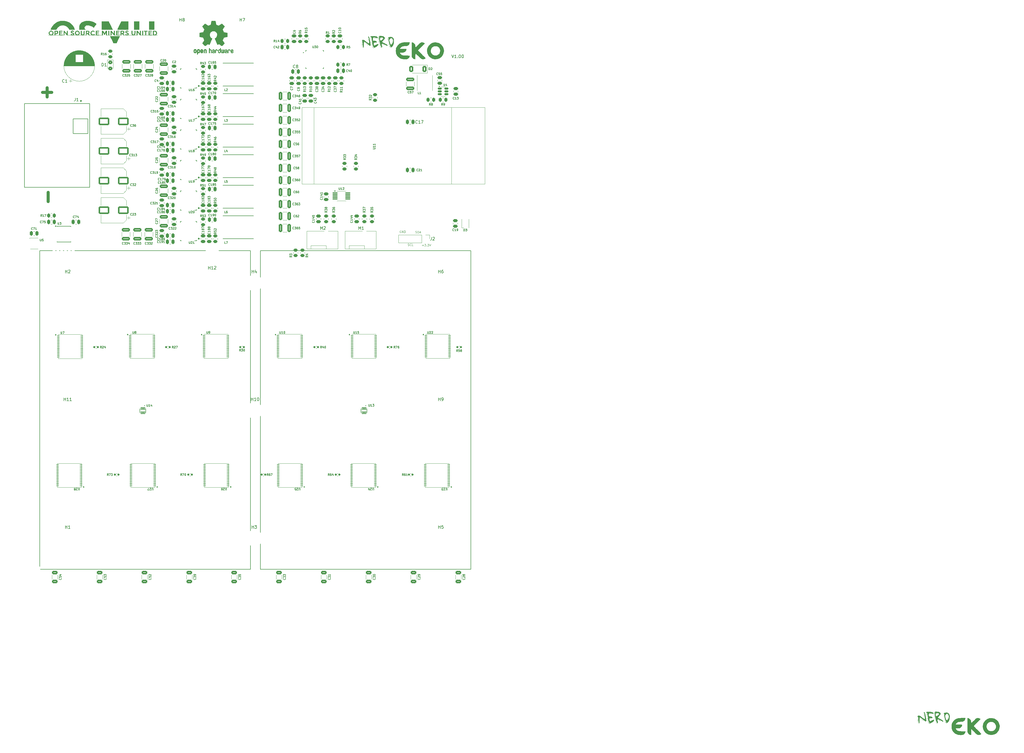
<source format=gto>
G04 #@! TF.GenerationSoftware,KiCad,Pcbnew,8.0.6*
G04 #@! TF.CreationDate,2024-11-29T22:56:48+01:00*
G04 #@! TF.ProjectId,NerdEKO-Gamma-NoATX,4e657264-454b-44f2-9d47-616d6d612d4e,rev?*
G04 #@! TF.SameCoordinates,Original*
G04 #@! TF.FileFunction,Legend,Top*
G04 #@! TF.FilePolarity,Positive*
%FSLAX46Y46*%
G04 Gerber Fmt 4.6, Leading zero omitted, Abs format (unit mm)*
G04 Created by KiCad (PCBNEW 8.0.6) date 2024-11-29 22:56:48*
%MOMM*%
%LPD*%
G01*
G04 APERTURE LIST*
G04 Aperture macros list*
%AMRoundRect*
0 Rectangle with rounded corners*
0 $1 Rounding radius*
0 $2 $3 $4 $5 $6 $7 $8 $9 X,Y pos of 4 corners*
0 Add a 4 corners polygon primitive as box body*
4,1,4,$2,$3,$4,$5,$6,$7,$8,$9,$2,$3,0*
0 Add four circle primitives for the rounded corners*
1,1,$1+$1,$2,$3*
1,1,$1+$1,$4,$5*
1,1,$1+$1,$6,$7*
1,1,$1+$1,$8,$9*
0 Add four rect primitives between the rounded corners*
20,1,$1+$1,$2,$3,$4,$5,0*
20,1,$1+$1,$4,$5,$6,$7,0*
20,1,$1+$1,$6,$7,$8,$9,0*
20,1,$1+$1,$8,$9,$2,$3,0*%
G04 Aperture macros list end*
%ADD10C,0.150000*%
%ADD11C,0.120000*%
%ADD12C,1.000000*%
%ADD13C,0.200000*%
%ADD14C,0.175000*%
%ADD15C,0.050000*%
%ADD16C,0.227485*%
%ADD17C,0.310000*%
%ADD18C,0.127000*%
%ADD19C,0.300000*%
%ADD20C,0.000000*%
%ADD21C,0.010000*%
%ADD22RoundRect,0.250000X-0.475000X0.250000X-0.475000X-0.250000X0.475000X-0.250000X0.475000X0.250000X0*%
%ADD23RoundRect,0.250000X0.250000X0.475000X-0.250000X0.475000X-0.250000X-0.475000X0.250000X-0.475000X0*%
%ADD24RoundRect,0.250000X0.262500X0.450000X-0.262500X0.450000X-0.262500X-0.450000X0.262500X-0.450000X0*%
%ADD25C,5.600000*%
%ADD26RoundRect,0.250000X-0.250000X-0.475000X0.250000X-0.475000X0.250000X0.475000X-0.250000X0.475000X0*%
%ADD27RoundRect,0.250000X-0.262500X-0.450000X0.262500X-0.450000X0.262500X0.450000X-0.262500X0.450000X0*%
%ADD28RoundRect,0.250000X0.450000X-0.262500X0.450000X0.262500X-0.450000X0.262500X-0.450000X-0.262500X0*%
%ADD29R,3.300000X3.050000*%
%ADD30RoundRect,0.055250X-0.340750X-0.055250X0.340750X-0.055250X0.340750X0.055250X-0.340750X0.055250X0*%
%ADD31RoundRect,0.055250X0.340750X0.055250X-0.340750X0.055250X-0.340750X-0.055250X0.340750X-0.055250X0*%
%ADD32RoundRect,0.250000X0.475000X-0.250000X0.475000X0.250000X-0.475000X0.250000X-0.475000X-0.250000X0*%
%ADD33RoundRect,0.250000X-0.650000X0.325000X-0.650000X-0.325000X0.650000X-0.325000X0.650000X0.325000X0*%
%ADD34R,0.900000X1.000000*%
%ADD35RoundRect,0.250000X1.100000X-0.325000X1.100000X0.325000X-1.100000X0.325000X-1.100000X-0.325000X0*%
%ADD36RoundRect,0.160000X0.197500X0.160000X-0.197500X0.160000X-0.197500X-0.160000X0.197500X-0.160000X0*%
%ADD37RoundRect,0.250000X1.500000X1.000000X-1.500000X1.000000X-1.500000X-1.000000X1.500000X-1.000000X0*%
%ADD38C,5.500000*%
%ADD39RoundRect,0.250000X-1.100000X0.325000X-1.100000X-0.325000X1.100000X-0.325000X1.100000X0.325000X0*%
%ADD40RoundRect,0.250000X-0.450000X0.325000X-0.450000X-0.325000X0.450000X-0.325000X0.450000X0.325000X0*%
%ADD41RoundRect,0.250000X-0.325000X-1.100000X0.325000X-1.100000X0.325000X1.100000X-0.325000X1.100000X0*%
%ADD42RoundRect,0.160000X-0.197500X-0.160000X0.197500X-0.160000X0.197500X0.160000X-0.197500X0.160000X0*%
%ADD43C,1.700000*%
%ADD44R,0.700001X0.249999*%
%ADD45R,1.100000X0.249998*%
%ADD46R,3.300001X5.400000*%
%ADD47R,0.800001X2.849999*%
%ADD48C,0.499999*%
%ADD49RoundRect,0.076200X-2.488000X2.488000X-2.488000X-2.488000X2.488000X-2.488000X2.488000X2.488000X0*%
%ADD50C,5.128400*%
%ADD51RoundRect,0.102000X-0.155000X0.330000X-0.155000X-0.330000X0.155000X-0.330000X0.155000X0.330000X0*%
%ADD52RoundRect,0.250000X-0.450000X0.262500X-0.450000X-0.262500X0.450000X-0.262500X0.450000X0.262500X0*%
%ADD53RoundRect,0.150000X-0.512500X-0.150000X0.512500X-0.150000X0.512500X0.150000X-0.512500X0.150000X0*%
%ADD54R,2.000000X2.000000*%
%ADD55C,2.000000*%
%ADD56C,1.100000*%
%ADD57R,1.730000X2.030000*%
%ADD58O,1.730000X2.030000*%
%ADD59RoundRect,0.087500X-0.725000X-0.087500X0.725000X-0.087500X0.725000X0.087500X-0.725000X0.087500X0*%
%ADD60R,1.450000X0.450000*%
%ADD61R,1.500000X1.800000*%
%ADD62R,0.700000X0.700000*%
%ADD63R,1.700000X1.700000*%
%ADD64O,1.700000X1.700000*%
%ADD65R,4.000000X1.500000*%
%ADD66RoundRect,0.250000X0.450000X0.800000X-0.450000X0.800000X-0.450000X-0.800000X0.450000X-0.800000X0*%
%ADD67R,1.000000X1.000000*%
%ADD68O,1.000000X1.000000*%
G04 APERTURE END LIST*
D10*
X40704619Y-104262355D02*
X110704619Y-104262355D01*
X110704619Y-210262355D01*
X40704619Y-210262355D01*
X40704619Y-104262355D01*
X114009017Y-104262356D02*
X184009017Y-104262356D01*
X184009017Y-210262356D01*
X114009017Y-210262356D01*
X114009017Y-104262356D01*
D11*
X165566280Y-98426760D02*
X165666280Y-98460093D01*
X165666280Y-98460093D02*
X165832947Y-98460093D01*
X165832947Y-98460093D02*
X165899613Y-98426760D01*
X165899613Y-98426760D02*
X165932947Y-98393426D01*
X165932947Y-98393426D02*
X165966280Y-98326760D01*
X165966280Y-98326760D02*
X165966280Y-98260093D01*
X165966280Y-98260093D02*
X165932947Y-98193426D01*
X165932947Y-98193426D02*
X165899613Y-98160093D01*
X165899613Y-98160093D02*
X165832947Y-98126760D01*
X165832947Y-98126760D02*
X165699613Y-98093426D01*
X165699613Y-98093426D02*
X165632947Y-98060093D01*
X165632947Y-98060093D02*
X165599613Y-98026760D01*
X165599613Y-98026760D02*
X165566280Y-97960093D01*
X165566280Y-97960093D02*
X165566280Y-97893426D01*
X165566280Y-97893426D02*
X165599613Y-97826760D01*
X165599613Y-97826760D02*
X165632947Y-97793426D01*
X165632947Y-97793426D02*
X165699613Y-97760093D01*
X165699613Y-97760093D02*
X165866280Y-97760093D01*
X165866280Y-97760093D02*
X165966280Y-97793426D01*
X166266280Y-98460093D02*
X166266280Y-97760093D01*
X166266280Y-97760093D02*
X166432947Y-97760093D01*
X166432947Y-97760093D02*
X166532947Y-97793426D01*
X166532947Y-97793426D02*
X166599614Y-97860093D01*
X166599614Y-97860093D02*
X166632947Y-97926760D01*
X166632947Y-97926760D02*
X166666280Y-98060093D01*
X166666280Y-98060093D02*
X166666280Y-98160093D01*
X166666280Y-98160093D02*
X166632947Y-98293426D01*
X166632947Y-98293426D02*
X166599614Y-98360093D01*
X166599614Y-98360093D02*
X166532947Y-98426760D01*
X166532947Y-98426760D02*
X166432947Y-98460093D01*
X166432947Y-98460093D02*
X166266280Y-98460093D01*
X166932947Y-98260093D02*
X167266280Y-98260093D01*
X166866280Y-98460093D02*
X167099614Y-97760093D01*
X167099614Y-97760093D02*
X167332947Y-98460093D01*
X167758613Y-102511426D02*
X168291947Y-102511426D01*
X168025280Y-102778093D02*
X168025280Y-102244760D01*
X168558614Y-102078093D02*
X168991947Y-102078093D01*
X168991947Y-102078093D02*
X168758614Y-102344760D01*
X168758614Y-102344760D02*
X168858614Y-102344760D01*
X168858614Y-102344760D02*
X168925280Y-102378093D01*
X168925280Y-102378093D02*
X168958614Y-102411426D01*
X168958614Y-102411426D02*
X168991947Y-102478093D01*
X168991947Y-102478093D02*
X168991947Y-102644760D01*
X168991947Y-102644760D02*
X168958614Y-102711426D01*
X168958614Y-102711426D02*
X168925280Y-102744760D01*
X168925280Y-102744760D02*
X168858614Y-102778093D01*
X168858614Y-102778093D02*
X168658614Y-102778093D01*
X168658614Y-102778093D02*
X168591947Y-102744760D01*
X168591947Y-102744760D02*
X168558614Y-102711426D01*
X169291947Y-102711426D02*
X169325281Y-102744760D01*
X169325281Y-102744760D02*
X169291947Y-102778093D01*
X169291947Y-102778093D02*
X169258614Y-102744760D01*
X169258614Y-102744760D02*
X169291947Y-102711426D01*
X169291947Y-102711426D02*
X169291947Y-102778093D01*
X169558614Y-102078093D02*
X169991947Y-102078093D01*
X169991947Y-102078093D02*
X169758614Y-102344760D01*
X169758614Y-102344760D02*
X169858614Y-102344760D01*
X169858614Y-102344760D02*
X169925280Y-102378093D01*
X169925280Y-102378093D02*
X169958614Y-102411426D01*
X169958614Y-102411426D02*
X169991947Y-102478093D01*
X169991947Y-102478093D02*
X169991947Y-102644760D01*
X169991947Y-102644760D02*
X169958614Y-102711426D01*
X169958614Y-102711426D02*
X169925280Y-102744760D01*
X169925280Y-102744760D02*
X169858614Y-102778093D01*
X169858614Y-102778093D02*
X169658614Y-102778093D01*
X169658614Y-102778093D02*
X169591947Y-102744760D01*
X169591947Y-102744760D02*
X169558614Y-102711426D01*
X170191947Y-102078093D02*
X170425281Y-102778093D01*
X170425281Y-102778093D02*
X170658614Y-102078093D01*
D12*
X43527666Y-87924725D02*
X43527666Y-84877106D01*
D11*
X163026280Y-102617760D02*
X163126280Y-102651093D01*
X163126280Y-102651093D02*
X163292947Y-102651093D01*
X163292947Y-102651093D02*
X163359613Y-102617760D01*
X163359613Y-102617760D02*
X163392947Y-102584426D01*
X163392947Y-102584426D02*
X163426280Y-102517760D01*
X163426280Y-102517760D02*
X163426280Y-102451093D01*
X163426280Y-102451093D02*
X163392947Y-102384426D01*
X163392947Y-102384426D02*
X163359613Y-102351093D01*
X163359613Y-102351093D02*
X163292947Y-102317760D01*
X163292947Y-102317760D02*
X163159613Y-102284426D01*
X163159613Y-102284426D02*
X163092947Y-102251093D01*
X163092947Y-102251093D02*
X163059613Y-102217760D01*
X163059613Y-102217760D02*
X163026280Y-102151093D01*
X163026280Y-102151093D02*
X163026280Y-102084426D01*
X163026280Y-102084426D02*
X163059613Y-102017760D01*
X163059613Y-102017760D02*
X163092947Y-101984426D01*
X163092947Y-101984426D02*
X163159613Y-101951093D01*
X163159613Y-101951093D02*
X163326280Y-101951093D01*
X163326280Y-101951093D02*
X163426280Y-101984426D01*
X164126280Y-102584426D02*
X164092947Y-102617760D01*
X164092947Y-102617760D02*
X163992947Y-102651093D01*
X163992947Y-102651093D02*
X163926280Y-102651093D01*
X163926280Y-102651093D02*
X163826280Y-102617760D01*
X163826280Y-102617760D02*
X163759614Y-102551093D01*
X163759614Y-102551093D02*
X163726280Y-102484426D01*
X163726280Y-102484426D02*
X163692947Y-102351093D01*
X163692947Y-102351093D02*
X163692947Y-102251093D01*
X163692947Y-102251093D02*
X163726280Y-102117760D01*
X163726280Y-102117760D02*
X163759614Y-102051093D01*
X163759614Y-102051093D02*
X163826280Y-101984426D01*
X163826280Y-101984426D02*
X163926280Y-101951093D01*
X163926280Y-101951093D02*
X163992947Y-101951093D01*
X163992947Y-101951093D02*
X164092947Y-101984426D01*
X164092947Y-101984426D02*
X164126280Y-102017760D01*
X164759614Y-102651093D02*
X164426280Y-102651093D01*
X164426280Y-102651093D02*
X164426280Y-101951093D01*
D12*
X41615274Y-51655666D02*
X44662894Y-51655666D01*
X43139084Y-53179476D02*
X43139084Y-50131857D01*
D11*
X160759280Y-97666426D02*
X160692613Y-97633093D01*
X160692613Y-97633093D02*
X160592613Y-97633093D01*
X160592613Y-97633093D02*
X160492613Y-97666426D01*
X160492613Y-97666426D02*
X160425947Y-97733093D01*
X160425947Y-97733093D02*
X160392613Y-97799760D01*
X160392613Y-97799760D02*
X160359280Y-97933093D01*
X160359280Y-97933093D02*
X160359280Y-98033093D01*
X160359280Y-98033093D02*
X160392613Y-98166426D01*
X160392613Y-98166426D02*
X160425947Y-98233093D01*
X160425947Y-98233093D02*
X160492613Y-98299760D01*
X160492613Y-98299760D02*
X160592613Y-98333093D01*
X160592613Y-98333093D02*
X160659280Y-98333093D01*
X160659280Y-98333093D02*
X160759280Y-98299760D01*
X160759280Y-98299760D02*
X160792613Y-98266426D01*
X160792613Y-98266426D02*
X160792613Y-98033093D01*
X160792613Y-98033093D02*
X160659280Y-98033093D01*
X161092613Y-98333093D02*
X161092613Y-97633093D01*
X161092613Y-97633093D02*
X161492613Y-98333093D01*
X161492613Y-98333093D02*
X161492613Y-97633093D01*
X161825946Y-98333093D02*
X161825946Y-97633093D01*
X161825946Y-97633093D02*
X161992613Y-97633093D01*
X161992613Y-97633093D02*
X162092613Y-97666426D01*
X162092613Y-97666426D02*
X162159280Y-97733093D01*
X162159280Y-97733093D02*
X162192613Y-97799760D01*
X162192613Y-97799760D02*
X162225946Y-97933093D01*
X162225946Y-97933093D02*
X162225946Y-98033093D01*
X162225946Y-98033093D02*
X162192613Y-98166426D01*
X162192613Y-98166426D02*
X162159280Y-98233093D01*
X162159280Y-98233093D02*
X162092613Y-98299760D01*
X162092613Y-98299760D02*
X161992613Y-98333093D01*
X161992613Y-98333093D02*
X161825946Y-98333093D01*
D13*
X177645816Y-39126219D02*
X177979149Y-40126219D01*
X177979149Y-40126219D02*
X178312482Y-39126219D01*
X179169625Y-40126219D02*
X178598197Y-40126219D01*
X178883911Y-40126219D02*
X178883911Y-39126219D01*
X178883911Y-39126219D02*
X178788673Y-39269076D01*
X178788673Y-39269076D02*
X178693435Y-39364314D01*
X178693435Y-39364314D02*
X178598197Y-39411933D01*
X179598197Y-40030980D02*
X179645816Y-40078600D01*
X179645816Y-40078600D02*
X179598197Y-40126219D01*
X179598197Y-40126219D02*
X179550578Y-40078600D01*
X179550578Y-40078600D02*
X179598197Y-40030980D01*
X179598197Y-40030980D02*
X179598197Y-40126219D01*
X180264863Y-39126219D02*
X180360101Y-39126219D01*
X180360101Y-39126219D02*
X180455339Y-39173838D01*
X180455339Y-39173838D02*
X180502958Y-39221457D01*
X180502958Y-39221457D02*
X180550577Y-39316695D01*
X180550577Y-39316695D02*
X180598196Y-39507171D01*
X180598196Y-39507171D02*
X180598196Y-39745266D01*
X180598196Y-39745266D02*
X180550577Y-39935742D01*
X180550577Y-39935742D02*
X180502958Y-40030980D01*
X180502958Y-40030980D02*
X180455339Y-40078600D01*
X180455339Y-40078600D02*
X180360101Y-40126219D01*
X180360101Y-40126219D02*
X180264863Y-40126219D01*
X180264863Y-40126219D02*
X180169625Y-40078600D01*
X180169625Y-40078600D02*
X180122006Y-40030980D01*
X180122006Y-40030980D02*
X180074387Y-39935742D01*
X180074387Y-39935742D02*
X180026768Y-39745266D01*
X180026768Y-39745266D02*
X180026768Y-39507171D01*
X180026768Y-39507171D02*
X180074387Y-39316695D01*
X180074387Y-39316695D02*
X180122006Y-39221457D01*
X180122006Y-39221457D02*
X180169625Y-39173838D01*
X180169625Y-39173838D02*
X180264863Y-39126219D01*
X181217244Y-39126219D02*
X181312482Y-39126219D01*
X181312482Y-39126219D02*
X181407720Y-39173838D01*
X181407720Y-39173838D02*
X181455339Y-39221457D01*
X181455339Y-39221457D02*
X181502958Y-39316695D01*
X181502958Y-39316695D02*
X181550577Y-39507171D01*
X181550577Y-39507171D02*
X181550577Y-39745266D01*
X181550577Y-39745266D02*
X181502958Y-39935742D01*
X181502958Y-39935742D02*
X181455339Y-40030980D01*
X181455339Y-40030980D02*
X181407720Y-40078600D01*
X181407720Y-40078600D02*
X181312482Y-40126219D01*
X181312482Y-40126219D02*
X181217244Y-40126219D01*
X181217244Y-40126219D02*
X181122006Y-40078600D01*
X181122006Y-40078600D02*
X181074387Y-40030980D01*
X181074387Y-40030980D02*
X181026768Y-39935742D01*
X181026768Y-39935742D02*
X180979149Y-39745266D01*
X180979149Y-39745266D02*
X180979149Y-39507171D01*
X180979149Y-39507171D02*
X181026768Y-39316695D01*
X181026768Y-39316695D02*
X181074387Y-39221457D01*
X181074387Y-39221457D02*
X181122006Y-39173838D01*
X181122006Y-39173838D02*
X181217244Y-39126219D01*
D10*
X97277366Y-77999333D02*
X97310700Y-78032666D01*
X97310700Y-78032666D02*
X97344033Y-78132666D01*
X97344033Y-78132666D02*
X97344033Y-78199333D01*
X97344033Y-78199333D02*
X97310700Y-78299333D01*
X97310700Y-78299333D02*
X97244033Y-78366000D01*
X97244033Y-78366000D02*
X97177366Y-78399333D01*
X97177366Y-78399333D02*
X97044033Y-78432666D01*
X97044033Y-78432666D02*
X96944033Y-78432666D01*
X96944033Y-78432666D02*
X96810700Y-78399333D01*
X96810700Y-78399333D02*
X96744033Y-78366000D01*
X96744033Y-78366000D02*
X96677366Y-78299333D01*
X96677366Y-78299333D02*
X96644033Y-78199333D01*
X96644033Y-78199333D02*
X96644033Y-78132666D01*
X96644033Y-78132666D02*
X96677366Y-78032666D01*
X96677366Y-78032666D02*
X96710700Y-77999333D01*
X97344033Y-77332666D02*
X97344033Y-77732666D01*
X97344033Y-77532666D02*
X96644033Y-77532666D01*
X96644033Y-77532666D02*
X96744033Y-77599333D01*
X96744033Y-77599333D02*
X96810700Y-77666000D01*
X96810700Y-77666000D02*
X96844033Y-77732666D01*
X96644033Y-77099333D02*
X96644033Y-76632666D01*
X96644033Y-76632666D02*
X97344033Y-76932666D01*
X96944033Y-76265999D02*
X96910700Y-76332666D01*
X96910700Y-76332666D02*
X96877366Y-76365999D01*
X96877366Y-76365999D02*
X96810700Y-76399332D01*
X96810700Y-76399332D02*
X96777366Y-76399332D01*
X96777366Y-76399332D02*
X96710700Y-76365999D01*
X96710700Y-76365999D02*
X96677366Y-76332666D01*
X96677366Y-76332666D02*
X96644033Y-76265999D01*
X96644033Y-76265999D02*
X96644033Y-76132666D01*
X96644033Y-76132666D02*
X96677366Y-76065999D01*
X96677366Y-76065999D02*
X96710700Y-76032666D01*
X96710700Y-76032666D02*
X96777366Y-75999332D01*
X96777366Y-75999332D02*
X96810700Y-75999332D01*
X96810700Y-75999332D02*
X96877366Y-76032666D01*
X96877366Y-76032666D02*
X96910700Y-76065999D01*
X96910700Y-76065999D02*
X96944033Y-76132666D01*
X96944033Y-76132666D02*
X96944033Y-76265999D01*
X96944033Y-76265999D02*
X96977366Y-76332666D01*
X96977366Y-76332666D02*
X97010700Y-76365999D01*
X97010700Y-76365999D02*
X97077366Y-76399332D01*
X97077366Y-76399332D02*
X97210700Y-76399332D01*
X97210700Y-76399332D02*
X97277366Y-76365999D01*
X97277366Y-76365999D02*
X97310700Y-76332666D01*
X97310700Y-76332666D02*
X97344033Y-76265999D01*
X97344033Y-76265999D02*
X97344033Y-76132666D01*
X97344033Y-76132666D02*
X97310700Y-76065999D01*
X97310700Y-76065999D02*
X97277366Y-76032666D01*
X97277366Y-76032666D02*
X97210700Y-75999332D01*
X97210700Y-75999332D02*
X97077366Y-75999332D01*
X97077366Y-75999332D02*
X97010700Y-76032666D01*
X97010700Y-76032666D02*
X96977366Y-76065999D01*
X96977366Y-76065999D02*
X96944033Y-76132666D01*
X41307599Y-94991366D02*
X41274266Y-95024700D01*
X41274266Y-95024700D02*
X41174266Y-95058033D01*
X41174266Y-95058033D02*
X41107599Y-95058033D01*
X41107599Y-95058033D02*
X41007599Y-95024700D01*
X41007599Y-95024700D02*
X40940933Y-94958033D01*
X40940933Y-94958033D02*
X40907599Y-94891366D01*
X40907599Y-94891366D02*
X40874266Y-94758033D01*
X40874266Y-94758033D02*
X40874266Y-94658033D01*
X40874266Y-94658033D02*
X40907599Y-94524700D01*
X40907599Y-94524700D02*
X40940933Y-94458033D01*
X40940933Y-94458033D02*
X41007599Y-94391366D01*
X41007599Y-94391366D02*
X41107599Y-94358033D01*
X41107599Y-94358033D02*
X41174266Y-94358033D01*
X41174266Y-94358033D02*
X41274266Y-94391366D01*
X41274266Y-94391366D02*
X41307599Y-94424700D01*
X41540933Y-94358033D02*
X42007599Y-94358033D01*
X42007599Y-94358033D02*
X41707599Y-95058033D01*
X42607600Y-94358033D02*
X42274266Y-94358033D01*
X42274266Y-94358033D02*
X42240933Y-94691366D01*
X42240933Y-94691366D02*
X42274266Y-94658033D01*
X42274266Y-94658033D02*
X42340933Y-94624700D01*
X42340933Y-94624700D02*
X42507600Y-94624700D01*
X42507600Y-94624700D02*
X42574266Y-94658033D01*
X42574266Y-94658033D02*
X42607600Y-94691366D01*
X42607600Y-94691366D02*
X42640933Y-94758033D01*
X42640933Y-94758033D02*
X42640933Y-94924700D01*
X42640933Y-94924700D02*
X42607600Y-94991366D01*
X42607600Y-94991366D02*
X42574266Y-95024700D01*
X42574266Y-95024700D02*
X42507600Y-95058033D01*
X42507600Y-95058033D02*
X42340933Y-95058033D01*
X42340933Y-95058033D02*
X42274266Y-95024700D01*
X42274266Y-95024700D02*
X42240933Y-94991366D01*
X143139333Y-42734033D02*
X142906000Y-42400700D01*
X142739333Y-42734033D02*
X142739333Y-42034033D01*
X142739333Y-42034033D02*
X143006000Y-42034033D01*
X143006000Y-42034033D02*
X143072667Y-42067366D01*
X143072667Y-42067366D02*
X143106000Y-42100700D01*
X143106000Y-42100700D02*
X143139333Y-42167366D01*
X143139333Y-42167366D02*
X143139333Y-42267366D01*
X143139333Y-42267366D02*
X143106000Y-42334033D01*
X143106000Y-42334033D02*
X143072667Y-42367366D01*
X143072667Y-42367366D02*
X143006000Y-42400700D01*
X143006000Y-42400700D02*
X142739333Y-42400700D01*
X143372667Y-42034033D02*
X143839333Y-42034033D01*
X143839333Y-42034033D02*
X143539333Y-42734033D01*
X97260666Y-41905366D02*
X97227333Y-41938700D01*
X97227333Y-41938700D02*
X97127333Y-41972033D01*
X97127333Y-41972033D02*
X97060666Y-41972033D01*
X97060666Y-41972033D02*
X96960666Y-41938700D01*
X96960666Y-41938700D02*
X96894000Y-41872033D01*
X96894000Y-41872033D02*
X96860666Y-41805366D01*
X96860666Y-41805366D02*
X96827333Y-41672033D01*
X96827333Y-41672033D02*
X96827333Y-41572033D01*
X96827333Y-41572033D02*
X96860666Y-41438700D01*
X96860666Y-41438700D02*
X96894000Y-41372033D01*
X96894000Y-41372033D02*
X96960666Y-41305366D01*
X96960666Y-41305366D02*
X97060666Y-41272033D01*
X97060666Y-41272033D02*
X97127333Y-41272033D01*
X97127333Y-41272033D02*
X97227333Y-41305366D01*
X97227333Y-41305366D02*
X97260666Y-41338700D01*
X97927333Y-41972033D02*
X97527333Y-41972033D01*
X97727333Y-41972033D02*
X97727333Y-41272033D01*
X97727333Y-41272033D02*
X97660666Y-41372033D01*
X97660666Y-41372033D02*
X97594000Y-41438700D01*
X97594000Y-41438700D02*
X97527333Y-41472033D01*
X98527333Y-41272033D02*
X98394000Y-41272033D01*
X98394000Y-41272033D02*
X98327333Y-41305366D01*
X98327333Y-41305366D02*
X98294000Y-41338700D01*
X98294000Y-41338700D02*
X98227333Y-41438700D01*
X98227333Y-41438700D02*
X98194000Y-41572033D01*
X98194000Y-41572033D02*
X98194000Y-41838700D01*
X98194000Y-41838700D02*
X98227333Y-41905366D01*
X98227333Y-41905366D02*
X98260667Y-41938700D01*
X98260667Y-41938700D02*
X98327333Y-41972033D01*
X98327333Y-41972033D02*
X98460667Y-41972033D01*
X98460667Y-41972033D02*
X98527333Y-41938700D01*
X98527333Y-41938700D02*
X98560667Y-41905366D01*
X98560667Y-41905366D02*
X98594000Y-41838700D01*
X98594000Y-41838700D02*
X98594000Y-41672033D01*
X98594000Y-41672033D02*
X98560667Y-41605366D01*
X98560667Y-41605366D02*
X98527333Y-41572033D01*
X98527333Y-41572033D02*
X98460667Y-41538700D01*
X98460667Y-41538700D02*
X98327333Y-41538700D01*
X98327333Y-41538700D02*
X98260667Y-41572033D01*
X98260667Y-41572033D02*
X98227333Y-41605366D01*
X98227333Y-41605366D02*
X98194000Y-41672033D01*
X99227334Y-41272033D02*
X98894000Y-41272033D01*
X98894000Y-41272033D02*
X98860667Y-41605366D01*
X98860667Y-41605366D02*
X98894000Y-41572033D01*
X98894000Y-41572033D02*
X98960667Y-41538700D01*
X98960667Y-41538700D02*
X99127334Y-41538700D01*
X99127334Y-41538700D02*
X99194000Y-41572033D01*
X99194000Y-41572033D02*
X99227334Y-41605366D01*
X99227334Y-41605366D02*
X99260667Y-41672033D01*
X99260667Y-41672033D02*
X99260667Y-41838700D01*
X99260667Y-41838700D02*
X99227334Y-41905366D01*
X99227334Y-41905366D02*
X99194000Y-41938700D01*
X99194000Y-41938700D02*
X99127334Y-41972033D01*
X99127334Y-41972033D02*
X98960667Y-41972033D01*
X98960667Y-41972033D02*
X98894000Y-41938700D01*
X98894000Y-41938700D02*
X98860667Y-41905366D01*
X170571333Y-55942033D02*
X170338000Y-55608700D01*
X170171333Y-55942033D02*
X170171333Y-55242033D01*
X170171333Y-55242033D02*
X170438000Y-55242033D01*
X170438000Y-55242033D02*
X170504667Y-55275366D01*
X170504667Y-55275366D02*
X170538000Y-55308700D01*
X170538000Y-55308700D02*
X170571333Y-55375366D01*
X170571333Y-55375366D02*
X170571333Y-55475366D01*
X170571333Y-55475366D02*
X170538000Y-55542033D01*
X170538000Y-55542033D02*
X170504667Y-55575366D01*
X170504667Y-55575366D02*
X170438000Y-55608700D01*
X170438000Y-55608700D02*
X170171333Y-55608700D01*
X170971333Y-55542033D02*
X170904667Y-55508700D01*
X170904667Y-55508700D02*
X170871333Y-55475366D01*
X170871333Y-55475366D02*
X170838000Y-55408700D01*
X170838000Y-55408700D02*
X170838000Y-55375366D01*
X170838000Y-55375366D02*
X170871333Y-55308700D01*
X170871333Y-55308700D02*
X170904667Y-55275366D01*
X170904667Y-55275366D02*
X170971333Y-55242033D01*
X170971333Y-55242033D02*
X171104667Y-55242033D01*
X171104667Y-55242033D02*
X171171333Y-55275366D01*
X171171333Y-55275366D02*
X171204667Y-55308700D01*
X171204667Y-55308700D02*
X171238000Y-55375366D01*
X171238000Y-55375366D02*
X171238000Y-55408700D01*
X171238000Y-55408700D02*
X171204667Y-55475366D01*
X171204667Y-55475366D02*
X171171333Y-55508700D01*
X171171333Y-55508700D02*
X171104667Y-55542033D01*
X171104667Y-55542033D02*
X170971333Y-55542033D01*
X170971333Y-55542033D02*
X170904667Y-55575366D01*
X170904667Y-55575366D02*
X170871333Y-55608700D01*
X170871333Y-55608700D02*
X170838000Y-55675366D01*
X170838000Y-55675366D02*
X170838000Y-55808700D01*
X170838000Y-55808700D02*
X170871333Y-55875366D01*
X170871333Y-55875366D02*
X170904667Y-55908700D01*
X170904667Y-55908700D02*
X170971333Y-55942033D01*
X170971333Y-55942033D02*
X171104667Y-55942033D01*
X171104667Y-55942033D02*
X171171333Y-55908700D01*
X171171333Y-55908700D02*
X171204667Y-55875366D01*
X171204667Y-55875366D02*
X171238000Y-55808700D01*
X171238000Y-55808700D02*
X171238000Y-55675366D01*
X171238000Y-55675366D02*
X171204667Y-55608700D01*
X171204667Y-55608700D02*
X171171333Y-55575366D01*
X171171333Y-55575366D02*
X171104667Y-55542033D01*
X52283999Y-93311366D02*
X52250666Y-93344700D01*
X52250666Y-93344700D02*
X52150666Y-93378033D01*
X52150666Y-93378033D02*
X52083999Y-93378033D01*
X52083999Y-93378033D02*
X51983999Y-93344700D01*
X51983999Y-93344700D02*
X51917333Y-93278033D01*
X51917333Y-93278033D02*
X51883999Y-93211366D01*
X51883999Y-93211366D02*
X51850666Y-93078033D01*
X51850666Y-93078033D02*
X51850666Y-92978033D01*
X51850666Y-92978033D02*
X51883999Y-92844700D01*
X51883999Y-92844700D02*
X51917333Y-92778033D01*
X51917333Y-92778033D02*
X51983999Y-92711366D01*
X51983999Y-92711366D02*
X52083999Y-92678033D01*
X52083999Y-92678033D02*
X52150666Y-92678033D01*
X52150666Y-92678033D02*
X52250666Y-92711366D01*
X52250666Y-92711366D02*
X52283999Y-92744700D01*
X52517333Y-92678033D02*
X52983999Y-92678033D01*
X52983999Y-92678033D02*
X52683999Y-93378033D01*
X53550666Y-92911366D02*
X53550666Y-93378033D01*
X53384000Y-92644700D02*
X53217333Y-93144700D01*
X53217333Y-93144700D02*
X53650666Y-93144700D01*
X124522033Y-105983866D02*
X124188700Y-106217199D01*
X124522033Y-106383866D02*
X123822033Y-106383866D01*
X123822033Y-106383866D02*
X123822033Y-106117199D01*
X123822033Y-106117199D02*
X123855366Y-106050533D01*
X123855366Y-106050533D02*
X123888700Y-106017199D01*
X123888700Y-106017199D02*
X123955366Y-105983866D01*
X123955366Y-105983866D02*
X124055366Y-105983866D01*
X124055366Y-105983866D02*
X124122033Y-106017199D01*
X124122033Y-106017199D02*
X124155366Y-106050533D01*
X124155366Y-106050533D02*
X124188700Y-106117199D01*
X124188700Y-106117199D02*
X124188700Y-106383866D01*
X123822033Y-105750533D02*
X123822033Y-105317199D01*
X123822033Y-105317199D02*
X124088700Y-105550533D01*
X124088700Y-105550533D02*
X124088700Y-105450533D01*
X124088700Y-105450533D02*
X124122033Y-105383866D01*
X124122033Y-105383866D02*
X124155366Y-105350533D01*
X124155366Y-105350533D02*
X124222033Y-105317199D01*
X124222033Y-105317199D02*
X124388700Y-105317199D01*
X124388700Y-105317199D02*
X124455366Y-105350533D01*
X124455366Y-105350533D02*
X124488700Y-105383866D01*
X124488700Y-105383866D02*
X124522033Y-105450533D01*
X124522033Y-105450533D02*
X124522033Y-105650533D01*
X124522033Y-105650533D02*
X124488700Y-105717199D01*
X124488700Y-105717199D02*
X124455366Y-105750533D01*
X143139333Y-36892033D02*
X142906000Y-36558700D01*
X142739333Y-36892033D02*
X142739333Y-36192033D01*
X142739333Y-36192033D02*
X143006000Y-36192033D01*
X143006000Y-36192033D02*
X143072667Y-36225366D01*
X143072667Y-36225366D02*
X143106000Y-36258700D01*
X143106000Y-36258700D02*
X143139333Y-36325366D01*
X143139333Y-36325366D02*
X143139333Y-36425366D01*
X143139333Y-36425366D02*
X143106000Y-36492033D01*
X143106000Y-36492033D02*
X143072667Y-36525366D01*
X143072667Y-36525366D02*
X143006000Y-36558700D01*
X143006000Y-36558700D02*
X142739333Y-36558700D01*
X143772667Y-36192033D02*
X143439333Y-36192033D01*
X143439333Y-36192033D02*
X143406000Y-36525366D01*
X143406000Y-36525366D02*
X143439333Y-36492033D01*
X143439333Y-36492033D02*
X143506000Y-36458700D01*
X143506000Y-36458700D02*
X143672667Y-36458700D01*
X143672667Y-36458700D02*
X143739333Y-36492033D01*
X143739333Y-36492033D02*
X143772667Y-36525366D01*
X143772667Y-36525366D02*
X143806000Y-36592033D01*
X143806000Y-36592033D02*
X143806000Y-36758700D01*
X143806000Y-36758700D02*
X143772667Y-36825366D01*
X143772667Y-36825366D02*
X143739333Y-36858700D01*
X143739333Y-36858700D02*
X143672667Y-36892033D01*
X143672667Y-36892033D02*
X143506000Y-36892033D01*
X143506000Y-36892033D02*
X143439333Y-36858700D01*
X143439333Y-36858700D02*
X143406000Y-36825366D01*
D14*
X102499333Y-91754733D02*
X102165999Y-91754733D01*
X102165999Y-91754733D02*
X102165999Y-91054733D01*
X103032666Y-91054733D02*
X102899333Y-91054733D01*
X102899333Y-91054733D02*
X102832666Y-91088066D01*
X102832666Y-91088066D02*
X102799333Y-91121400D01*
X102799333Y-91121400D02*
X102732666Y-91221400D01*
X102732666Y-91221400D02*
X102699333Y-91354733D01*
X102699333Y-91354733D02*
X102699333Y-91621400D01*
X102699333Y-91621400D02*
X102732666Y-91688066D01*
X102732666Y-91688066D02*
X102766000Y-91721400D01*
X102766000Y-91721400D02*
X102832666Y-91754733D01*
X102832666Y-91754733D02*
X102966000Y-91754733D01*
X102966000Y-91754733D02*
X103032666Y-91721400D01*
X103032666Y-91721400D02*
X103066000Y-91688066D01*
X103066000Y-91688066D02*
X103099333Y-91621400D01*
X103099333Y-91621400D02*
X103099333Y-91454733D01*
X103099333Y-91454733D02*
X103066000Y-91388066D01*
X103066000Y-91388066D02*
X103032666Y-91354733D01*
X103032666Y-91354733D02*
X102966000Y-91321400D01*
X102966000Y-91321400D02*
X102832666Y-91321400D01*
X102832666Y-91321400D02*
X102766000Y-91354733D01*
X102766000Y-91354733D02*
X102732666Y-91388066D01*
X102732666Y-91388066D02*
X102699333Y-91454733D01*
D10*
X169567333Y-131130700D02*
X169567333Y-131697367D01*
X169567333Y-131697367D02*
X169600667Y-131764033D01*
X169600667Y-131764033D02*
X169634000Y-131797367D01*
X169634000Y-131797367D02*
X169700667Y-131830700D01*
X169700667Y-131830700D02*
X169834000Y-131830700D01*
X169834000Y-131830700D02*
X169900667Y-131797367D01*
X169900667Y-131797367D02*
X169934000Y-131764033D01*
X169934000Y-131764033D02*
X169967333Y-131697367D01*
X169967333Y-131697367D02*
X169967333Y-131130700D01*
X170267333Y-131197367D02*
X170300666Y-131164033D01*
X170300666Y-131164033D02*
X170367333Y-131130700D01*
X170367333Y-131130700D02*
X170534000Y-131130700D01*
X170534000Y-131130700D02*
X170600666Y-131164033D01*
X170600666Y-131164033D02*
X170634000Y-131197367D01*
X170634000Y-131197367D02*
X170667333Y-131264033D01*
X170667333Y-131264033D02*
X170667333Y-131330700D01*
X170667333Y-131330700D02*
X170634000Y-131430700D01*
X170634000Y-131430700D02*
X170234000Y-131830700D01*
X170234000Y-131830700D02*
X170667333Y-131830700D01*
X170934000Y-131197367D02*
X170967333Y-131164033D01*
X170967333Y-131164033D02*
X171034000Y-131130700D01*
X171034000Y-131130700D02*
X171200667Y-131130700D01*
X171200667Y-131130700D02*
X171267333Y-131164033D01*
X171267333Y-131164033D02*
X171300667Y-131197367D01*
X171300667Y-131197367D02*
X171334000Y-131264033D01*
X171334000Y-131264033D02*
X171334000Y-131330700D01*
X171334000Y-131330700D02*
X171300667Y-131430700D01*
X171300667Y-131430700D02*
X170900667Y-131830700D01*
X170900667Y-131830700D02*
X171334000Y-131830700D01*
X78387468Y-183995965D02*
X78387468Y-183429299D01*
X78387468Y-183429299D02*
X78354135Y-183362632D01*
X78354135Y-183362632D02*
X78320801Y-183329299D01*
X78320801Y-183329299D02*
X78254135Y-183295965D01*
X78254135Y-183295965D02*
X78120801Y-183295965D01*
X78120801Y-183295965D02*
X78054135Y-183329299D01*
X78054135Y-183329299D02*
X78020801Y-183362632D01*
X78020801Y-183362632D02*
X77987468Y-183429299D01*
X77987468Y-183429299D02*
X77987468Y-183995965D01*
X77687468Y-183929299D02*
X77654135Y-183962632D01*
X77654135Y-183962632D02*
X77587468Y-183995965D01*
X77587468Y-183995965D02*
X77420802Y-183995965D01*
X77420802Y-183995965D02*
X77354135Y-183962632D01*
X77354135Y-183962632D02*
X77320802Y-183929299D01*
X77320802Y-183929299D02*
X77287468Y-183862632D01*
X77287468Y-183862632D02*
X77287468Y-183795965D01*
X77287468Y-183795965D02*
X77320802Y-183695965D01*
X77320802Y-183695965D02*
X77720802Y-183295965D01*
X77720802Y-183295965D02*
X77287468Y-183295965D01*
X77054135Y-183995965D02*
X76587468Y-183995965D01*
X76587468Y-183995965D02*
X76887468Y-183295965D01*
X83798666Y-66670366D02*
X83765333Y-66703700D01*
X83765333Y-66703700D02*
X83665333Y-66737033D01*
X83665333Y-66737033D02*
X83598666Y-66737033D01*
X83598666Y-66737033D02*
X83498666Y-66703700D01*
X83498666Y-66703700D02*
X83432000Y-66637033D01*
X83432000Y-66637033D02*
X83398666Y-66570366D01*
X83398666Y-66570366D02*
X83365333Y-66437033D01*
X83365333Y-66437033D02*
X83365333Y-66337033D01*
X83365333Y-66337033D02*
X83398666Y-66203700D01*
X83398666Y-66203700D02*
X83432000Y-66137033D01*
X83432000Y-66137033D02*
X83498666Y-66070366D01*
X83498666Y-66070366D02*
X83598666Y-66037033D01*
X83598666Y-66037033D02*
X83665333Y-66037033D01*
X83665333Y-66037033D02*
X83765333Y-66070366D01*
X83765333Y-66070366D02*
X83798666Y-66103700D01*
X84032000Y-66037033D02*
X84465333Y-66037033D01*
X84465333Y-66037033D02*
X84232000Y-66303700D01*
X84232000Y-66303700D02*
X84332000Y-66303700D01*
X84332000Y-66303700D02*
X84398666Y-66337033D01*
X84398666Y-66337033D02*
X84432000Y-66370366D01*
X84432000Y-66370366D02*
X84465333Y-66437033D01*
X84465333Y-66437033D02*
X84465333Y-66603700D01*
X84465333Y-66603700D02*
X84432000Y-66670366D01*
X84432000Y-66670366D02*
X84398666Y-66703700D01*
X84398666Y-66703700D02*
X84332000Y-66737033D01*
X84332000Y-66737033D02*
X84132000Y-66737033D01*
X84132000Y-66737033D02*
X84065333Y-66703700D01*
X84065333Y-66703700D02*
X84032000Y-66670366D01*
X85132000Y-66737033D02*
X84732000Y-66737033D01*
X84932000Y-66737033D02*
X84932000Y-66037033D01*
X84932000Y-66037033D02*
X84865333Y-66137033D01*
X84865333Y-66137033D02*
X84798667Y-66203700D01*
X84798667Y-66203700D02*
X84732000Y-66237033D01*
X85732000Y-66037033D02*
X85598667Y-66037033D01*
X85598667Y-66037033D02*
X85532000Y-66070366D01*
X85532000Y-66070366D02*
X85498667Y-66103700D01*
X85498667Y-66103700D02*
X85432000Y-66203700D01*
X85432000Y-66203700D02*
X85398667Y-66337033D01*
X85398667Y-66337033D02*
X85398667Y-66603700D01*
X85398667Y-66603700D02*
X85432000Y-66670366D01*
X85432000Y-66670366D02*
X85465334Y-66703700D01*
X85465334Y-66703700D02*
X85532000Y-66737033D01*
X85532000Y-66737033D02*
X85665334Y-66737033D01*
X85665334Y-66737033D02*
X85732000Y-66703700D01*
X85732000Y-66703700D02*
X85765334Y-66670366D01*
X85765334Y-66670366D02*
X85798667Y-66603700D01*
X85798667Y-66603700D02*
X85798667Y-66437033D01*
X85798667Y-66437033D02*
X85765334Y-66370366D01*
X85765334Y-66370366D02*
X85732000Y-66337033D01*
X85732000Y-66337033D02*
X85665334Y-66303700D01*
X85665334Y-66303700D02*
X85532000Y-66303700D01*
X85532000Y-66303700D02*
X85465334Y-66337033D01*
X85465334Y-66337033D02*
X85432000Y-66370366D01*
X85432000Y-66370366D02*
X85398667Y-66437033D01*
X79385333Y-48001366D02*
X79352000Y-48034700D01*
X79352000Y-48034700D02*
X79252000Y-48068033D01*
X79252000Y-48068033D02*
X79185333Y-48068033D01*
X79185333Y-48068033D02*
X79085333Y-48034700D01*
X79085333Y-48034700D02*
X79018667Y-47968033D01*
X79018667Y-47968033D02*
X78985333Y-47901366D01*
X78985333Y-47901366D02*
X78952000Y-47768033D01*
X78952000Y-47768033D02*
X78952000Y-47668033D01*
X78952000Y-47668033D02*
X78985333Y-47534700D01*
X78985333Y-47534700D02*
X79018667Y-47468033D01*
X79018667Y-47468033D02*
X79085333Y-47401366D01*
X79085333Y-47401366D02*
X79185333Y-47368033D01*
X79185333Y-47368033D02*
X79252000Y-47368033D01*
X79252000Y-47368033D02*
X79352000Y-47401366D01*
X79352000Y-47401366D02*
X79385333Y-47434700D01*
X79985333Y-47601366D02*
X79985333Y-48068033D01*
X79818667Y-47334700D02*
X79652000Y-47834700D01*
X79652000Y-47834700D02*
X80085333Y-47834700D01*
X181931366Y-213302000D02*
X181964700Y-213335333D01*
X181964700Y-213335333D02*
X181998033Y-213435333D01*
X181998033Y-213435333D02*
X181998033Y-213502000D01*
X181998033Y-213502000D02*
X181964700Y-213602000D01*
X181964700Y-213602000D02*
X181898033Y-213668667D01*
X181898033Y-213668667D02*
X181831366Y-213702000D01*
X181831366Y-213702000D02*
X181698033Y-213735333D01*
X181698033Y-213735333D02*
X181598033Y-213735333D01*
X181598033Y-213735333D02*
X181464700Y-213702000D01*
X181464700Y-213702000D02*
X181398033Y-213668667D01*
X181398033Y-213668667D02*
X181331366Y-213602000D01*
X181331366Y-213602000D02*
X181298033Y-213502000D01*
X181298033Y-213502000D02*
X181298033Y-213435333D01*
X181298033Y-213435333D02*
X181331366Y-213335333D01*
X181331366Y-213335333D02*
X181364700Y-213302000D01*
X181364700Y-213035333D02*
X181331366Y-213002000D01*
X181331366Y-213002000D02*
X181298033Y-212935333D01*
X181298033Y-212935333D02*
X181298033Y-212768667D01*
X181298033Y-212768667D02*
X181331366Y-212702000D01*
X181331366Y-212702000D02*
X181364700Y-212668667D01*
X181364700Y-212668667D02*
X181431366Y-212635333D01*
X181431366Y-212635333D02*
X181498033Y-212635333D01*
X181498033Y-212635333D02*
X181598033Y-212668667D01*
X181598033Y-212668667D02*
X181998033Y-213068667D01*
X181998033Y-213068667D02*
X181998033Y-212635333D01*
X181598033Y-212235333D02*
X181564700Y-212302000D01*
X181564700Y-212302000D02*
X181531366Y-212335333D01*
X181531366Y-212335333D02*
X181464700Y-212368666D01*
X181464700Y-212368666D02*
X181431366Y-212368666D01*
X181431366Y-212368666D02*
X181364700Y-212335333D01*
X181364700Y-212335333D02*
X181331366Y-212302000D01*
X181331366Y-212302000D02*
X181298033Y-212235333D01*
X181298033Y-212235333D02*
X181298033Y-212102000D01*
X181298033Y-212102000D02*
X181331366Y-212035333D01*
X181331366Y-212035333D02*
X181364700Y-212002000D01*
X181364700Y-212002000D02*
X181431366Y-211968666D01*
X181431366Y-211968666D02*
X181464700Y-211968666D01*
X181464700Y-211968666D02*
X181531366Y-212002000D01*
X181531366Y-212002000D02*
X181564700Y-212035333D01*
X181564700Y-212035333D02*
X181598033Y-212102000D01*
X181598033Y-212102000D02*
X181598033Y-212235333D01*
X181598033Y-212235333D02*
X181631366Y-212302000D01*
X181631366Y-212302000D02*
X181664700Y-212335333D01*
X181664700Y-212335333D02*
X181731366Y-212368666D01*
X181731366Y-212368666D02*
X181864700Y-212368666D01*
X181864700Y-212368666D02*
X181931366Y-212335333D01*
X181931366Y-212335333D02*
X181964700Y-212302000D01*
X181964700Y-212302000D02*
X181998033Y-212235333D01*
X181998033Y-212235333D02*
X181998033Y-212102000D01*
X181998033Y-212102000D02*
X181964700Y-212035333D01*
X181964700Y-212035333D02*
X181931366Y-212002000D01*
X181931366Y-212002000D02*
X181864700Y-211968666D01*
X181864700Y-211968666D02*
X181731366Y-211968666D01*
X181731366Y-211968666D02*
X181664700Y-212002000D01*
X181664700Y-212002000D02*
X181631366Y-212035333D01*
X181631366Y-212035333D02*
X181598033Y-212102000D01*
X40817866Y-100403233D02*
X40817866Y-100969900D01*
X40817866Y-100969900D02*
X40851200Y-101036566D01*
X40851200Y-101036566D02*
X40884533Y-101069900D01*
X40884533Y-101069900D02*
X40951200Y-101103233D01*
X40951200Y-101103233D02*
X41084533Y-101103233D01*
X41084533Y-101103233D02*
X41151200Y-101069900D01*
X41151200Y-101069900D02*
X41184533Y-101036566D01*
X41184533Y-101036566D02*
X41217866Y-100969900D01*
X41217866Y-100969900D02*
X41217866Y-100403233D01*
X41884533Y-100403233D02*
X41551199Y-100403233D01*
X41551199Y-100403233D02*
X41517866Y-100736566D01*
X41517866Y-100736566D02*
X41551199Y-100703233D01*
X41551199Y-100703233D02*
X41617866Y-100669900D01*
X41617866Y-100669900D02*
X41784533Y-100669900D01*
X41784533Y-100669900D02*
X41851199Y-100703233D01*
X41851199Y-100703233D02*
X41884533Y-100736566D01*
X41884533Y-100736566D02*
X41917866Y-100803233D01*
X41917866Y-100803233D02*
X41917866Y-100969900D01*
X41917866Y-100969900D02*
X41884533Y-101036566D01*
X41884533Y-101036566D02*
X41851199Y-101069900D01*
X41851199Y-101069900D02*
X41784533Y-101103233D01*
X41784533Y-101103233D02*
X41617866Y-101103233D01*
X41617866Y-101103233D02*
X41551199Y-101069900D01*
X41551199Y-101069900D02*
X41517866Y-101036566D01*
X79864366Y-94938000D02*
X79897700Y-94971333D01*
X79897700Y-94971333D02*
X79931033Y-95071333D01*
X79931033Y-95071333D02*
X79931033Y-95138000D01*
X79931033Y-95138000D02*
X79897700Y-95238000D01*
X79897700Y-95238000D02*
X79831033Y-95304667D01*
X79831033Y-95304667D02*
X79764366Y-95338000D01*
X79764366Y-95338000D02*
X79631033Y-95371333D01*
X79631033Y-95371333D02*
X79531033Y-95371333D01*
X79531033Y-95371333D02*
X79397700Y-95338000D01*
X79397700Y-95338000D02*
X79331033Y-95304667D01*
X79331033Y-95304667D02*
X79264366Y-95238000D01*
X79264366Y-95238000D02*
X79231033Y-95138000D01*
X79231033Y-95138000D02*
X79231033Y-95071333D01*
X79231033Y-95071333D02*
X79264366Y-94971333D01*
X79264366Y-94971333D02*
X79297700Y-94938000D01*
X79297700Y-94671333D02*
X79264366Y-94638000D01*
X79264366Y-94638000D02*
X79231033Y-94571333D01*
X79231033Y-94571333D02*
X79231033Y-94404667D01*
X79231033Y-94404667D02*
X79264366Y-94338000D01*
X79264366Y-94338000D02*
X79297700Y-94304667D01*
X79297700Y-94304667D02*
X79364366Y-94271333D01*
X79364366Y-94271333D02*
X79431033Y-94271333D01*
X79431033Y-94271333D02*
X79531033Y-94304667D01*
X79531033Y-94304667D02*
X79931033Y-94704667D01*
X79931033Y-94704667D02*
X79931033Y-94271333D01*
X79231033Y-94038000D02*
X79231033Y-93571333D01*
X79231033Y-93571333D02*
X79931033Y-93871333D01*
X47819366Y-213302000D02*
X47852700Y-213335333D01*
X47852700Y-213335333D02*
X47886033Y-213435333D01*
X47886033Y-213435333D02*
X47886033Y-213502000D01*
X47886033Y-213502000D02*
X47852700Y-213602000D01*
X47852700Y-213602000D02*
X47786033Y-213668667D01*
X47786033Y-213668667D02*
X47719366Y-213702000D01*
X47719366Y-213702000D02*
X47586033Y-213735333D01*
X47586033Y-213735333D02*
X47486033Y-213735333D01*
X47486033Y-213735333D02*
X47352700Y-213702000D01*
X47352700Y-213702000D02*
X47286033Y-213668667D01*
X47286033Y-213668667D02*
X47219366Y-213602000D01*
X47219366Y-213602000D02*
X47186033Y-213502000D01*
X47186033Y-213502000D02*
X47186033Y-213435333D01*
X47186033Y-213435333D02*
X47219366Y-213335333D01*
X47219366Y-213335333D02*
X47252700Y-213302000D01*
X47186033Y-212668667D02*
X47186033Y-213002000D01*
X47186033Y-213002000D02*
X47519366Y-213035333D01*
X47519366Y-213035333D02*
X47486033Y-213002000D01*
X47486033Y-213002000D02*
X47452700Y-212935333D01*
X47452700Y-212935333D02*
X47452700Y-212768667D01*
X47452700Y-212768667D02*
X47486033Y-212702000D01*
X47486033Y-212702000D02*
X47519366Y-212668667D01*
X47519366Y-212668667D02*
X47586033Y-212635333D01*
X47586033Y-212635333D02*
X47752700Y-212635333D01*
X47752700Y-212635333D02*
X47819366Y-212668667D01*
X47819366Y-212668667D02*
X47852700Y-212702000D01*
X47852700Y-212702000D02*
X47886033Y-212768667D01*
X47886033Y-212768667D02*
X47886033Y-212935333D01*
X47886033Y-212935333D02*
X47852700Y-213002000D01*
X47852700Y-213002000D02*
X47819366Y-213035333D01*
X47419366Y-212035333D02*
X47886033Y-212035333D01*
X47152700Y-212202000D02*
X47652700Y-212368666D01*
X47652700Y-212368666D02*
X47652700Y-211935333D01*
X80242666Y-101595366D02*
X80209333Y-101628700D01*
X80209333Y-101628700D02*
X80109333Y-101662033D01*
X80109333Y-101662033D02*
X80042666Y-101662033D01*
X80042666Y-101662033D02*
X79942666Y-101628700D01*
X79942666Y-101628700D02*
X79876000Y-101562033D01*
X79876000Y-101562033D02*
X79842666Y-101495366D01*
X79842666Y-101495366D02*
X79809333Y-101362033D01*
X79809333Y-101362033D02*
X79809333Y-101262033D01*
X79809333Y-101262033D02*
X79842666Y-101128700D01*
X79842666Y-101128700D02*
X79876000Y-101062033D01*
X79876000Y-101062033D02*
X79942666Y-100995366D01*
X79942666Y-100995366D02*
X80042666Y-100962033D01*
X80042666Y-100962033D02*
X80109333Y-100962033D01*
X80109333Y-100962033D02*
X80209333Y-100995366D01*
X80209333Y-100995366D02*
X80242666Y-101028700D01*
X80909333Y-101662033D02*
X80509333Y-101662033D01*
X80709333Y-101662033D02*
X80709333Y-100962033D01*
X80709333Y-100962033D02*
X80642666Y-101062033D01*
X80642666Y-101062033D02*
X80576000Y-101128700D01*
X80576000Y-101128700D02*
X80509333Y-101162033D01*
X81242667Y-101662033D02*
X81376000Y-101662033D01*
X81376000Y-101662033D02*
X81442667Y-101628700D01*
X81442667Y-101628700D02*
X81476000Y-101595366D01*
X81476000Y-101595366D02*
X81542667Y-101495366D01*
X81542667Y-101495366D02*
X81576000Y-101362033D01*
X81576000Y-101362033D02*
X81576000Y-101095366D01*
X81576000Y-101095366D02*
X81542667Y-101028700D01*
X81542667Y-101028700D02*
X81509333Y-100995366D01*
X81509333Y-100995366D02*
X81442667Y-100962033D01*
X81442667Y-100962033D02*
X81309333Y-100962033D01*
X81309333Y-100962033D02*
X81242667Y-100995366D01*
X81242667Y-100995366D02*
X81209333Y-101028700D01*
X81209333Y-101028700D02*
X81176000Y-101095366D01*
X81176000Y-101095366D02*
X81176000Y-101262033D01*
X81176000Y-101262033D02*
X81209333Y-101328700D01*
X81209333Y-101328700D02*
X81242667Y-101362033D01*
X81242667Y-101362033D02*
X81309333Y-101395366D01*
X81309333Y-101395366D02*
X81442667Y-101395366D01*
X81442667Y-101395366D02*
X81509333Y-101362033D01*
X81509333Y-101362033D02*
X81542667Y-101328700D01*
X81542667Y-101328700D02*
X81576000Y-101262033D01*
X82242667Y-101662033D02*
X81842667Y-101662033D01*
X82042667Y-101662033D02*
X82042667Y-100962033D01*
X82042667Y-100962033D02*
X81976000Y-101062033D01*
X81976000Y-101062033D02*
X81909334Y-101128700D01*
X81909334Y-101128700D02*
X81842667Y-101162033D01*
X179635999Y-137884033D02*
X179402666Y-137550700D01*
X179235999Y-137884033D02*
X179235999Y-137184033D01*
X179235999Y-137184033D02*
X179502666Y-137184033D01*
X179502666Y-137184033D02*
X179569333Y-137217366D01*
X179569333Y-137217366D02*
X179602666Y-137250700D01*
X179602666Y-137250700D02*
X179635999Y-137317366D01*
X179635999Y-137317366D02*
X179635999Y-137417366D01*
X179635999Y-137417366D02*
X179602666Y-137484033D01*
X179602666Y-137484033D02*
X179569333Y-137517366D01*
X179569333Y-137517366D02*
X179502666Y-137550700D01*
X179502666Y-137550700D02*
X179235999Y-137550700D01*
X180269333Y-137184033D02*
X179935999Y-137184033D01*
X179935999Y-137184033D02*
X179902666Y-137517366D01*
X179902666Y-137517366D02*
X179935999Y-137484033D01*
X179935999Y-137484033D02*
X180002666Y-137450700D01*
X180002666Y-137450700D02*
X180169333Y-137450700D01*
X180169333Y-137450700D02*
X180235999Y-137484033D01*
X180235999Y-137484033D02*
X180269333Y-137517366D01*
X180269333Y-137517366D02*
X180302666Y-137584033D01*
X180302666Y-137584033D02*
X180302666Y-137750700D01*
X180302666Y-137750700D02*
X180269333Y-137817366D01*
X180269333Y-137817366D02*
X180235999Y-137850700D01*
X180235999Y-137850700D02*
X180169333Y-137884033D01*
X180169333Y-137884033D02*
X180002666Y-137884033D01*
X180002666Y-137884033D02*
X179935999Y-137850700D01*
X179935999Y-137850700D02*
X179902666Y-137817366D01*
X180702666Y-137484033D02*
X180636000Y-137450700D01*
X180636000Y-137450700D02*
X180602666Y-137417366D01*
X180602666Y-137417366D02*
X180569333Y-137350700D01*
X180569333Y-137350700D02*
X180569333Y-137317366D01*
X180569333Y-137317366D02*
X180602666Y-137250700D01*
X180602666Y-137250700D02*
X180636000Y-137217366D01*
X180636000Y-137217366D02*
X180702666Y-137184033D01*
X180702666Y-137184033D02*
X180836000Y-137184033D01*
X180836000Y-137184033D02*
X180902666Y-137217366D01*
X180902666Y-137217366D02*
X180936000Y-137250700D01*
X180936000Y-137250700D02*
X180969333Y-137317366D01*
X180969333Y-137317366D02*
X180969333Y-137350700D01*
X180969333Y-137350700D02*
X180936000Y-137417366D01*
X180936000Y-137417366D02*
X180902666Y-137450700D01*
X180902666Y-137450700D02*
X180836000Y-137484033D01*
X180836000Y-137484033D02*
X180702666Y-137484033D01*
X180702666Y-137484033D02*
X180636000Y-137517366D01*
X180636000Y-137517366D02*
X180602666Y-137550700D01*
X180602666Y-137550700D02*
X180569333Y-137617366D01*
X180569333Y-137617366D02*
X180569333Y-137750700D01*
X180569333Y-137750700D02*
X180602666Y-137817366D01*
X180602666Y-137817366D02*
X180636000Y-137850700D01*
X180636000Y-137850700D02*
X180702666Y-137884033D01*
X180702666Y-137884033D02*
X180836000Y-137884033D01*
X180836000Y-137884033D02*
X180902666Y-137850700D01*
X180902666Y-137850700D02*
X180936000Y-137817366D01*
X180936000Y-137817366D02*
X180969333Y-137750700D01*
X180969333Y-137750700D02*
X180969333Y-137617366D01*
X180969333Y-137617366D02*
X180936000Y-137550700D01*
X180936000Y-137550700D02*
X180902666Y-137517366D01*
X180902666Y-137517366D02*
X180836000Y-137484033D01*
X71304999Y-62901366D02*
X71271666Y-62934700D01*
X71271666Y-62934700D02*
X71171666Y-62968033D01*
X71171666Y-62968033D02*
X71104999Y-62968033D01*
X71104999Y-62968033D02*
X71004999Y-62934700D01*
X71004999Y-62934700D02*
X70938333Y-62868033D01*
X70938333Y-62868033D02*
X70904999Y-62801366D01*
X70904999Y-62801366D02*
X70871666Y-62668033D01*
X70871666Y-62668033D02*
X70871666Y-62568033D01*
X70871666Y-62568033D02*
X70904999Y-62434700D01*
X70904999Y-62434700D02*
X70938333Y-62368033D01*
X70938333Y-62368033D02*
X71004999Y-62301366D01*
X71004999Y-62301366D02*
X71104999Y-62268033D01*
X71104999Y-62268033D02*
X71171666Y-62268033D01*
X71171666Y-62268033D02*
X71271666Y-62301366D01*
X71271666Y-62301366D02*
X71304999Y-62334700D01*
X71538333Y-62268033D02*
X71971666Y-62268033D01*
X71971666Y-62268033D02*
X71738333Y-62534700D01*
X71738333Y-62534700D02*
X71838333Y-62534700D01*
X71838333Y-62534700D02*
X71904999Y-62568033D01*
X71904999Y-62568033D02*
X71938333Y-62601366D01*
X71938333Y-62601366D02*
X71971666Y-62668033D01*
X71971666Y-62668033D02*
X71971666Y-62834700D01*
X71971666Y-62834700D02*
X71938333Y-62901366D01*
X71938333Y-62901366D02*
X71904999Y-62934700D01*
X71904999Y-62934700D02*
X71838333Y-62968033D01*
X71838333Y-62968033D02*
X71638333Y-62968033D01*
X71638333Y-62968033D02*
X71571666Y-62934700D01*
X71571666Y-62934700D02*
X71538333Y-62901366D01*
X72571666Y-62268033D02*
X72438333Y-62268033D01*
X72438333Y-62268033D02*
X72371666Y-62301366D01*
X72371666Y-62301366D02*
X72338333Y-62334700D01*
X72338333Y-62334700D02*
X72271666Y-62434700D01*
X72271666Y-62434700D02*
X72238333Y-62568033D01*
X72238333Y-62568033D02*
X72238333Y-62834700D01*
X72238333Y-62834700D02*
X72271666Y-62901366D01*
X72271666Y-62901366D02*
X72305000Y-62934700D01*
X72305000Y-62934700D02*
X72371666Y-62968033D01*
X72371666Y-62968033D02*
X72505000Y-62968033D01*
X72505000Y-62968033D02*
X72571666Y-62934700D01*
X72571666Y-62934700D02*
X72605000Y-62901366D01*
X72605000Y-62901366D02*
X72638333Y-62834700D01*
X72638333Y-62834700D02*
X72638333Y-62668033D01*
X72638333Y-62668033D02*
X72605000Y-62601366D01*
X72605000Y-62601366D02*
X72571666Y-62568033D01*
X72571666Y-62568033D02*
X72505000Y-62534700D01*
X72505000Y-62534700D02*
X72371666Y-62534700D01*
X72371666Y-62534700D02*
X72305000Y-62568033D01*
X72305000Y-62568033D02*
X72271666Y-62601366D01*
X72271666Y-62601366D02*
X72238333Y-62668033D01*
X173238095Y-111704819D02*
X173238095Y-110704819D01*
X173238095Y-111181009D02*
X173809523Y-111181009D01*
X173809523Y-111704819D02*
X173809523Y-110704819D01*
X174714285Y-110704819D02*
X174523809Y-110704819D01*
X174523809Y-110704819D02*
X174428571Y-110752438D01*
X174428571Y-110752438D02*
X174380952Y-110800057D01*
X174380952Y-110800057D02*
X174285714Y-110942914D01*
X174285714Y-110942914D02*
X174238095Y-111133390D01*
X174238095Y-111133390D02*
X174238095Y-111514342D01*
X174238095Y-111514342D02*
X174285714Y-111609580D01*
X174285714Y-111609580D02*
X174333333Y-111657200D01*
X174333333Y-111657200D02*
X174428571Y-111704819D01*
X174428571Y-111704819D02*
X174619047Y-111704819D01*
X174619047Y-111704819D02*
X174714285Y-111657200D01*
X174714285Y-111657200D02*
X174761904Y-111609580D01*
X174761904Y-111609580D02*
X174809523Y-111514342D01*
X174809523Y-111514342D02*
X174809523Y-111276247D01*
X174809523Y-111276247D02*
X174761904Y-111181009D01*
X174761904Y-111181009D02*
X174714285Y-111133390D01*
X174714285Y-111133390D02*
X174619047Y-111085771D01*
X174619047Y-111085771D02*
X174428571Y-111085771D01*
X174428571Y-111085771D02*
X174333333Y-111133390D01*
X174333333Y-111133390D02*
X174285714Y-111181009D01*
X174285714Y-111181009D02*
X174238095Y-111276247D01*
X166427999Y-77719366D02*
X166394666Y-77752700D01*
X166394666Y-77752700D02*
X166294666Y-77786033D01*
X166294666Y-77786033D02*
X166227999Y-77786033D01*
X166227999Y-77786033D02*
X166127999Y-77752700D01*
X166127999Y-77752700D02*
X166061333Y-77686033D01*
X166061333Y-77686033D02*
X166027999Y-77619366D01*
X166027999Y-77619366D02*
X165994666Y-77486033D01*
X165994666Y-77486033D02*
X165994666Y-77386033D01*
X165994666Y-77386033D02*
X166027999Y-77252700D01*
X166027999Y-77252700D02*
X166061333Y-77186033D01*
X166061333Y-77186033D02*
X166127999Y-77119366D01*
X166127999Y-77119366D02*
X166227999Y-77086033D01*
X166227999Y-77086033D02*
X166294666Y-77086033D01*
X166294666Y-77086033D02*
X166394666Y-77119366D01*
X166394666Y-77119366D02*
X166427999Y-77152700D01*
X166694666Y-77152700D02*
X166727999Y-77119366D01*
X166727999Y-77119366D02*
X166794666Y-77086033D01*
X166794666Y-77086033D02*
X166961333Y-77086033D01*
X166961333Y-77086033D02*
X167027999Y-77119366D01*
X167027999Y-77119366D02*
X167061333Y-77152700D01*
X167061333Y-77152700D02*
X167094666Y-77219366D01*
X167094666Y-77219366D02*
X167094666Y-77286033D01*
X167094666Y-77286033D02*
X167061333Y-77386033D01*
X167061333Y-77386033D02*
X166661333Y-77786033D01*
X166661333Y-77786033D02*
X167094666Y-77786033D01*
X167761333Y-77786033D02*
X167361333Y-77786033D01*
X167561333Y-77786033D02*
X167561333Y-77086033D01*
X167561333Y-77086033D02*
X167494666Y-77186033D01*
X167494666Y-77186033D02*
X167428000Y-77252700D01*
X167428000Y-77252700D02*
X167361333Y-77286033D01*
X68558666Y-102103366D02*
X68525333Y-102136700D01*
X68525333Y-102136700D02*
X68425333Y-102170033D01*
X68425333Y-102170033D02*
X68358666Y-102170033D01*
X68358666Y-102170033D02*
X68258666Y-102136700D01*
X68258666Y-102136700D02*
X68192000Y-102070033D01*
X68192000Y-102070033D02*
X68158666Y-102003366D01*
X68158666Y-102003366D02*
X68125333Y-101870033D01*
X68125333Y-101870033D02*
X68125333Y-101770033D01*
X68125333Y-101770033D02*
X68158666Y-101636700D01*
X68158666Y-101636700D02*
X68192000Y-101570033D01*
X68192000Y-101570033D02*
X68258666Y-101503366D01*
X68258666Y-101503366D02*
X68358666Y-101470033D01*
X68358666Y-101470033D02*
X68425333Y-101470033D01*
X68425333Y-101470033D02*
X68525333Y-101503366D01*
X68525333Y-101503366D02*
X68558666Y-101536700D01*
X68792000Y-101470033D02*
X69225333Y-101470033D01*
X69225333Y-101470033D02*
X68992000Y-101736700D01*
X68992000Y-101736700D02*
X69092000Y-101736700D01*
X69092000Y-101736700D02*
X69158666Y-101770033D01*
X69158666Y-101770033D02*
X69192000Y-101803366D01*
X69192000Y-101803366D02*
X69225333Y-101870033D01*
X69225333Y-101870033D02*
X69225333Y-102036700D01*
X69225333Y-102036700D02*
X69192000Y-102103366D01*
X69192000Y-102103366D02*
X69158666Y-102136700D01*
X69158666Y-102136700D02*
X69092000Y-102170033D01*
X69092000Y-102170033D02*
X68892000Y-102170033D01*
X68892000Y-102170033D02*
X68825333Y-102136700D01*
X68825333Y-102136700D02*
X68792000Y-102103366D01*
X69458667Y-101470033D02*
X69892000Y-101470033D01*
X69892000Y-101470033D02*
X69658667Y-101736700D01*
X69658667Y-101736700D02*
X69758667Y-101736700D01*
X69758667Y-101736700D02*
X69825333Y-101770033D01*
X69825333Y-101770033D02*
X69858667Y-101803366D01*
X69858667Y-101803366D02*
X69892000Y-101870033D01*
X69892000Y-101870033D02*
X69892000Y-102036700D01*
X69892000Y-102036700D02*
X69858667Y-102103366D01*
X69858667Y-102103366D02*
X69825333Y-102136700D01*
X69825333Y-102136700D02*
X69758667Y-102170033D01*
X69758667Y-102170033D02*
X69558667Y-102170033D01*
X69558667Y-102170033D02*
X69492000Y-102136700D01*
X69492000Y-102136700D02*
X69458667Y-102103366D01*
X70492000Y-101703366D02*
X70492000Y-102170033D01*
X70325334Y-101436700D02*
X70158667Y-101936700D01*
X70158667Y-101936700D02*
X70592000Y-101936700D01*
X173238095Y-196704819D02*
X173238095Y-195704819D01*
X173238095Y-196181009D02*
X173809523Y-196181009D01*
X173809523Y-196704819D02*
X173809523Y-195704819D01*
X174761904Y-195704819D02*
X174285714Y-195704819D01*
X174285714Y-195704819D02*
X174238095Y-196181009D01*
X174238095Y-196181009D02*
X174285714Y-196133390D01*
X174285714Y-196133390D02*
X174380952Y-196085771D01*
X174380952Y-196085771D02*
X174619047Y-196085771D01*
X174619047Y-196085771D02*
X174714285Y-196133390D01*
X174714285Y-196133390D02*
X174761904Y-196181009D01*
X174761904Y-196181009D02*
X174809523Y-196276247D01*
X174809523Y-196276247D02*
X174809523Y-196514342D01*
X174809523Y-196514342D02*
X174761904Y-196609580D01*
X174761904Y-196609580D02*
X174714285Y-196657200D01*
X174714285Y-196657200D02*
X174619047Y-196704819D01*
X174619047Y-196704819D02*
X174380952Y-196704819D01*
X174380952Y-196704819D02*
X174285714Y-196657200D01*
X174285714Y-196657200D02*
X174238095Y-196609580D01*
X61364905Y-42872819D02*
X61364905Y-41872819D01*
X61364905Y-41872819D02*
X61603000Y-41872819D01*
X61603000Y-41872819D02*
X61745857Y-41920438D01*
X61745857Y-41920438D02*
X61841095Y-42015676D01*
X61841095Y-42015676D02*
X61888714Y-42110914D01*
X61888714Y-42110914D02*
X61936333Y-42301390D01*
X61936333Y-42301390D02*
X61936333Y-42444247D01*
X61936333Y-42444247D02*
X61888714Y-42634723D01*
X61888714Y-42634723D02*
X61841095Y-42729961D01*
X61841095Y-42729961D02*
X61745857Y-42825200D01*
X61745857Y-42825200D02*
X61603000Y-42872819D01*
X61603000Y-42872819D02*
X61364905Y-42872819D01*
X62888714Y-42872819D02*
X62317286Y-42872819D01*
X62603000Y-42872819D02*
X62603000Y-41872819D01*
X62603000Y-41872819D02*
X62507762Y-42015676D01*
X62507762Y-42015676D02*
X62412524Y-42110914D01*
X62412524Y-42110914D02*
X62317286Y-42158533D01*
X80242666Y-91689366D02*
X80209333Y-91722700D01*
X80209333Y-91722700D02*
X80109333Y-91756033D01*
X80109333Y-91756033D02*
X80042666Y-91756033D01*
X80042666Y-91756033D02*
X79942666Y-91722700D01*
X79942666Y-91722700D02*
X79876000Y-91656033D01*
X79876000Y-91656033D02*
X79842666Y-91589366D01*
X79842666Y-91589366D02*
X79809333Y-91456033D01*
X79809333Y-91456033D02*
X79809333Y-91356033D01*
X79809333Y-91356033D02*
X79842666Y-91222700D01*
X79842666Y-91222700D02*
X79876000Y-91156033D01*
X79876000Y-91156033D02*
X79942666Y-91089366D01*
X79942666Y-91089366D02*
X80042666Y-91056033D01*
X80042666Y-91056033D02*
X80109333Y-91056033D01*
X80109333Y-91056033D02*
X80209333Y-91089366D01*
X80209333Y-91089366D02*
X80242666Y-91122700D01*
X80909333Y-91756033D02*
X80509333Y-91756033D01*
X80709333Y-91756033D02*
X80709333Y-91056033D01*
X80709333Y-91056033D02*
X80642666Y-91156033D01*
X80642666Y-91156033D02*
X80576000Y-91222700D01*
X80576000Y-91222700D02*
X80509333Y-91256033D01*
X81309333Y-91356033D02*
X81242667Y-91322700D01*
X81242667Y-91322700D02*
X81209333Y-91289366D01*
X81209333Y-91289366D02*
X81176000Y-91222700D01*
X81176000Y-91222700D02*
X81176000Y-91189366D01*
X81176000Y-91189366D02*
X81209333Y-91122700D01*
X81209333Y-91122700D02*
X81242667Y-91089366D01*
X81242667Y-91089366D02*
X81309333Y-91056033D01*
X81309333Y-91056033D02*
X81442667Y-91056033D01*
X81442667Y-91056033D02*
X81509333Y-91089366D01*
X81509333Y-91089366D02*
X81542667Y-91122700D01*
X81542667Y-91122700D02*
X81576000Y-91189366D01*
X81576000Y-91189366D02*
X81576000Y-91222700D01*
X81576000Y-91222700D02*
X81542667Y-91289366D01*
X81542667Y-91289366D02*
X81509333Y-91322700D01*
X81509333Y-91322700D02*
X81442667Y-91356033D01*
X81442667Y-91356033D02*
X81309333Y-91356033D01*
X81309333Y-91356033D02*
X81242667Y-91389366D01*
X81242667Y-91389366D02*
X81209333Y-91422700D01*
X81209333Y-91422700D02*
X81176000Y-91489366D01*
X81176000Y-91489366D02*
X81176000Y-91622700D01*
X81176000Y-91622700D02*
X81209333Y-91689366D01*
X81209333Y-91689366D02*
X81242667Y-91722700D01*
X81242667Y-91722700D02*
X81309333Y-91756033D01*
X81309333Y-91756033D02*
X81442667Y-91756033D01*
X81442667Y-91756033D02*
X81509333Y-91722700D01*
X81509333Y-91722700D02*
X81542667Y-91689366D01*
X81542667Y-91689366D02*
X81576000Y-91622700D01*
X81576000Y-91622700D02*
X81576000Y-91489366D01*
X81576000Y-91489366D02*
X81542667Y-91422700D01*
X81542667Y-91422700D02*
X81509333Y-91389366D01*
X81509333Y-91389366D02*
X81442667Y-91356033D01*
X82176000Y-91056033D02*
X82042667Y-91056033D01*
X82042667Y-91056033D02*
X81976000Y-91089366D01*
X81976000Y-91089366D02*
X81942667Y-91122700D01*
X81942667Y-91122700D02*
X81876000Y-91222700D01*
X81876000Y-91222700D02*
X81842667Y-91356033D01*
X81842667Y-91356033D02*
X81842667Y-91622700D01*
X81842667Y-91622700D02*
X81876000Y-91689366D01*
X81876000Y-91689366D02*
X81909334Y-91722700D01*
X81909334Y-91722700D02*
X81976000Y-91756033D01*
X81976000Y-91756033D02*
X82109334Y-91756033D01*
X82109334Y-91756033D02*
X82176000Y-91722700D01*
X82176000Y-91722700D02*
X82209334Y-91689366D01*
X82209334Y-91689366D02*
X82242667Y-91622700D01*
X82242667Y-91622700D02*
X82242667Y-91456033D01*
X82242667Y-91456033D02*
X82209334Y-91389366D01*
X82209334Y-91389366D02*
X82176000Y-91356033D01*
X82176000Y-91356033D02*
X82109334Y-91322700D01*
X82109334Y-91322700D02*
X81976000Y-91322700D01*
X81976000Y-91322700D02*
X81909334Y-91356033D01*
X81909334Y-91356033D02*
X81876000Y-91389366D01*
X81876000Y-91389366D02*
X81842667Y-91456033D01*
X173238095Y-154204819D02*
X173238095Y-153204819D01*
X173238095Y-153681009D02*
X173809523Y-153681009D01*
X173809523Y-154204819D02*
X173809523Y-153204819D01*
X174333333Y-154204819D02*
X174523809Y-154204819D01*
X174523809Y-154204819D02*
X174619047Y-154157200D01*
X174619047Y-154157200D02*
X174666666Y-154109580D01*
X174666666Y-154109580D02*
X174761904Y-153966723D01*
X174761904Y-153966723D02*
X174809523Y-153776247D01*
X174809523Y-153776247D02*
X174809523Y-153395295D01*
X174809523Y-153395295D02*
X174761904Y-153300057D01*
X174761904Y-153300057D02*
X174714285Y-153252438D01*
X174714285Y-153252438D02*
X174619047Y-153204819D01*
X174619047Y-153204819D02*
X174428571Y-153204819D01*
X174428571Y-153204819D02*
X174333333Y-153252438D01*
X174333333Y-153252438D02*
X174285714Y-153300057D01*
X174285714Y-153300057D02*
X174238095Y-153395295D01*
X174238095Y-153395295D02*
X174238095Y-153633390D01*
X174238095Y-153633390D02*
X174285714Y-153728628D01*
X174285714Y-153728628D02*
X174333333Y-153776247D01*
X174333333Y-153776247D02*
X174428571Y-153823866D01*
X174428571Y-153823866D02*
X174619047Y-153823866D01*
X174619047Y-153823866D02*
X174714285Y-153776247D01*
X174714285Y-153776247D02*
X174761904Y-153728628D01*
X174761904Y-153728628D02*
X174809523Y-153633390D01*
X95245366Y-57679333D02*
X95278700Y-57712666D01*
X95278700Y-57712666D02*
X95312033Y-57812666D01*
X95312033Y-57812666D02*
X95312033Y-57879333D01*
X95312033Y-57879333D02*
X95278700Y-57979333D01*
X95278700Y-57979333D02*
X95212033Y-58046000D01*
X95212033Y-58046000D02*
X95145366Y-58079333D01*
X95145366Y-58079333D02*
X95012033Y-58112666D01*
X95012033Y-58112666D02*
X94912033Y-58112666D01*
X94912033Y-58112666D02*
X94778700Y-58079333D01*
X94778700Y-58079333D02*
X94712033Y-58046000D01*
X94712033Y-58046000D02*
X94645366Y-57979333D01*
X94645366Y-57979333D02*
X94612033Y-57879333D01*
X94612033Y-57879333D02*
X94612033Y-57812666D01*
X94612033Y-57812666D02*
X94645366Y-57712666D01*
X94645366Y-57712666D02*
X94678700Y-57679333D01*
X95312033Y-57012666D02*
X95312033Y-57412666D01*
X95312033Y-57212666D02*
X94612033Y-57212666D01*
X94612033Y-57212666D02*
X94712033Y-57279333D01*
X94712033Y-57279333D02*
X94778700Y-57346000D01*
X94778700Y-57346000D02*
X94812033Y-57412666D01*
X94612033Y-56412666D02*
X94612033Y-56545999D01*
X94612033Y-56545999D02*
X94645366Y-56612666D01*
X94645366Y-56612666D02*
X94678700Y-56645999D01*
X94678700Y-56645999D02*
X94778700Y-56712666D01*
X94778700Y-56712666D02*
X94912033Y-56745999D01*
X94912033Y-56745999D02*
X95178700Y-56745999D01*
X95178700Y-56745999D02*
X95245366Y-56712666D01*
X95245366Y-56712666D02*
X95278700Y-56679333D01*
X95278700Y-56679333D02*
X95312033Y-56612666D01*
X95312033Y-56612666D02*
X95312033Y-56479333D01*
X95312033Y-56479333D02*
X95278700Y-56412666D01*
X95278700Y-56412666D02*
X95245366Y-56379333D01*
X95245366Y-56379333D02*
X95178700Y-56345999D01*
X95178700Y-56345999D02*
X95012033Y-56345999D01*
X95012033Y-56345999D02*
X94945366Y-56379333D01*
X94945366Y-56379333D02*
X94912033Y-56412666D01*
X94912033Y-56412666D02*
X94878700Y-56479333D01*
X94878700Y-56479333D02*
X94878700Y-56612666D01*
X94878700Y-56612666D02*
X94912033Y-56679333D01*
X94912033Y-56679333D02*
X94945366Y-56712666D01*
X94945366Y-56712666D02*
X95012033Y-56745999D01*
X94612033Y-56112666D02*
X94612033Y-55645999D01*
X94612033Y-55645999D02*
X95312033Y-55945999D01*
X83798666Y-86990366D02*
X83765333Y-87023700D01*
X83765333Y-87023700D02*
X83665333Y-87057033D01*
X83665333Y-87057033D02*
X83598666Y-87057033D01*
X83598666Y-87057033D02*
X83498666Y-87023700D01*
X83498666Y-87023700D02*
X83432000Y-86957033D01*
X83432000Y-86957033D02*
X83398666Y-86890366D01*
X83398666Y-86890366D02*
X83365333Y-86757033D01*
X83365333Y-86757033D02*
X83365333Y-86657033D01*
X83365333Y-86657033D02*
X83398666Y-86523700D01*
X83398666Y-86523700D02*
X83432000Y-86457033D01*
X83432000Y-86457033D02*
X83498666Y-86390366D01*
X83498666Y-86390366D02*
X83598666Y-86357033D01*
X83598666Y-86357033D02*
X83665333Y-86357033D01*
X83665333Y-86357033D02*
X83765333Y-86390366D01*
X83765333Y-86390366D02*
X83798666Y-86423700D01*
X84032000Y-86357033D02*
X84465333Y-86357033D01*
X84465333Y-86357033D02*
X84232000Y-86623700D01*
X84232000Y-86623700D02*
X84332000Y-86623700D01*
X84332000Y-86623700D02*
X84398666Y-86657033D01*
X84398666Y-86657033D02*
X84432000Y-86690366D01*
X84432000Y-86690366D02*
X84465333Y-86757033D01*
X84465333Y-86757033D02*
X84465333Y-86923700D01*
X84465333Y-86923700D02*
X84432000Y-86990366D01*
X84432000Y-86990366D02*
X84398666Y-87023700D01*
X84398666Y-87023700D02*
X84332000Y-87057033D01*
X84332000Y-87057033D02*
X84132000Y-87057033D01*
X84132000Y-87057033D02*
X84065333Y-87023700D01*
X84065333Y-87023700D02*
X84032000Y-86990366D01*
X84732000Y-86423700D02*
X84765333Y-86390366D01*
X84765333Y-86390366D02*
X84832000Y-86357033D01*
X84832000Y-86357033D02*
X84998667Y-86357033D01*
X84998667Y-86357033D02*
X85065333Y-86390366D01*
X85065333Y-86390366D02*
X85098667Y-86423700D01*
X85098667Y-86423700D02*
X85132000Y-86490366D01*
X85132000Y-86490366D02*
X85132000Y-86557033D01*
X85132000Y-86557033D02*
X85098667Y-86657033D01*
X85098667Y-86657033D02*
X84698667Y-87057033D01*
X84698667Y-87057033D02*
X85132000Y-87057033D01*
X85565334Y-86357033D02*
X85632000Y-86357033D01*
X85632000Y-86357033D02*
X85698667Y-86390366D01*
X85698667Y-86390366D02*
X85732000Y-86423700D01*
X85732000Y-86423700D02*
X85765334Y-86490366D01*
X85765334Y-86490366D02*
X85798667Y-86623700D01*
X85798667Y-86623700D02*
X85798667Y-86790366D01*
X85798667Y-86790366D02*
X85765334Y-86923700D01*
X85765334Y-86923700D02*
X85732000Y-86990366D01*
X85732000Y-86990366D02*
X85698667Y-87023700D01*
X85698667Y-87023700D02*
X85632000Y-87057033D01*
X85632000Y-87057033D02*
X85565334Y-87057033D01*
X85565334Y-87057033D02*
X85498667Y-87023700D01*
X85498667Y-87023700D02*
X85465334Y-86990366D01*
X85465334Y-86990366D02*
X85432000Y-86923700D01*
X85432000Y-86923700D02*
X85398667Y-86790366D01*
X85398667Y-86790366D02*
X85398667Y-86623700D01*
X85398667Y-86623700D02*
X85432000Y-86490366D01*
X85432000Y-86490366D02*
X85465334Y-86423700D01*
X85465334Y-86423700D02*
X85498667Y-86390366D01*
X85498667Y-86390366D02*
X85565334Y-86357033D01*
X125200666Y-97023366D02*
X125167333Y-97056700D01*
X125167333Y-97056700D02*
X125067333Y-97090033D01*
X125067333Y-97090033D02*
X125000666Y-97090033D01*
X125000666Y-97090033D02*
X124900666Y-97056700D01*
X124900666Y-97056700D02*
X124834000Y-96990033D01*
X124834000Y-96990033D02*
X124800666Y-96923366D01*
X124800666Y-96923366D02*
X124767333Y-96790033D01*
X124767333Y-96790033D02*
X124767333Y-96690033D01*
X124767333Y-96690033D02*
X124800666Y-96556700D01*
X124800666Y-96556700D02*
X124834000Y-96490033D01*
X124834000Y-96490033D02*
X124900666Y-96423366D01*
X124900666Y-96423366D02*
X125000666Y-96390033D01*
X125000666Y-96390033D02*
X125067333Y-96390033D01*
X125067333Y-96390033D02*
X125167333Y-96423366D01*
X125167333Y-96423366D02*
X125200666Y-96456700D01*
X125434000Y-96390033D02*
X125867333Y-96390033D01*
X125867333Y-96390033D02*
X125634000Y-96656700D01*
X125634000Y-96656700D02*
X125734000Y-96656700D01*
X125734000Y-96656700D02*
X125800666Y-96690033D01*
X125800666Y-96690033D02*
X125834000Y-96723366D01*
X125834000Y-96723366D02*
X125867333Y-96790033D01*
X125867333Y-96790033D02*
X125867333Y-96956700D01*
X125867333Y-96956700D02*
X125834000Y-97023366D01*
X125834000Y-97023366D02*
X125800666Y-97056700D01*
X125800666Y-97056700D02*
X125734000Y-97090033D01*
X125734000Y-97090033D02*
X125534000Y-97090033D01*
X125534000Y-97090033D02*
X125467333Y-97056700D01*
X125467333Y-97056700D02*
X125434000Y-97023366D01*
X126467333Y-96390033D02*
X126334000Y-96390033D01*
X126334000Y-96390033D02*
X126267333Y-96423366D01*
X126267333Y-96423366D02*
X126234000Y-96456700D01*
X126234000Y-96456700D02*
X126167333Y-96556700D01*
X126167333Y-96556700D02*
X126134000Y-96690033D01*
X126134000Y-96690033D02*
X126134000Y-96956700D01*
X126134000Y-96956700D02*
X126167333Y-97023366D01*
X126167333Y-97023366D02*
X126200667Y-97056700D01*
X126200667Y-97056700D02*
X126267333Y-97090033D01*
X126267333Y-97090033D02*
X126400667Y-97090033D01*
X126400667Y-97090033D02*
X126467333Y-97056700D01*
X126467333Y-97056700D02*
X126500667Y-97023366D01*
X126500667Y-97023366D02*
X126534000Y-96956700D01*
X126534000Y-96956700D02*
X126534000Y-96790033D01*
X126534000Y-96790033D02*
X126500667Y-96723366D01*
X126500667Y-96723366D02*
X126467333Y-96690033D01*
X126467333Y-96690033D02*
X126400667Y-96656700D01*
X126400667Y-96656700D02*
X126267333Y-96656700D01*
X126267333Y-96656700D02*
X126200667Y-96690033D01*
X126200667Y-96690033D02*
X126167333Y-96723366D01*
X126167333Y-96723366D02*
X126134000Y-96790033D01*
X127167334Y-96390033D02*
X126834000Y-96390033D01*
X126834000Y-96390033D02*
X126800667Y-96723366D01*
X126800667Y-96723366D02*
X126834000Y-96690033D01*
X126834000Y-96690033D02*
X126900667Y-96656700D01*
X126900667Y-96656700D02*
X127067334Y-96656700D01*
X127067334Y-96656700D02*
X127134000Y-96690033D01*
X127134000Y-96690033D02*
X127167334Y-96723366D01*
X127167334Y-96723366D02*
X127200667Y-96790033D01*
X127200667Y-96790033D02*
X127200667Y-96956700D01*
X127200667Y-96956700D02*
X127167334Y-97023366D01*
X127167334Y-97023366D02*
X127134000Y-97056700D01*
X127134000Y-97056700D02*
X127067334Y-97090033D01*
X127067334Y-97090033D02*
X126900667Y-97090033D01*
X126900667Y-97090033D02*
X126834000Y-97056700D01*
X126834000Y-97056700D02*
X126800667Y-97023366D01*
X61271999Y-136714033D02*
X61038666Y-136380700D01*
X60871999Y-136714033D02*
X60871999Y-136014033D01*
X60871999Y-136014033D02*
X61138666Y-136014033D01*
X61138666Y-136014033D02*
X61205333Y-136047366D01*
X61205333Y-136047366D02*
X61238666Y-136080700D01*
X61238666Y-136080700D02*
X61271999Y-136147366D01*
X61271999Y-136147366D02*
X61271999Y-136247366D01*
X61271999Y-136247366D02*
X61238666Y-136314033D01*
X61238666Y-136314033D02*
X61205333Y-136347366D01*
X61205333Y-136347366D02*
X61138666Y-136380700D01*
X61138666Y-136380700D02*
X60871999Y-136380700D01*
X61538666Y-136080700D02*
X61571999Y-136047366D01*
X61571999Y-136047366D02*
X61638666Y-136014033D01*
X61638666Y-136014033D02*
X61805333Y-136014033D01*
X61805333Y-136014033D02*
X61871999Y-136047366D01*
X61871999Y-136047366D02*
X61905333Y-136080700D01*
X61905333Y-136080700D02*
X61938666Y-136147366D01*
X61938666Y-136147366D02*
X61938666Y-136214033D01*
X61938666Y-136214033D02*
X61905333Y-136314033D01*
X61905333Y-136314033D02*
X61505333Y-136714033D01*
X61505333Y-136714033D02*
X61938666Y-136714033D01*
X62538666Y-136247366D02*
X62538666Y-136714033D01*
X62372000Y-135980700D02*
X62205333Y-136480700D01*
X62205333Y-136480700D02*
X62638666Y-136480700D01*
X96196265Y-131130700D02*
X96196265Y-131697367D01*
X96196265Y-131697367D02*
X96229599Y-131764033D01*
X96229599Y-131764033D02*
X96262932Y-131797367D01*
X96262932Y-131797367D02*
X96329599Y-131830700D01*
X96329599Y-131830700D02*
X96462932Y-131830700D01*
X96462932Y-131830700D02*
X96529599Y-131797367D01*
X96529599Y-131797367D02*
X96562932Y-131764033D01*
X96562932Y-131764033D02*
X96596265Y-131697367D01*
X96596265Y-131697367D02*
X96596265Y-131130700D01*
X96962932Y-131830700D02*
X97096265Y-131830700D01*
X97096265Y-131830700D02*
X97162932Y-131797367D01*
X97162932Y-131797367D02*
X97196265Y-131764033D01*
X97196265Y-131764033D02*
X97262932Y-131664033D01*
X97262932Y-131664033D02*
X97296265Y-131530700D01*
X97296265Y-131530700D02*
X97296265Y-131264033D01*
X97296265Y-131264033D02*
X97262932Y-131197367D01*
X97262932Y-131197367D02*
X97229598Y-131164033D01*
X97229598Y-131164033D02*
X97162932Y-131130700D01*
X97162932Y-131130700D02*
X97029598Y-131130700D01*
X97029598Y-131130700D02*
X96962932Y-131164033D01*
X96962932Y-131164033D02*
X96929598Y-131197367D01*
X96929598Y-131197367D02*
X96896265Y-131264033D01*
X96896265Y-131264033D02*
X96896265Y-131430700D01*
X96896265Y-131430700D02*
X96929598Y-131497367D01*
X96929598Y-131497367D02*
X96962932Y-131530700D01*
X96962932Y-131530700D02*
X97029598Y-131564033D01*
X97029598Y-131564033D02*
X97162932Y-131564033D01*
X97162932Y-131564033D02*
X97229598Y-131530700D01*
X97229598Y-131530700D02*
X97262932Y-131497367D01*
X97262932Y-131497367D02*
X97296265Y-131430700D01*
D14*
X102499333Y-101914733D02*
X102165999Y-101914733D01*
X102165999Y-101914733D02*
X102165999Y-101214733D01*
X102666000Y-101214733D02*
X103132666Y-101214733D01*
X103132666Y-101214733D02*
X102832666Y-101914733D01*
D10*
X127503366Y-55060000D02*
X127536700Y-55093333D01*
X127536700Y-55093333D02*
X127570033Y-55193333D01*
X127570033Y-55193333D02*
X127570033Y-55260000D01*
X127570033Y-55260000D02*
X127536700Y-55360000D01*
X127536700Y-55360000D02*
X127470033Y-55426667D01*
X127470033Y-55426667D02*
X127403366Y-55460000D01*
X127403366Y-55460000D02*
X127270033Y-55493333D01*
X127270033Y-55493333D02*
X127170033Y-55493333D01*
X127170033Y-55493333D02*
X127036700Y-55460000D01*
X127036700Y-55460000D02*
X126970033Y-55426667D01*
X126970033Y-55426667D02*
X126903366Y-55360000D01*
X126903366Y-55360000D02*
X126870033Y-55260000D01*
X126870033Y-55260000D02*
X126870033Y-55193333D01*
X126870033Y-55193333D02*
X126903366Y-55093333D01*
X126903366Y-55093333D02*
X126936700Y-55060000D01*
X127103366Y-54460000D02*
X127570033Y-54460000D01*
X126836700Y-54626667D02*
X127336700Y-54793333D01*
X127336700Y-54793333D02*
X127336700Y-54360000D01*
X127570033Y-53726666D02*
X127570033Y-54126666D01*
X127570033Y-53926666D02*
X126870033Y-53926666D01*
X126870033Y-53926666D02*
X126970033Y-53993333D01*
X126970033Y-53993333D02*
X127036700Y-54060000D01*
X127036700Y-54060000D02*
X127070033Y-54126666D01*
X151498033Y-70492666D02*
X152064700Y-70492666D01*
X152064700Y-70492666D02*
X152131366Y-70459333D01*
X152131366Y-70459333D02*
X152164700Y-70425999D01*
X152164700Y-70425999D02*
X152198033Y-70359333D01*
X152198033Y-70359333D02*
X152198033Y-70225999D01*
X152198033Y-70225999D02*
X152164700Y-70159333D01*
X152164700Y-70159333D02*
X152131366Y-70125999D01*
X152131366Y-70125999D02*
X152064700Y-70092666D01*
X152064700Y-70092666D02*
X151498033Y-70092666D01*
X152198033Y-69392666D02*
X152198033Y-69792666D01*
X152198033Y-69592666D02*
X151498033Y-69592666D01*
X151498033Y-69592666D02*
X151598033Y-69659333D01*
X151598033Y-69659333D02*
X151664700Y-69726000D01*
X151664700Y-69726000D02*
X151698033Y-69792666D01*
X152198033Y-68725999D02*
X152198033Y-69125999D01*
X152198033Y-68925999D02*
X151498033Y-68925999D01*
X151498033Y-68925999D02*
X151598033Y-68992666D01*
X151598033Y-68992666D02*
X151664700Y-69059333D01*
X151664700Y-69059333D02*
X151698033Y-69125999D01*
X122326031Y-213302000D02*
X122359365Y-213335333D01*
X122359365Y-213335333D02*
X122392698Y-213435333D01*
X122392698Y-213435333D02*
X122392698Y-213502000D01*
X122392698Y-213502000D02*
X122359365Y-213602000D01*
X122359365Y-213602000D02*
X122292698Y-213668667D01*
X122292698Y-213668667D02*
X122226031Y-213702000D01*
X122226031Y-213702000D02*
X122092698Y-213735333D01*
X122092698Y-213735333D02*
X121992698Y-213735333D01*
X121992698Y-213735333D02*
X121859365Y-213702000D01*
X121859365Y-213702000D02*
X121792698Y-213668667D01*
X121792698Y-213668667D02*
X121726031Y-213602000D01*
X121726031Y-213602000D02*
X121692698Y-213502000D01*
X121692698Y-213502000D02*
X121692698Y-213435333D01*
X121692698Y-213435333D02*
X121726031Y-213335333D01*
X121726031Y-213335333D02*
X121759365Y-213302000D01*
X121692698Y-213068667D02*
X121692698Y-212635333D01*
X121692698Y-212635333D02*
X121959365Y-212868667D01*
X121959365Y-212868667D02*
X121959365Y-212768667D01*
X121959365Y-212768667D02*
X121992698Y-212702000D01*
X121992698Y-212702000D02*
X122026031Y-212668667D01*
X122026031Y-212668667D02*
X122092698Y-212635333D01*
X122092698Y-212635333D02*
X122259365Y-212635333D01*
X122259365Y-212635333D02*
X122326031Y-212668667D01*
X122326031Y-212668667D02*
X122359365Y-212702000D01*
X122359365Y-212702000D02*
X122392698Y-212768667D01*
X122392698Y-212768667D02*
X122392698Y-212968667D01*
X122392698Y-212968667D02*
X122359365Y-213035333D01*
X122359365Y-213035333D02*
X122326031Y-213068667D01*
X121692698Y-212402000D02*
X121692698Y-211968666D01*
X121692698Y-211968666D02*
X121959365Y-212202000D01*
X121959365Y-212202000D02*
X121959365Y-212102000D01*
X121959365Y-212102000D02*
X121992698Y-212035333D01*
X121992698Y-212035333D02*
X122026031Y-212002000D01*
X122026031Y-212002000D02*
X122092698Y-211968666D01*
X122092698Y-211968666D02*
X122259365Y-211968666D01*
X122259365Y-211968666D02*
X122326031Y-212002000D01*
X122326031Y-212002000D02*
X122359365Y-212035333D01*
X122359365Y-212035333D02*
X122392698Y-212102000D01*
X122392698Y-212102000D02*
X122392698Y-212302000D01*
X122392698Y-212302000D02*
X122359365Y-212368666D01*
X122359365Y-212368666D02*
X122326031Y-212402000D01*
X83798666Y-56510366D02*
X83765333Y-56543700D01*
X83765333Y-56543700D02*
X83665333Y-56577033D01*
X83665333Y-56577033D02*
X83598666Y-56577033D01*
X83598666Y-56577033D02*
X83498666Y-56543700D01*
X83498666Y-56543700D02*
X83432000Y-56477033D01*
X83432000Y-56477033D02*
X83398666Y-56410366D01*
X83398666Y-56410366D02*
X83365333Y-56277033D01*
X83365333Y-56277033D02*
X83365333Y-56177033D01*
X83365333Y-56177033D02*
X83398666Y-56043700D01*
X83398666Y-56043700D02*
X83432000Y-55977033D01*
X83432000Y-55977033D02*
X83498666Y-55910366D01*
X83498666Y-55910366D02*
X83598666Y-55877033D01*
X83598666Y-55877033D02*
X83665333Y-55877033D01*
X83665333Y-55877033D02*
X83765333Y-55910366D01*
X83765333Y-55910366D02*
X83798666Y-55943700D01*
X84032000Y-55877033D02*
X84465333Y-55877033D01*
X84465333Y-55877033D02*
X84232000Y-56143700D01*
X84232000Y-56143700D02*
X84332000Y-56143700D01*
X84332000Y-56143700D02*
X84398666Y-56177033D01*
X84398666Y-56177033D02*
X84432000Y-56210366D01*
X84432000Y-56210366D02*
X84465333Y-56277033D01*
X84465333Y-56277033D02*
X84465333Y-56443700D01*
X84465333Y-56443700D02*
X84432000Y-56510366D01*
X84432000Y-56510366D02*
X84398666Y-56543700D01*
X84398666Y-56543700D02*
X84332000Y-56577033D01*
X84332000Y-56577033D02*
X84132000Y-56577033D01*
X84132000Y-56577033D02*
X84065333Y-56543700D01*
X84065333Y-56543700D02*
X84032000Y-56510366D01*
X85132000Y-56577033D02*
X84732000Y-56577033D01*
X84932000Y-56577033D02*
X84932000Y-55877033D01*
X84932000Y-55877033D02*
X84865333Y-55977033D01*
X84865333Y-55977033D02*
X84798667Y-56043700D01*
X84798667Y-56043700D02*
X84732000Y-56077033D01*
X85732000Y-56110366D02*
X85732000Y-56577033D01*
X85565334Y-55843700D02*
X85398667Y-56343700D01*
X85398667Y-56343700D02*
X85832000Y-56343700D01*
X166235142Y-61827580D02*
X166187523Y-61875200D01*
X166187523Y-61875200D02*
X166044666Y-61922819D01*
X166044666Y-61922819D02*
X165949428Y-61922819D01*
X165949428Y-61922819D02*
X165806571Y-61875200D01*
X165806571Y-61875200D02*
X165711333Y-61779961D01*
X165711333Y-61779961D02*
X165663714Y-61684723D01*
X165663714Y-61684723D02*
X165616095Y-61494247D01*
X165616095Y-61494247D02*
X165616095Y-61351390D01*
X165616095Y-61351390D02*
X165663714Y-61160914D01*
X165663714Y-61160914D02*
X165711333Y-61065676D01*
X165711333Y-61065676D02*
X165806571Y-60970438D01*
X165806571Y-60970438D02*
X165949428Y-60922819D01*
X165949428Y-60922819D02*
X166044666Y-60922819D01*
X166044666Y-60922819D02*
X166187523Y-60970438D01*
X166187523Y-60970438D02*
X166235142Y-61018057D01*
X167187523Y-61922819D02*
X166616095Y-61922819D01*
X166901809Y-61922819D02*
X166901809Y-60922819D01*
X166901809Y-60922819D02*
X166806571Y-61065676D01*
X166806571Y-61065676D02*
X166711333Y-61160914D01*
X166711333Y-61160914D02*
X166616095Y-61208533D01*
X167520857Y-60922819D02*
X168187523Y-60922819D01*
X168187523Y-60922819D02*
X167758952Y-61922819D01*
X90319333Y-101216033D02*
X90319333Y-101782700D01*
X90319333Y-101782700D02*
X90352667Y-101849366D01*
X90352667Y-101849366D02*
X90386000Y-101882700D01*
X90386000Y-101882700D02*
X90452667Y-101916033D01*
X90452667Y-101916033D02*
X90586000Y-101916033D01*
X90586000Y-101916033D02*
X90652667Y-101882700D01*
X90652667Y-101882700D02*
X90686000Y-101849366D01*
X90686000Y-101849366D02*
X90719333Y-101782700D01*
X90719333Y-101782700D02*
X90719333Y-101216033D01*
X91019333Y-101282700D02*
X91052666Y-101249366D01*
X91052666Y-101249366D02*
X91119333Y-101216033D01*
X91119333Y-101216033D02*
X91286000Y-101216033D01*
X91286000Y-101216033D02*
X91352666Y-101249366D01*
X91352666Y-101249366D02*
X91386000Y-101282700D01*
X91386000Y-101282700D02*
X91419333Y-101349366D01*
X91419333Y-101349366D02*
X91419333Y-101416033D01*
X91419333Y-101416033D02*
X91386000Y-101516033D01*
X91386000Y-101516033D02*
X90986000Y-101916033D01*
X90986000Y-101916033D02*
X91419333Y-101916033D01*
X92086000Y-101916033D02*
X91686000Y-101916033D01*
X91886000Y-101916033D02*
X91886000Y-101216033D01*
X91886000Y-101216033D02*
X91819333Y-101316033D01*
X91819333Y-101316033D02*
X91752667Y-101382700D01*
X91752667Y-101382700D02*
X91686000Y-101416033D01*
X125533999Y-77049728D02*
X125500666Y-77083062D01*
X125500666Y-77083062D02*
X125400666Y-77116395D01*
X125400666Y-77116395D02*
X125333999Y-77116395D01*
X125333999Y-77116395D02*
X125233999Y-77083062D01*
X125233999Y-77083062D02*
X125167333Y-77016395D01*
X125167333Y-77016395D02*
X125133999Y-76949728D01*
X125133999Y-76949728D02*
X125100666Y-76816395D01*
X125100666Y-76816395D02*
X125100666Y-76716395D01*
X125100666Y-76716395D02*
X125133999Y-76583062D01*
X125133999Y-76583062D02*
X125167333Y-76516395D01*
X125167333Y-76516395D02*
X125233999Y-76449728D01*
X125233999Y-76449728D02*
X125333999Y-76416395D01*
X125333999Y-76416395D02*
X125400666Y-76416395D01*
X125400666Y-76416395D02*
X125500666Y-76449728D01*
X125500666Y-76449728D02*
X125533999Y-76483062D01*
X126167333Y-76416395D02*
X125833999Y-76416395D01*
X125833999Y-76416395D02*
X125800666Y-76749728D01*
X125800666Y-76749728D02*
X125833999Y-76716395D01*
X125833999Y-76716395D02*
X125900666Y-76683062D01*
X125900666Y-76683062D02*
X126067333Y-76683062D01*
X126067333Y-76683062D02*
X126133999Y-76716395D01*
X126133999Y-76716395D02*
X126167333Y-76749728D01*
X126167333Y-76749728D02*
X126200666Y-76816395D01*
X126200666Y-76816395D02*
X126200666Y-76983062D01*
X126200666Y-76983062D02*
X126167333Y-77049728D01*
X126167333Y-77049728D02*
X126133999Y-77083062D01*
X126133999Y-77083062D02*
X126067333Y-77116395D01*
X126067333Y-77116395D02*
X125900666Y-77116395D01*
X125900666Y-77116395D02*
X125833999Y-77083062D01*
X125833999Y-77083062D02*
X125800666Y-77049728D01*
X126600666Y-76716395D02*
X126534000Y-76683062D01*
X126534000Y-76683062D02*
X126500666Y-76649728D01*
X126500666Y-76649728D02*
X126467333Y-76583062D01*
X126467333Y-76583062D02*
X126467333Y-76549728D01*
X126467333Y-76549728D02*
X126500666Y-76483062D01*
X126500666Y-76483062D02*
X126534000Y-76449728D01*
X126534000Y-76449728D02*
X126600666Y-76416395D01*
X126600666Y-76416395D02*
X126734000Y-76416395D01*
X126734000Y-76416395D02*
X126800666Y-76449728D01*
X126800666Y-76449728D02*
X126834000Y-76483062D01*
X126834000Y-76483062D02*
X126867333Y-76549728D01*
X126867333Y-76549728D02*
X126867333Y-76583062D01*
X126867333Y-76583062D02*
X126834000Y-76649728D01*
X126834000Y-76649728D02*
X126800666Y-76683062D01*
X126800666Y-76683062D02*
X126734000Y-76716395D01*
X126734000Y-76716395D02*
X126600666Y-76716395D01*
X126600666Y-76716395D02*
X126534000Y-76749728D01*
X126534000Y-76749728D02*
X126500666Y-76783062D01*
X126500666Y-76783062D02*
X126467333Y-76849728D01*
X126467333Y-76849728D02*
X126467333Y-76983062D01*
X126467333Y-76983062D02*
X126500666Y-77049728D01*
X126500666Y-77049728D02*
X126534000Y-77083062D01*
X126534000Y-77083062D02*
X126600666Y-77116395D01*
X126600666Y-77116395D02*
X126734000Y-77116395D01*
X126734000Y-77116395D02*
X126800666Y-77083062D01*
X126800666Y-77083062D02*
X126834000Y-77049728D01*
X126834000Y-77049728D02*
X126867333Y-76983062D01*
X126867333Y-76983062D02*
X126867333Y-76849728D01*
X126867333Y-76849728D02*
X126834000Y-76783062D01*
X126834000Y-76783062D02*
X126800666Y-76749728D01*
X126800666Y-76749728D02*
X126734000Y-76716395D01*
X90319333Y-70736033D02*
X90319333Y-71302700D01*
X90319333Y-71302700D02*
X90352667Y-71369366D01*
X90352667Y-71369366D02*
X90386000Y-71402700D01*
X90386000Y-71402700D02*
X90452667Y-71436033D01*
X90452667Y-71436033D02*
X90586000Y-71436033D01*
X90586000Y-71436033D02*
X90652667Y-71402700D01*
X90652667Y-71402700D02*
X90686000Y-71369366D01*
X90686000Y-71369366D02*
X90719333Y-71302700D01*
X90719333Y-71302700D02*
X90719333Y-70736033D01*
X91419333Y-71436033D02*
X91019333Y-71436033D01*
X91219333Y-71436033D02*
X91219333Y-70736033D01*
X91219333Y-70736033D02*
X91152666Y-70836033D01*
X91152666Y-70836033D02*
X91086000Y-70902700D01*
X91086000Y-70902700D02*
X91019333Y-70936033D01*
X91819333Y-71036033D02*
X91752667Y-71002700D01*
X91752667Y-71002700D02*
X91719333Y-70969366D01*
X91719333Y-70969366D02*
X91686000Y-70902700D01*
X91686000Y-70902700D02*
X91686000Y-70869366D01*
X91686000Y-70869366D02*
X91719333Y-70802700D01*
X91719333Y-70802700D02*
X91752667Y-70769366D01*
X91752667Y-70769366D02*
X91819333Y-70736033D01*
X91819333Y-70736033D02*
X91952667Y-70736033D01*
X91952667Y-70736033D02*
X92019333Y-70769366D01*
X92019333Y-70769366D02*
X92052667Y-70802700D01*
X92052667Y-70802700D02*
X92086000Y-70869366D01*
X92086000Y-70869366D02*
X92086000Y-70902700D01*
X92086000Y-70902700D02*
X92052667Y-70969366D01*
X92052667Y-70969366D02*
X92019333Y-71002700D01*
X92019333Y-71002700D02*
X91952667Y-71036033D01*
X91952667Y-71036033D02*
X91819333Y-71036033D01*
X91819333Y-71036033D02*
X91752667Y-71069366D01*
X91752667Y-71069366D02*
X91719333Y-71102700D01*
X91719333Y-71102700D02*
X91686000Y-71169366D01*
X91686000Y-71169366D02*
X91686000Y-71302700D01*
X91686000Y-71302700D02*
X91719333Y-71369366D01*
X91719333Y-71369366D02*
X91752667Y-71402700D01*
X91752667Y-71402700D02*
X91819333Y-71436033D01*
X91819333Y-71436033D02*
X91952667Y-71436033D01*
X91952667Y-71436033D02*
X92019333Y-71402700D01*
X92019333Y-71402700D02*
X92052667Y-71369366D01*
X92052667Y-71369366D02*
X92086000Y-71302700D01*
X92086000Y-71302700D02*
X92086000Y-71169366D01*
X92086000Y-71169366D02*
X92052667Y-71102700D01*
X92052667Y-71102700D02*
X92019333Y-71069366D01*
X92019333Y-71069366D02*
X91952667Y-71036033D01*
X99376033Y-98240000D02*
X99042700Y-98473333D01*
X99376033Y-98640000D02*
X98676033Y-98640000D01*
X98676033Y-98640000D02*
X98676033Y-98373333D01*
X98676033Y-98373333D02*
X98709366Y-98306667D01*
X98709366Y-98306667D02*
X98742700Y-98273333D01*
X98742700Y-98273333D02*
X98809366Y-98240000D01*
X98809366Y-98240000D02*
X98909366Y-98240000D01*
X98909366Y-98240000D02*
X98976033Y-98273333D01*
X98976033Y-98273333D02*
X99009366Y-98306667D01*
X99009366Y-98306667D02*
X99042700Y-98373333D01*
X99042700Y-98373333D02*
X99042700Y-98640000D01*
X98676033Y-97606667D02*
X98676033Y-97940000D01*
X98676033Y-97940000D02*
X99009366Y-97973333D01*
X99009366Y-97973333D02*
X98976033Y-97940000D01*
X98976033Y-97940000D02*
X98942700Y-97873333D01*
X98942700Y-97873333D02*
X98942700Y-97706667D01*
X98942700Y-97706667D02*
X98976033Y-97640000D01*
X98976033Y-97640000D02*
X99009366Y-97606667D01*
X99009366Y-97606667D02*
X99076033Y-97573333D01*
X99076033Y-97573333D02*
X99242700Y-97573333D01*
X99242700Y-97573333D02*
X99309366Y-97606667D01*
X99309366Y-97606667D02*
X99342700Y-97640000D01*
X99342700Y-97640000D02*
X99376033Y-97706667D01*
X99376033Y-97706667D02*
X99376033Y-97873333D01*
X99376033Y-97873333D02*
X99342700Y-97940000D01*
X99342700Y-97940000D02*
X99309366Y-97973333D01*
X98742700Y-97306666D02*
X98709366Y-97273333D01*
X98709366Y-97273333D02*
X98676033Y-97206666D01*
X98676033Y-97206666D02*
X98676033Y-97040000D01*
X98676033Y-97040000D02*
X98709366Y-96973333D01*
X98709366Y-96973333D02*
X98742700Y-96940000D01*
X98742700Y-96940000D02*
X98809366Y-96906666D01*
X98809366Y-96906666D02*
X98876033Y-96906666D01*
X98876033Y-96906666D02*
X98976033Y-96940000D01*
X98976033Y-96940000D02*
X99376033Y-97340000D01*
X99376033Y-97340000D02*
X99376033Y-96906666D01*
X71304999Y-92451366D02*
X71271666Y-92484700D01*
X71271666Y-92484700D02*
X71171666Y-92518033D01*
X71171666Y-92518033D02*
X71104999Y-92518033D01*
X71104999Y-92518033D02*
X71004999Y-92484700D01*
X71004999Y-92484700D02*
X70938333Y-92418033D01*
X70938333Y-92418033D02*
X70904999Y-92351366D01*
X70904999Y-92351366D02*
X70871666Y-92218033D01*
X70871666Y-92218033D02*
X70871666Y-92118033D01*
X70871666Y-92118033D02*
X70904999Y-91984700D01*
X70904999Y-91984700D02*
X70938333Y-91918033D01*
X70938333Y-91918033D02*
X71004999Y-91851366D01*
X71004999Y-91851366D02*
X71104999Y-91818033D01*
X71104999Y-91818033D02*
X71171666Y-91818033D01*
X71171666Y-91818033D02*
X71271666Y-91851366D01*
X71271666Y-91851366D02*
X71304999Y-91884700D01*
X71571666Y-91884700D02*
X71604999Y-91851366D01*
X71604999Y-91851366D02*
X71671666Y-91818033D01*
X71671666Y-91818033D02*
X71838333Y-91818033D01*
X71838333Y-91818033D02*
X71904999Y-91851366D01*
X71904999Y-91851366D02*
X71938333Y-91884700D01*
X71938333Y-91884700D02*
X71971666Y-91951366D01*
X71971666Y-91951366D02*
X71971666Y-92018033D01*
X71971666Y-92018033D02*
X71938333Y-92118033D01*
X71938333Y-92118033D02*
X71538333Y-92518033D01*
X71538333Y-92518033D02*
X71971666Y-92518033D01*
X72205000Y-91818033D02*
X72638333Y-91818033D01*
X72638333Y-91818033D02*
X72405000Y-92084700D01*
X72405000Y-92084700D02*
X72505000Y-92084700D01*
X72505000Y-92084700D02*
X72571666Y-92118033D01*
X72571666Y-92118033D02*
X72605000Y-92151366D01*
X72605000Y-92151366D02*
X72638333Y-92218033D01*
X72638333Y-92218033D02*
X72638333Y-92384700D01*
X72638333Y-92384700D02*
X72605000Y-92451366D01*
X72605000Y-92451366D02*
X72571666Y-92484700D01*
X72571666Y-92484700D02*
X72505000Y-92518033D01*
X72505000Y-92518033D02*
X72305000Y-92518033D01*
X72305000Y-92518033D02*
X72238333Y-92484700D01*
X72238333Y-92484700D02*
X72205000Y-92451366D01*
X124709366Y-50408666D02*
X124742700Y-50441999D01*
X124742700Y-50441999D02*
X124776033Y-50541999D01*
X124776033Y-50541999D02*
X124776033Y-50608666D01*
X124776033Y-50608666D02*
X124742700Y-50708666D01*
X124742700Y-50708666D02*
X124676033Y-50775333D01*
X124676033Y-50775333D02*
X124609366Y-50808666D01*
X124609366Y-50808666D02*
X124476033Y-50841999D01*
X124476033Y-50841999D02*
X124376033Y-50841999D01*
X124376033Y-50841999D02*
X124242700Y-50808666D01*
X124242700Y-50808666D02*
X124176033Y-50775333D01*
X124176033Y-50775333D02*
X124109366Y-50708666D01*
X124109366Y-50708666D02*
X124076033Y-50608666D01*
X124076033Y-50608666D02*
X124076033Y-50541999D01*
X124076033Y-50541999D02*
X124109366Y-50441999D01*
X124109366Y-50441999D02*
X124142700Y-50408666D01*
X124076033Y-50175333D02*
X124076033Y-49708666D01*
X124076033Y-49708666D02*
X124776033Y-50008666D01*
X52549466Y-53506019D02*
X52549466Y-54220304D01*
X52549466Y-54220304D02*
X52501847Y-54363161D01*
X52501847Y-54363161D02*
X52406609Y-54458400D01*
X52406609Y-54458400D02*
X52263752Y-54506019D01*
X52263752Y-54506019D02*
X52168514Y-54506019D01*
X53549466Y-54506019D02*
X52978038Y-54506019D01*
X53263752Y-54506019D02*
X53263752Y-53506019D01*
X53263752Y-53506019D02*
X53168514Y-53648876D01*
X53168514Y-53648876D02*
X53073276Y-53744114D01*
X53073276Y-53744114D02*
X52978038Y-53791733D01*
X80242666Y-69972366D02*
X80209333Y-70005700D01*
X80209333Y-70005700D02*
X80109333Y-70039033D01*
X80109333Y-70039033D02*
X80042666Y-70039033D01*
X80042666Y-70039033D02*
X79942666Y-70005700D01*
X79942666Y-70005700D02*
X79876000Y-69939033D01*
X79876000Y-69939033D02*
X79842666Y-69872366D01*
X79842666Y-69872366D02*
X79809333Y-69739033D01*
X79809333Y-69739033D02*
X79809333Y-69639033D01*
X79809333Y-69639033D02*
X79842666Y-69505700D01*
X79842666Y-69505700D02*
X79876000Y-69439033D01*
X79876000Y-69439033D02*
X79942666Y-69372366D01*
X79942666Y-69372366D02*
X80042666Y-69339033D01*
X80042666Y-69339033D02*
X80109333Y-69339033D01*
X80109333Y-69339033D02*
X80209333Y-69372366D01*
X80209333Y-69372366D02*
X80242666Y-69405700D01*
X80909333Y-70039033D02*
X80509333Y-70039033D01*
X80709333Y-70039033D02*
X80709333Y-69339033D01*
X80709333Y-69339033D02*
X80642666Y-69439033D01*
X80642666Y-69439033D02*
X80576000Y-69505700D01*
X80576000Y-69505700D02*
X80509333Y-69539033D01*
X81142667Y-69339033D02*
X81609333Y-69339033D01*
X81609333Y-69339033D02*
X81309333Y-70039033D01*
X82176000Y-69572366D02*
X82176000Y-70039033D01*
X82009334Y-69305700D02*
X81842667Y-69805700D01*
X81842667Y-69805700D02*
X82276000Y-69805700D01*
X84052666Y-97150366D02*
X84019333Y-97183700D01*
X84019333Y-97183700D02*
X83919333Y-97217033D01*
X83919333Y-97217033D02*
X83852666Y-97217033D01*
X83852666Y-97217033D02*
X83752666Y-97183700D01*
X83752666Y-97183700D02*
X83686000Y-97117033D01*
X83686000Y-97117033D02*
X83652666Y-97050366D01*
X83652666Y-97050366D02*
X83619333Y-96917033D01*
X83619333Y-96917033D02*
X83619333Y-96817033D01*
X83619333Y-96817033D02*
X83652666Y-96683700D01*
X83652666Y-96683700D02*
X83686000Y-96617033D01*
X83686000Y-96617033D02*
X83752666Y-96550366D01*
X83752666Y-96550366D02*
X83852666Y-96517033D01*
X83852666Y-96517033D02*
X83919333Y-96517033D01*
X83919333Y-96517033D02*
X84019333Y-96550366D01*
X84019333Y-96550366D02*
X84052666Y-96583700D01*
X84286000Y-96517033D02*
X84719333Y-96517033D01*
X84719333Y-96517033D02*
X84486000Y-96783700D01*
X84486000Y-96783700D02*
X84586000Y-96783700D01*
X84586000Y-96783700D02*
X84652666Y-96817033D01*
X84652666Y-96817033D02*
X84686000Y-96850366D01*
X84686000Y-96850366D02*
X84719333Y-96917033D01*
X84719333Y-96917033D02*
X84719333Y-97083700D01*
X84719333Y-97083700D02*
X84686000Y-97150366D01*
X84686000Y-97150366D02*
X84652666Y-97183700D01*
X84652666Y-97183700D02*
X84586000Y-97217033D01*
X84586000Y-97217033D02*
X84386000Y-97217033D01*
X84386000Y-97217033D02*
X84319333Y-97183700D01*
X84319333Y-97183700D02*
X84286000Y-97150366D01*
X84986000Y-96583700D02*
X85019333Y-96550366D01*
X85019333Y-96550366D02*
X85086000Y-96517033D01*
X85086000Y-96517033D02*
X85252667Y-96517033D01*
X85252667Y-96517033D02*
X85319333Y-96550366D01*
X85319333Y-96550366D02*
X85352667Y-96583700D01*
X85352667Y-96583700D02*
X85386000Y-96650366D01*
X85386000Y-96650366D02*
X85386000Y-96717033D01*
X85386000Y-96717033D02*
X85352667Y-96817033D01*
X85352667Y-96817033D02*
X84952667Y-97217033D01*
X84952667Y-97217033D02*
X85386000Y-97217033D01*
X85652667Y-96583700D02*
X85686000Y-96550366D01*
X85686000Y-96550366D02*
X85752667Y-96517033D01*
X85752667Y-96517033D02*
X85919334Y-96517033D01*
X85919334Y-96517033D02*
X85986000Y-96550366D01*
X85986000Y-96550366D02*
X86019334Y-96583700D01*
X86019334Y-96583700D02*
X86052667Y-96650366D01*
X86052667Y-96650366D02*
X86052667Y-96717033D01*
X86052667Y-96717033D02*
X86019334Y-96817033D01*
X86019334Y-96817033D02*
X85619334Y-97217033D01*
X85619334Y-97217033D02*
X86052667Y-97217033D01*
X143059999Y-44699366D02*
X143026666Y-44732700D01*
X143026666Y-44732700D02*
X142926666Y-44766033D01*
X142926666Y-44766033D02*
X142859999Y-44766033D01*
X142859999Y-44766033D02*
X142759999Y-44732700D01*
X142759999Y-44732700D02*
X142693333Y-44666033D01*
X142693333Y-44666033D02*
X142659999Y-44599366D01*
X142659999Y-44599366D02*
X142626666Y-44466033D01*
X142626666Y-44466033D02*
X142626666Y-44366033D01*
X142626666Y-44366033D02*
X142659999Y-44232700D01*
X142659999Y-44232700D02*
X142693333Y-44166033D01*
X142693333Y-44166033D02*
X142759999Y-44099366D01*
X142759999Y-44099366D02*
X142859999Y-44066033D01*
X142859999Y-44066033D02*
X142926666Y-44066033D01*
X142926666Y-44066033D02*
X143026666Y-44099366D01*
X143026666Y-44099366D02*
X143059999Y-44132700D01*
X143659999Y-44299366D02*
X143659999Y-44766033D01*
X143493333Y-44032700D02*
X143326666Y-44532700D01*
X143326666Y-44532700D02*
X143759999Y-44532700D01*
X144160000Y-44066033D02*
X144226666Y-44066033D01*
X144226666Y-44066033D02*
X144293333Y-44099366D01*
X144293333Y-44099366D02*
X144326666Y-44132700D01*
X144326666Y-44132700D02*
X144360000Y-44199366D01*
X144360000Y-44199366D02*
X144393333Y-44332700D01*
X144393333Y-44332700D02*
X144393333Y-44499366D01*
X144393333Y-44499366D02*
X144360000Y-44632700D01*
X144360000Y-44632700D02*
X144326666Y-44699366D01*
X144326666Y-44699366D02*
X144293333Y-44732700D01*
X144293333Y-44732700D02*
X144226666Y-44766033D01*
X144226666Y-44766033D02*
X144160000Y-44766033D01*
X144160000Y-44766033D02*
X144093333Y-44732700D01*
X144093333Y-44732700D02*
X144060000Y-44699366D01*
X144060000Y-44699366D02*
X144026666Y-44632700D01*
X144026666Y-44632700D02*
X143993333Y-44499366D01*
X143993333Y-44499366D02*
X143993333Y-44332700D01*
X143993333Y-44332700D02*
X144026666Y-44199366D01*
X144026666Y-44199366D02*
X144060000Y-44132700D01*
X144060000Y-44132700D02*
X144093333Y-44099366D01*
X144093333Y-44099366D02*
X144160000Y-44066033D01*
X102822268Y-183995965D02*
X102822268Y-183429299D01*
X102822268Y-183429299D02*
X102788935Y-183362632D01*
X102788935Y-183362632D02*
X102755601Y-183329299D01*
X102755601Y-183329299D02*
X102688935Y-183295965D01*
X102688935Y-183295965D02*
X102555601Y-183295965D01*
X102555601Y-183295965D02*
X102488935Y-183329299D01*
X102488935Y-183329299D02*
X102455601Y-183362632D01*
X102455601Y-183362632D02*
X102422268Y-183429299D01*
X102422268Y-183429299D02*
X102422268Y-183995965D01*
X102122268Y-183929299D02*
X102088935Y-183962632D01*
X102088935Y-183962632D02*
X102022268Y-183995965D01*
X102022268Y-183995965D02*
X101855602Y-183995965D01*
X101855602Y-183995965D02*
X101788935Y-183962632D01*
X101788935Y-183962632D02*
X101755602Y-183929299D01*
X101755602Y-183929299D02*
X101722268Y-183862632D01*
X101722268Y-183862632D02*
X101722268Y-183795965D01*
X101722268Y-183795965D02*
X101755602Y-183695965D01*
X101755602Y-183695965D02*
X102155602Y-183295965D01*
X102155602Y-183295965D02*
X101722268Y-183295965D01*
X101122268Y-183995965D02*
X101255601Y-183995965D01*
X101255601Y-183995965D02*
X101322268Y-183962632D01*
X101322268Y-183962632D02*
X101355601Y-183929299D01*
X101355601Y-183929299D02*
X101422268Y-183829299D01*
X101422268Y-183829299D02*
X101455601Y-183695965D01*
X101455601Y-183695965D02*
X101455601Y-183429299D01*
X101455601Y-183429299D02*
X101422268Y-183362632D01*
X101422268Y-183362632D02*
X101388935Y-183329299D01*
X101388935Y-183329299D02*
X101322268Y-183295965D01*
X101322268Y-183295965D02*
X101188935Y-183295965D01*
X101188935Y-183295965D02*
X101122268Y-183329299D01*
X101122268Y-183329299D02*
X101088935Y-183362632D01*
X101088935Y-183362632D02*
X101055601Y-183429299D01*
X101055601Y-183429299D02*
X101055601Y-183595965D01*
X101055601Y-183595965D02*
X101088935Y-183662632D01*
X101088935Y-183662632D02*
X101122268Y-183695965D01*
X101122268Y-183695965D02*
X101188935Y-183729299D01*
X101188935Y-183729299D02*
X101322268Y-183729299D01*
X101322268Y-183729299D02*
X101388935Y-183695965D01*
X101388935Y-183695965D02*
X101422268Y-183662632D01*
X101422268Y-183662632D02*
X101455601Y-183595965D01*
X99376033Y-47440000D02*
X99042700Y-47673333D01*
X99376033Y-47840000D02*
X98676033Y-47840000D01*
X98676033Y-47840000D02*
X98676033Y-47573333D01*
X98676033Y-47573333D02*
X98709366Y-47506667D01*
X98709366Y-47506667D02*
X98742700Y-47473333D01*
X98742700Y-47473333D02*
X98809366Y-47440000D01*
X98809366Y-47440000D02*
X98909366Y-47440000D01*
X98909366Y-47440000D02*
X98976033Y-47473333D01*
X98976033Y-47473333D02*
X99009366Y-47506667D01*
X99009366Y-47506667D02*
X99042700Y-47573333D01*
X99042700Y-47573333D02*
X99042700Y-47840000D01*
X98909366Y-46840000D02*
X99376033Y-46840000D01*
X98642700Y-47006667D02*
X99142700Y-47173333D01*
X99142700Y-47173333D02*
X99142700Y-46740000D01*
X98742700Y-46506666D02*
X98709366Y-46473333D01*
X98709366Y-46473333D02*
X98676033Y-46406666D01*
X98676033Y-46406666D02*
X98676033Y-46240000D01*
X98676033Y-46240000D02*
X98709366Y-46173333D01*
X98709366Y-46173333D02*
X98742700Y-46140000D01*
X98742700Y-46140000D02*
X98809366Y-46106666D01*
X98809366Y-46106666D02*
X98876033Y-46106666D01*
X98876033Y-46106666D02*
X98976033Y-46140000D01*
X98976033Y-46140000D02*
X99376033Y-46540000D01*
X99376033Y-46540000D02*
X99376033Y-46106666D01*
X150009333Y-155368833D02*
X150009333Y-155935500D01*
X150009333Y-155935500D02*
X150042667Y-156002166D01*
X150042667Y-156002166D02*
X150076000Y-156035500D01*
X150076000Y-156035500D02*
X150142667Y-156068833D01*
X150142667Y-156068833D02*
X150276000Y-156068833D01*
X150276000Y-156068833D02*
X150342667Y-156035500D01*
X150342667Y-156035500D02*
X150376000Y-156002166D01*
X150376000Y-156002166D02*
X150409333Y-155935500D01*
X150409333Y-155935500D02*
X150409333Y-155368833D01*
X151109333Y-156068833D02*
X150709333Y-156068833D01*
X150909333Y-156068833D02*
X150909333Y-155368833D01*
X150909333Y-155368833D02*
X150842666Y-155468833D01*
X150842666Y-155468833D02*
X150776000Y-155535500D01*
X150776000Y-155535500D02*
X150709333Y-155568833D01*
X151342667Y-155368833D02*
X151776000Y-155368833D01*
X151776000Y-155368833D02*
X151542667Y-155635500D01*
X151542667Y-155635500D02*
X151642667Y-155635500D01*
X151642667Y-155635500D02*
X151709333Y-155668833D01*
X151709333Y-155668833D02*
X151742667Y-155702166D01*
X151742667Y-155702166D02*
X151776000Y-155768833D01*
X151776000Y-155768833D02*
X151776000Y-155935500D01*
X151776000Y-155935500D02*
X151742667Y-156002166D01*
X151742667Y-156002166D02*
X151709333Y-156035500D01*
X151709333Y-156035500D02*
X151642667Y-156068833D01*
X151642667Y-156068833D02*
X151442667Y-156068833D01*
X151442667Y-156068833D02*
X151376000Y-156035500D01*
X151376000Y-156035500D02*
X151342667Y-156002166D01*
X80496666Y-80767366D02*
X80463333Y-80800700D01*
X80463333Y-80800700D02*
X80363333Y-80834033D01*
X80363333Y-80834033D02*
X80296666Y-80834033D01*
X80296666Y-80834033D02*
X80196666Y-80800700D01*
X80196666Y-80800700D02*
X80130000Y-80734033D01*
X80130000Y-80734033D02*
X80096666Y-80667366D01*
X80096666Y-80667366D02*
X80063333Y-80534033D01*
X80063333Y-80534033D02*
X80063333Y-80434033D01*
X80063333Y-80434033D02*
X80096666Y-80300700D01*
X80096666Y-80300700D02*
X80130000Y-80234033D01*
X80130000Y-80234033D02*
X80196666Y-80167366D01*
X80196666Y-80167366D02*
X80296666Y-80134033D01*
X80296666Y-80134033D02*
X80363333Y-80134033D01*
X80363333Y-80134033D02*
X80463333Y-80167366D01*
X80463333Y-80167366D02*
X80496666Y-80200700D01*
X81163333Y-80834033D02*
X80763333Y-80834033D01*
X80963333Y-80834033D02*
X80963333Y-80134033D01*
X80963333Y-80134033D02*
X80896666Y-80234033D01*
X80896666Y-80234033D02*
X80830000Y-80300700D01*
X80830000Y-80300700D02*
X80763333Y-80334033D01*
X81396667Y-80134033D02*
X81863333Y-80134033D01*
X81863333Y-80134033D02*
X81563333Y-80834033D01*
X82163334Y-80834033D02*
X82296667Y-80834033D01*
X82296667Y-80834033D02*
X82363334Y-80800700D01*
X82363334Y-80800700D02*
X82396667Y-80767366D01*
X82396667Y-80767366D02*
X82463334Y-80667366D01*
X82463334Y-80667366D02*
X82496667Y-80534033D01*
X82496667Y-80534033D02*
X82496667Y-80267366D01*
X82496667Y-80267366D02*
X82463334Y-80200700D01*
X82463334Y-80200700D02*
X82430000Y-80167366D01*
X82430000Y-80167366D02*
X82363334Y-80134033D01*
X82363334Y-80134033D02*
X82230000Y-80134033D01*
X82230000Y-80134033D02*
X82163334Y-80167366D01*
X82163334Y-80167366D02*
X82130000Y-80200700D01*
X82130000Y-80200700D02*
X82096667Y-80267366D01*
X82096667Y-80267366D02*
X82096667Y-80434033D01*
X82096667Y-80434033D02*
X82130000Y-80500700D01*
X82130000Y-80500700D02*
X82163334Y-80534033D01*
X82163334Y-80534033D02*
X82230000Y-80567366D01*
X82230000Y-80567366D02*
X82363334Y-80567366D01*
X82363334Y-80567366D02*
X82430000Y-80534033D01*
X82430000Y-80534033D02*
X82463334Y-80500700D01*
X82463334Y-80500700D02*
X82496667Y-80434033D01*
D14*
X102499333Y-71434733D02*
X102165999Y-71434733D01*
X102165999Y-71434733D02*
X102165999Y-70734733D01*
X103032666Y-70968066D02*
X103032666Y-71434733D01*
X102866000Y-70701400D02*
X102699333Y-71201400D01*
X102699333Y-71201400D02*
X103132666Y-71201400D01*
D10*
X99376033Y-77920000D02*
X99042700Y-78153333D01*
X99376033Y-78320000D02*
X98676033Y-78320000D01*
X98676033Y-78320000D02*
X98676033Y-78053333D01*
X98676033Y-78053333D02*
X98709366Y-77986667D01*
X98709366Y-77986667D02*
X98742700Y-77953333D01*
X98742700Y-77953333D02*
X98809366Y-77920000D01*
X98809366Y-77920000D02*
X98909366Y-77920000D01*
X98909366Y-77920000D02*
X98976033Y-77953333D01*
X98976033Y-77953333D02*
X99009366Y-77986667D01*
X99009366Y-77986667D02*
X99042700Y-78053333D01*
X99042700Y-78053333D02*
X99042700Y-78320000D01*
X98909366Y-77320000D02*
X99376033Y-77320000D01*
X98642700Y-77486667D02*
X99142700Y-77653333D01*
X99142700Y-77653333D02*
X99142700Y-77220000D01*
X98976033Y-76853333D02*
X98942700Y-76920000D01*
X98942700Y-76920000D02*
X98909366Y-76953333D01*
X98909366Y-76953333D02*
X98842700Y-76986666D01*
X98842700Y-76986666D02*
X98809366Y-76986666D01*
X98809366Y-76986666D02*
X98742700Y-76953333D01*
X98742700Y-76953333D02*
X98709366Y-76920000D01*
X98709366Y-76920000D02*
X98676033Y-76853333D01*
X98676033Y-76853333D02*
X98676033Y-76720000D01*
X98676033Y-76720000D02*
X98709366Y-76653333D01*
X98709366Y-76653333D02*
X98742700Y-76620000D01*
X98742700Y-76620000D02*
X98809366Y-76586666D01*
X98809366Y-76586666D02*
X98842700Y-76586666D01*
X98842700Y-76586666D02*
X98909366Y-76620000D01*
X98909366Y-76620000D02*
X98942700Y-76653333D01*
X98942700Y-76653333D02*
X98976033Y-76720000D01*
X98976033Y-76720000D02*
X98976033Y-76853333D01*
X98976033Y-76853333D02*
X99009366Y-76920000D01*
X99009366Y-76920000D02*
X99042700Y-76953333D01*
X99042700Y-76953333D02*
X99109366Y-76986666D01*
X99109366Y-76986666D02*
X99242700Y-76986666D01*
X99242700Y-76986666D02*
X99309366Y-76953333D01*
X99309366Y-76953333D02*
X99342700Y-76920000D01*
X99342700Y-76920000D02*
X99376033Y-76853333D01*
X99376033Y-76853333D02*
X99376033Y-76720000D01*
X99376033Y-76720000D02*
X99342700Y-76653333D01*
X99342700Y-76653333D02*
X99309366Y-76620000D01*
X99309366Y-76620000D02*
X99242700Y-76586666D01*
X99242700Y-76586666D02*
X99109366Y-76586666D01*
X99109366Y-76586666D02*
X99042700Y-76620000D01*
X99042700Y-76620000D02*
X99009366Y-76653333D01*
X99009366Y-76653333D02*
X98976033Y-76720000D01*
X107499999Y-137730033D02*
X107266666Y-137396700D01*
X107099999Y-137730033D02*
X107099999Y-137030033D01*
X107099999Y-137030033D02*
X107366666Y-137030033D01*
X107366666Y-137030033D02*
X107433333Y-137063366D01*
X107433333Y-137063366D02*
X107466666Y-137096700D01*
X107466666Y-137096700D02*
X107499999Y-137163366D01*
X107499999Y-137163366D02*
X107499999Y-137263366D01*
X107499999Y-137263366D02*
X107466666Y-137330033D01*
X107466666Y-137330033D02*
X107433333Y-137363366D01*
X107433333Y-137363366D02*
X107366666Y-137396700D01*
X107366666Y-137396700D02*
X107099999Y-137396700D01*
X107733333Y-137030033D02*
X108166666Y-137030033D01*
X108166666Y-137030033D02*
X107933333Y-137296700D01*
X107933333Y-137296700D02*
X108033333Y-137296700D01*
X108033333Y-137296700D02*
X108099999Y-137330033D01*
X108099999Y-137330033D02*
X108133333Y-137363366D01*
X108133333Y-137363366D02*
X108166666Y-137430033D01*
X108166666Y-137430033D02*
X108166666Y-137596700D01*
X108166666Y-137596700D02*
X108133333Y-137663366D01*
X108133333Y-137663366D02*
X108099999Y-137696700D01*
X108099999Y-137696700D02*
X108033333Y-137730033D01*
X108033333Y-137730033D02*
X107833333Y-137730033D01*
X107833333Y-137730033D02*
X107766666Y-137696700D01*
X107766666Y-137696700D02*
X107733333Y-137663366D01*
X108600000Y-137030033D02*
X108666666Y-137030033D01*
X108666666Y-137030033D02*
X108733333Y-137063366D01*
X108733333Y-137063366D02*
X108766666Y-137096700D01*
X108766666Y-137096700D02*
X108800000Y-137163366D01*
X108800000Y-137163366D02*
X108833333Y-137296700D01*
X108833333Y-137296700D02*
X108833333Y-137463366D01*
X108833333Y-137463366D02*
X108800000Y-137596700D01*
X108800000Y-137596700D02*
X108766666Y-137663366D01*
X108766666Y-137663366D02*
X108733333Y-137696700D01*
X108733333Y-137696700D02*
X108666666Y-137730033D01*
X108666666Y-137730033D02*
X108600000Y-137730033D01*
X108600000Y-137730033D02*
X108533333Y-137696700D01*
X108533333Y-137696700D02*
X108500000Y-137663366D01*
X108500000Y-137663366D02*
X108466666Y-137596700D01*
X108466666Y-137596700D02*
X108433333Y-137463366D01*
X108433333Y-137463366D02*
X108433333Y-137296700D01*
X108433333Y-137296700D02*
X108466666Y-137163366D01*
X108466666Y-137163366D02*
X108500000Y-137096700D01*
X108500000Y-137096700D02*
X108533333Y-137063366D01*
X108533333Y-137063366D02*
X108600000Y-137030033D01*
X151446033Y-91128000D02*
X151112700Y-91361333D01*
X151446033Y-91528000D02*
X150746033Y-91528000D01*
X150746033Y-91528000D02*
X150746033Y-91261333D01*
X150746033Y-91261333D02*
X150779366Y-91194667D01*
X150779366Y-91194667D02*
X150812700Y-91161333D01*
X150812700Y-91161333D02*
X150879366Y-91128000D01*
X150879366Y-91128000D02*
X150979366Y-91128000D01*
X150979366Y-91128000D02*
X151046033Y-91161333D01*
X151046033Y-91161333D02*
X151079366Y-91194667D01*
X151079366Y-91194667D02*
X151112700Y-91261333D01*
X151112700Y-91261333D02*
X151112700Y-91528000D01*
X150746033Y-90894667D02*
X150746033Y-90461333D01*
X150746033Y-90461333D02*
X151012700Y-90694667D01*
X151012700Y-90694667D02*
X151012700Y-90594667D01*
X151012700Y-90594667D02*
X151046033Y-90528000D01*
X151046033Y-90528000D02*
X151079366Y-90494667D01*
X151079366Y-90494667D02*
X151146033Y-90461333D01*
X151146033Y-90461333D02*
X151312700Y-90461333D01*
X151312700Y-90461333D02*
X151379366Y-90494667D01*
X151379366Y-90494667D02*
X151412700Y-90528000D01*
X151412700Y-90528000D02*
X151446033Y-90594667D01*
X151446033Y-90594667D02*
X151446033Y-90794667D01*
X151446033Y-90794667D02*
X151412700Y-90861333D01*
X151412700Y-90861333D02*
X151379366Y-90894667D01*
X150746033Y-89828000D02*
X150746033Y-90161333D01*
X150746033Y-90161333D02*
X151079366Y-90194666D01*
X151079366Y-90194666D02*
X151046033Y-90161333D01*
X151046033Y-90161333D02*
X151012700Y-90094666D01*
X151012700Y-90094666D02*
X151012700Y-89928000D01*
X151012700Y-89928000D02*
X151046033Y-89861333D01*
X151046033Y-89861333D02*
X151079366Y-89828000D01*
X151079366Y-89828000D02*
X151146033Y-89794666D01*
X151146033Y-89794666D02*
X151312700Y-89794666D01*
X151312700Y-89794666D02*
X151379366Y-89828000D01*
X151379366Y-89828000D02*
X151412700Y-89861333D01*
X151412700Y-89861333D02*
X151446033Y-89928000D01*
X151446033Y-89928000D02*
X151446033Y-90094666D01*
X151446033Y-90094666D02*
X151412700Y-90161333D01*
X151412700Y-90161333D02*
X151379366Y-90194666D01*
X80242666Y-90673366D02*
X80209333Y-90706700D01*
X80209333Y-90706700D02*
X80109333Y-90740033D01*
X80109333Y-90740033D02*
X80042666Y-90740033D01*
X80042666Y-90740033D02*
X79942666Y-90706700D01*
X79942666Y-90706700D02*
X79876000Y-90640033D01*
X79876000Y-90640033D02*
X79842666Y-90573366D01*
X79842666Y-90573366D02*
X79809333Y-90440033D01*
X79809333Y-90440033D02*
X79809333Y-90340033D01*
X79809333Y-90340033D02*
X79842666Y-90206700D01*
X79842666Y-90206700D02*
X79876000Y-90140033D01*
X79876000Y-90140033D02*
X79942666Y-90073366D01*
X79942666Y-90073366D02*
X80042666Y-90040033D01*
X80042666Y-90040033D02*
X80109333Y-90040033D01*
X80109333Y-90040033D02*
X80209333Y-90073366D01*
X80209333Y-90073366D02*
X80242666Y-90106700D01*
X80909333Y-90740033D02*
X80509333Y-90740033D01*
X80709333Y-90740033D02*
X80709333Y-90040033D01*
X80709333Y-90040033D02*
X80642666Y-90140033D01*
X80642666Y-90140033D02*
X80576000Y-90206700D01*
X80576000Y-90206700D02*
X80509333Y-90240033D01*
X81309333Y-90340033D02*
X81242667Y-90306700D01*
X81242667Y-90306700D02*
X81209333Y-90273366D01*
X81209333Y-90273366D02*
X81176000Y-90206700D01*
X81176000Y-90206700D02*
X81176000Y-90173366D01*
X81176000Y-90173366D02*
X81209333Y-90106700D01*
X81209333Y-90106700D02*
X81242667Y-90073366D01*
X81242667Y-90073366D02*
X81309333Y-90040033D01*
X81309333Y-90040033D02*
X81442667Y-90040033D01*
X81442667Y-90040033D02*
X81509333Y-90073366D01*
X81509333Y-90073366D02*
X81542667Y-90106700D01*
X81542667Y-90106700D02*
X81576000Y-90173366D01*
X81576000Y-90173366D02*
X81576000Y-90206700D01*
X81576000Y-90206700D02*
X81542667Y-90273366D01*
X81542667Y-90273366D02*
X81509333Y-90306700D01*
X81509333Y-90306700D02*
X81442667Y-90340033D01*
X81442667Y-90340033D02*
X81309333Y-90340033D01*
X81309333Y-90340033D02*
X81242667Y-90373366D01*
X81242667Y-90373366D02*
X81209333Y-90406700D01*
X81209333Y-90406700D02*
X81176000Y-90473366D01*
X81176000Y-90473366D02*
X81176000Y-90606700D01*
X81176000Y-90606700D02*
X81209333Y-90673366D01*
X81209333Y-90673366D02*
X81242667Y-90706700D01*
X81242667Y-90706700D02*
X81309333Y-90740033D01*
X81309333Y-90740033D02*
X81442667Y-90740033D01*
X81442667Y-90740033D02*
X81509333Y-90706700D01*
X81509333Y-90706700D02*
X81542667Y-90673366D01*
X81542667Y-90673366D02*
X81576000Y-90606700D01*
X81576000Y-90606700D02*
X81576000Y-90473366D01*
X81576000Y-90473366D02*
X81542667Y-90406700D01*
X81542667Y-90406700D02*
X81509333Y-90373366D01*
X81509333Y-90373366D02*
X81442667Y-90340033D01*
X82176000Y-90273366D02*
X82176000Y-90740033D01*
X82009334Y-90006700D02*
X81842667Y-90506700D01*
X81842667Y-90506700D02*
X82276000Y-90506700D01*
X79878366Y-99462333D02*
X79911700Y-99495666D01*
X79911700Y-99495666D02*
X79945033Y-99595666D01*
X79945033Y-99595666D02*
X79945033Y-99662333D01*
X79945033Y-99662333D02*
X79911700Y-99762333D01*
X79911700Y-99762333D02*
X79845033Y-99829000D01*
X79845033Y-99829000D02*
X79778366Y-99862333D01*
X79778366Y-99862333D02*
X79645033Y-99895666D01*
X79645033Y-99895666D02*
X79545033Y-99895666D01*
X79545033Y-99895666D02*
X79411700Y-99862333D01*
X79411700Y-99862333D02*
X79345033Y-99829000D01*
X79345033Y-99829000D02*
X79278366Y-99762333D01*
X79278366Y-99762333D02*
X79245033Y-99662333D01*
X79245033Y-99662333D02*
X79245033Y-99595666D01*
X79245033Y-99595666D02*
X79278366Y-99495666D01*
X79278366Y-99495666D02*
X79311700Y-99462333D01*
X79245033Y-99229000D02*
X79245033Y-98795666D01*
X79245033Y-98795666D02*
X79511700Y-99029000D01*
X79511700Y-99029000D02*
X79511700Y-98929000D01*
X79511700Y-98929000D02*
X79545033Y-98862333D01*
X79545033Y-98862333D02*
X79578366Y-98829000D01*
X79578366Y-98829000D02*
X79645033Y-98795666D01*
X79645033Y-98795666D02*
X79811700Y-98795666D01*
X79811700Y-98795666D02*
X79878366Y-98829000D01*
X79878366Y-98829000D02*
X79911700Y-98862333D01*
X79911700Y-98862333D02*
X79945033Y-98929000D01*
X79945033Y-98929000D02*
X79945033Y-99129000D01*
X79945033Y-99129000D02*
X79911700Y-99195666D01*
X79911700Y-99195666D02*
X79878366Y-99229000D01*
X79311700Y-98528999D02*
X79278366Y-98495666D01*
X79278366Y-98495666D02*
X79245033Y-98428999D01*
X79245033Y-98428999D02*
X79245033Y-98262333D01*
X79245033Y-98262333D02*
X79278366Y-98195666D01*
X79278366Y-98195666D02*
X79311700Y-98162333D01*
X79311700Y-98162333D02*
X79378366Y-98128999D01*
X79378366Y-98128999D02*
X79445033Y-98128999D01*
X79445033Y-98128999D02*
X79545033Y-98162333D01*
X79545033Y-98162333D02*
X79945033Y-98562333D01*
X79945033Y-98562333D02*
X79945033Y-98128999D01*
X79245033Y-97895666D02*
X79245033Y-97462332D01*
X79245033Y-97462332D02*
X79511700Y-97695666D01*
X79511700Y-97695666D02*
X79511700Y-97595666D01*
X79511700Y-97595666D02*
X79545033Y-97528999D01*
X79545033Y-97528999D02*
X79578366Y-97495666D01*
X79578366Y-97495666D02*
X79645033Y-97462332D01*
X79645033Y-97462332D02*
X79811700Y-97462332D01*
X79811700Y-97462332D02*
X79878366Y-97495666D01*
X79878366Y-97495666D02*
X79911700Y-97528999D01*
X79911700Y-97528999D02*
X79945033Y-97595666D01*
X79945033Y-97595666D02*
X79945033Y-97795666D01*
X79945033Y-97795666D02*
X79911700Y-97862332D01*
X79911700Y-97862332D02*
X79878366Y-97895666D01*
X107238095Y-27954819D02*
X107238095Y-26954819D01*
X107238095Y-27431009D02*
X107809523Y-27431009D01*
X107809523Y-27954819D02*
X107809523Y-26954819D01*
X108190476Y-26954819D02*
X108857142Y-26954819D01*
X108857142Y-26954819D02*
X108428571Y-27954819D01*
X150938033Y-53790000D02*
X150604700Y-54023333D01*
X150938033Y-54190000D02*
X150238033Y-54190000D01*
X150238033Y-54190000D02*
X150238033Y-53923333D01*
X150238033Y-53923333D02*
X150271366Y-53856667D01*
X150271366Y-53856667D02*
X150304700Y-53823333D01*
X150304700Y-53823333D02*
X150371366Y-53790000D01*
X150371366Y-53790000D02*
X150471366Y-53790000D01*
X150471366Y-53790000D02*
X150538033Y-53823333D01*
X150538033Y-53823333D02*
X150571366Y-53856667D01*
X150571366Y-53856667D02*
X150604700Y-53923333D01*
X150604700Y-53923333D02*
X150604700Y-54190000D01*
X150238033Y-53556667D02*
X150238033Y-53123333D01*
X150238033Y-53123333D02*
X150504700Y-53356667D01*
X150504700Y-53356667D02*
X150504700Y-53256667D01*
X150504700Y-53256667D02*
X150538033Y-53190000D01*
X150538033Y-53190000D02*
X150571366Y-53156667D01*
X150571366Y-53156667D02*
X150638033Y-53123333D01*
X150638033Y-53123333D02*
X150804700Y-53123333D01*
X150804700Y-53123333D02*
X150871366Y-53156667D01*
X150871366Y-53156667D02*
X150904700Y-53190000D01*
X150904700Y-53190000D02*
X150938033Y-53256667D01*
X150938033Y-53256667D02*
X150938033Y-53456667D01*
X150938033Y-53456667D02*
X150904700Y-53523333D01*
X150904700Y-53523333D02*
X150871366Y-53556667D01*
X150304700Y-52856666D02*
X150271366Y-52823333D01*
X150271366Y-52823333D02*
X150238033Y-52756666D01*
X150238033Y-52756666D02*
X150238033Y-52590000D01*
X150238033Y-52590000D02*
X150271366Y-52523333D01*
X150271366Y-52523333D02*
X150304700Y-52490000D01*
X150304700Y-52490000D02*
X150371366Y-52456666D01*
X150371366Y-52456666D02*
X150438033Y-52456666D01*
X150438033Y-52456666D02*
X150538033Y-52490000D01*
X150538033Y-52490000D02*
X150938033Y-52890000D01*
X150938033Y-52890000D02*
X150938033Y-52456666D01*
X174980666Y-48765033D02*
X174980666Y-49331700D01*
X174980666Y-49331700D02*
X175014000Y-49398366D01*
X175014000Y-49398366D02*
X175047333Y-49431700D01*
X175047333Y-49431700D02*
X175114000Y-49465033D01*
X175114000Y-49465033D02*
X175247333Y-49465033D01*
X175247333Y-49465033D02*
X175314000Y-49431700D01*
X175314000Y-49431700D02*
X175347333Y-49398366D01*
X175347333Y-49398366D02*
X175380666Y-49331700D01*
X175380666Y-49331700D02*
X175380666Y-48765033D01*
X176080666Y-49465033D02*
X175680666Y-49465033D01*
X175880666Y-49465033D02*
X175880666Y-48765033D01*
X175880666Y-48765033D02*
X175813999Y-48865033D01*
X175813999Y-48865033D02*
X175747333Y-48931700D01*
X175747333Y-48931700D02*
X175680666Y-48965033D01*
X99376033Y-88080000D02*
X99042700Y-88313333D01*
X99376033Y-88480000D02*
X98676033Y-88480000D01*
X98676033Y-88480000D02*
X98676033Y-88213333D01*
X98676033Y-88213333D02*
X98709366Y-88146667D01*
X98709366Y-88146667D02*
X98742700Y-88113333D01*
X98742700Y-88113333D02*
X98809366Y-88080000D01*
X98809366Y-88080000D02*
X98909366Y-88080000D01*
X98909366Y-88080000D02*
X98976033Y-88113333D01*
X98976033Y-88113333D02*
X99009366Y-88146667D01*
X99009366Y-88146667D02*
X99042700Y-88213333D01*
X99042700Y-88213333D02*
X99042700Y-88480000D01*
X98676033Y-87446667D02*
X98676033Y-87780000D01*
X98676033Y-87780000D02*
X99009366Y-87813333D01*
X99009366Y-87813333D02*
X98976033Y-87780000D01*
X98976033Y-87780000D02*
X98942700Y-87713333D01*
X98942700Y-87713333D02*
X98942700Y-87546667D01*
X98942700Y-87546667D02*
X98976033Y-87480000D01*
X98976033Y-87480000D02*
X99009366Y-87446667D01*
X99009366Y-87446667D02*
X99076033Y-87413333D01*
X99076033Y-87413333D02*
X99242700Y-87413333D01*
X99242700Y-87413333D02*
X99309366Y-87446667D01*
X99309366Y-87446667D02*
X99342700Y-87480000D01*
X99342700Y-87480000D02*
X99376033Y-87546667D01*
X99376033Y-87546667D02*
X99376033Y-87713333D01*
X99376033Y-87713333D02*
X99342700Y-87780000D01*
X99342700Y-87780000D02*
X99309366Y-87813333D01*
X98676033Y-86980000D02*
X98676033Y-86913333D01*
X98676033Y-86913333D02*
X98709366Y-86846666D01*
X98709366Y-86846666D02*
X98742700Y-86813333D01*
X98742700Y-86813333D02*
X98809366Y-86780000D01*
X98809366Y-86780000D02*
X98942700Y-86746666D01*
X98942700Y-86746666D02*
X99109366Y-86746666D01*
X99109366Y-86746666D02*
X99242700Y-86780000D01*
X99242700Y-86780000D02*
X99309366Y-86813333D01*
X99309366Y-86813333D02*
X99342700Y-86846666D01*
X99342700Y-86846666D02*
X99376033Y-86913333D01*
X99376033Y-86913333D02*
X99376033Y-86980000D01*
X99376033Y-86980000D02*
X99342700Y-87046666D01*
X99342700Y-87046666D02*
X99309366Y-87080000D01*
X99309366Y-87080000D02*
X99242700Y-87113333D01*
X99242700Y-87113333D02*
X99109366Y-87146666D01*
X99109366Y-87146666D02*
X98942700Y-87146666D01*
X98942700Y-87146666D02*
X98809366Y-87113333D01*
X98809366Y-87113333D02*
X98742700Y-87080000D01*
X98742700Y-87080000D02*
X98709366Y-87046666D01*
X98709366Y-87046666D02*
X98676033Y-86980000D01*
X125563333Y-43383580D02*
X125515714Y-43431200D01*
X125515714Y-43431200D02*
X125372857Y-43478819D01*
X125372857Y-43478819D02*
X125277619Y-43478819D01*
X125277619Y-43478819D02*
X125134762Y-43431200D01*
X125134762Y-43431200D02*
X125039524Y-43335961D01*
X125039524Y-43335961D02*
X124991905Y-43240723D01*
X124991905Y-43240723D02*
X124944286Y-43050247D01*
X124944286Y-43050247D02*
X124944286Y-42907390D01*
X124944286Y-42907390D02*
X124991905Y-42716914D01*
X124991905Y-42716914D02*
X125039524Y-42621676D01*
X125039524Y-42621676D02*
X125134762Y-42526438D01*
X125134762Y-42526438D02*
X125277619Y-42478819D01*
X125277619Y-42478819D02*
X125372857Y-42478819D01*
X125372857Y-42478819D02*
X125515714Y-42526438D01*
X125515714Y-42526438D02*
X125563333Y-42574057D01*
X126134762Y-42907390D02*
X126039524Y-42859771D01*
X126039524Y-42859771D02*
X125991905Y-42812152D01*
X125991905Y-42812152D02*
X125944286Y-42716914D01*
X125944286Y-42716914D02*
X125944286Y-42669295D01*
X125944286Y-42669295D02*
X125991905Y-42574057D01*
X125991905Y-42574057D02*
X126039524Y-42526438D01*
X126039524Y-42526438D02*
X126134762Y-42478819D01*
X126134762Y-42478819D02*
X126325238Y-42478819D01*
X126325238Y-42478819D02*
X126420476Y-42526438D01*
X126420476Y-42526438D02*
X126468095Y-42574057D01*
X126468095Y-42574057D02*
X126515714Y-42669295D01*
X126515714Y-42669295D02*
X126515714Y-42716914D01*
X126515714Y-42716914D02*
X126468095Y-42812152D01*
X126468095Y-42812152D02*
X126420476Y-42859771D01*
X126420476Y-42859771D02*
X126325238Y-42907390D01*
X126325238Y-42907390D02*
X126134762Y-42907390D01*
X126134762Y-42907390D02*
X126039524Y-42955009D01*
X126039524Y-42955009D02*
X125991905Y-43002628D01*
X125991905Y-43002628D02*
X125944286Y-43097866D01*
X125944286Y-43097866D02*
X125944286Y-43288342D01*
X125944286Y-43288342D02*
X125991905Y-43383580D01*
X125991905Y-43383580D02*
X126039524Y-43431200D01*
X126039524Y-43431200D02*
X126134762Y-43478819D01*
X126134762Y-43478819D02*
X126325238Y-43478819D01*
X126325238Y-43478819D02*
X126420476Y-43431200D01*
X126420476Y-43431200D02*
X126468095Y-43383580D01*
X126468095Y-43383580D02*
X126515714Y-43288342D01*
X126515714Y-43288342D02*
X126515714Y-43097866D01*
X126515714Y-43097866D02*
X126468095Y-43002628D01*
X126468095Y-43002628D02*
X126420476Y-42955009D01*
X126420476Y-42955009D02*
X126325238Y-42907390D01*
X134423999Y-136714033D02*
X134190666Y-136380700D01*
X134023999Y-136714033D02*
X134023999Y-136014033D01*
X134023999Y-136014033D02*
X134290666Y-136014033D01*
X134290666Y-136014033D02*
X134357333Y-136047366D01*
X134357333Y-136047366D02*
X134390666Y-136080700D01*
X134390666Y-136080700D02*
X134423999Y-136147366D01*
X134423999Y-136147366D02*
X134423999Y-136247366D01*
X134423999Y-136247366D02*
X134390666Y-136314033D01*
X134390666Y-136314033D02*
X134357333Y-136347366D01*
X134357333Y-136347366D02*
X134290666Y-136380700D01*
X134290666Y-136380700D02*
X134023999Y-136380700D01*
X135023999Y-136247366D02*
X135023999Y-136714033D01*
X134857333Y-135980700D02*
X134690666Y-136480700D01*
X134690666Y-136480700D02*
X135123999Y-136480700D01*
X135524000Y-136014033D02*
X135590666Y-136014033D01*
X135590666Y-136014033D02*
X135657333Y-136047366D01*
X135657333Y-136047366D02*
X135690666Y-136080700D01*
X135690666Y-136080700D02*
X135724000Y-136147366D01*
X135724000Y-136147366D02*
X135757333Y-136280700D01*
X135757333Y-136280700D02*
X135757333Y-136447366D01*
X135757333Y-136447366D02*
X135724000Y-136580700D01*
X135724000Y-136580700D02*
X135690666Y-136647366D01*
X135690666Y-136647366D02*
X135657333Y-136680700D01*
X135657333Y-136680700D02*
X135590666Y-136714033D01*
X135590666Y-136714033D02*
X135524000Y-136714033D01*
X135524000Y-136714033D02*
X135457333Y-136680700D01*
X135457333Y-136680700D02*
X135424000Y-136647366D01*
X135424000Y-136647366D02*
X135390666Y-136580700D01*
X135390666Y-136580700D02*
X135357333Y-136447366D01*
X135357333Y-136447366D02*
X135357333Y-136280700D01*
X135357333Y-136280700D02*
X135390666Y-136147366D01*
X135390666Y-136147366D02*
X135424000Y-136080700D01*
X135424000Y-136080700D02*
X135457333Y-136047366D01*
X135457333Y-136047366D02*
X135524000Y-136014033D01*
X72368666Y-102103366D02*
X72335333Y-102136700D01*
X72335333Y-102136700D02*
X72235333Y-102170033D01*
X72235333Y-102170033D02*
X72168666Y-102170033D01*
X72168666Y-102170033D02*
X72068666Y-102136700D01*
X72068666Y-102136700D02*
X72002000Y-102070033D01*
X72002000Y-102070033D02*
X71968666Y-102003366D01*
X71968666Y-102003366D02*
X71935333Y-101870033D01*
X71935333Y-101870033D02*
X71935333Y-101770033D01*
X71935333Y-101770033D02*
X71968666Y-101636700D01*
X71968666Y-101636700D02*
X72002000Y-101570033D01*
X72002000Y-101570033D02*
X72068666Y-101503366D01*
X72068666Y-101503366D02*
X72168666Y-101470033D01*
X72168666Y-101470033D02*
X72235333Y-101470033D01*
X72235333Y-101470033D02*
X72335333Y-101503366D01*
X72335333Y-101503366D02*
X72368666Y-101536700D01*
X72602000Y-101470033D02*
X73035333Y-101470033D01*
X73035333Y-101470033D02*
X72802000Y-101736700D01*
X72802000Y-101736700D02*
X72902000Y-101736700D01*
X72902000Y-101736700D02*
X72968666Y-101770033D01*
X72968666Y-101770033D02*
X73002000Y-101803366D01*
X73002000Y-101803366D02*
X73035333Y-101870033D01*
X73035333Y-101870033D02*
X73035333Y-102036700D01*
X73035333Y-102036700D02*
X73002000Y-102103366D01*
X73002000Y-102103366D02*
X72968666Y-102136700D01*
X72968666Y-102136700D02*
X72902000Y-102170033D01*
X72902000Y-102170033D02*
X72702000Y-102170033D01*
X72702000Y-102170033D02*
X72635333Y-102136700D01*
X72635333Y-102136700D02*
X72602000Y-102103366D01*
X73268667Y-101470033D02*
X73702000Y-101470033D01*
X73702000Y-101470033D02*
X73468667Y-101736700D01*
X73468667Y-101736700D02*
X73568667Y-101736700D01*
X73568667Y-101736700D02*
X73635333Y-101770033D01*
X73635333Y-101770033D02*
X73668667Y-101803366D01*
X73668667Y-101803366D02*
X73702000Y-101870033D01*
X73702000Y-101870033D02*
X73702000Y-102036700D01*
X73702000Y-102036700D02*
X73668667Y-102103366D01*
X73668667Y-102103366D02*
X73635333Y-102136700D01*
X73635333Y-102136700D02*
X73568667Y-102170033D01*
X73568667Y-102170033D02*
X73368667Y-102170033D01*
X73368667Y-102170033D02*
X73302000Y-102136700D01*
X73302000Y-102136700D02*
X73268667Y-102103366D01*
X73935334Y-101470033D02*
X74368667Y-101470033D01*
X74368667Y-101470033D02*
X74135334Y-101736700D01*
X74135334Y-101736700D02*
X74235334Y-101736700D01*
X74235334Y-101736700D02*
X74302000Y-101770033D01*
X74302000Y-101770033D02*
X74335334Y-101803366D01*
X74335334Y-101803366D02*
X74368667Y-101870033D01*
X74368667Y-101870033D02*
X74368667Y-102036700D01*
X74368667Y-102036700D02*
X74335334Y-102103366D01*
X74335334Y-102103366D02*
X74302000Y-102136700D01*
X74302000Y-102136700D02*
X74235334Y-102170033D01*
X74235334Y-102170033D02*
X74035334Y-102170033D01*
X74035334Y-102170033D02*
X73968667Y-102136700D01*
X73968667Y-102136700D02*
X73935334Y-102103366D01*
X94545999Y-72706033D02*
X94312666Y-72372700D01*
X94145999Y-72706033D02*
X94145999Y-72006033D01*
X94145999Y-72006033D02*
X94412666Y-72006033D01*
X94412666Y-72006033D02*
X94479333Y-72039366D01*
X94479333Y-72039366D02*
X94512666Y-72072700D01*
X94512666Y-72072700D02*
X94545999Y-72139366D01*
X94545999Y-72139366D02*
X94545999Y-72239366D01*
X94545999Y-72239366D02*
X94512666Y-72306033D01*
X94512666Y-72306033D02*
X94479333Y-72339366D01*
X94479333Y-72339366D02*
X94412666Y-72372700D01*
X94412666Y-72372700D02*
X94145999Y-72372700D01*
X95145999Y-72239366D02*
X95145999Y-72706033D01*
X94979333Y-71972700D02*
X94812666Y-72472700D01*
X94812666Y-72472700D02*
X95245999Y-72472700D01*
X95546000Y-72706033D02*
X95679333Y-72706033D01*
X95679333Y-72706033D02*
X95746000Y-72672700D01*
X95746000Y-72672700D02*
X95779333Y-72639366D01*
X95779333Y-72639366D02*
X95846000Y-72539366D01*
X95846000Y-72539366D02*
X95879333Y-72406033D01*
X95879333Y-72406033D02*
X95879333Y-72139366D01*
X95879333Y-72139366D02*
X95846000Y-72072700D01*
X95846000Y-72072700D02*
X95812666Y-72039366D01*
X95812666Y-72039366D02*
X95746000Y-72006033D01*
X95746000Y-72006033D02*
X95612666Y-72006033D01*
X95612666Y-72006033D02*
X95546000Y-72039366D01*
X95546000Y-72039366D02*
X95512666Y-72072700D01*
X95512666Y-72072700D02*
X95479333Y-72139366D01*
X95479333Y-72139366D02*
X95479333Y-72306033D01*
X95479333Y-72306033D02*
X95512666Y-72372700D01*
X95512666Y-72372700D02*
X95546000Y-72406033D01*
X95546000Y-72406033D02*
X95612666Y-72439366D01*
X95612666Y-72439366D02*
X95746000Y-72439366D01*
X95746000Y-72439366D02*
X95812666Y-72406033D01*
X95812666Y-72406033D02*
X95846000Y-72372700D01*
X95846000Y-72372700D02*
X95879333Y-72306033D01*
X96761905Y-110454819D02*
X96761905Y-109454819D01*
X96761905Y-109931009D02*
X97333333Y-109931009D01*
X97333333Y-110454819D02*
X97333333Y-109454819D01*
X98333333Y-110454819D02*
X97761905Y-110454819D01*
X98047619Y-110454819D02*
X98047619Y-109454819D01*
X98047619Y-109454819D02*
X97952381Y-109597676D01*
X97952381Y-109597676D02*
X97857143Y-109692914D01*
X97857143Y-109692914D02*
X97761905Y-109740533D01*
X98714286Y-109550057D02*
X98761905Y-109502438D01*
X98761905Y-109502438D02*
X98857143Y-109454819D01*
X98857143Y-109454819D02*
X99095238Y-109454819D01*
X99095238Y-109454819D02*
X99190476Y-109502438D01*
X99190476Y-109502438D02*
X99238095Y-109550057D01*
X99238095Y-109550057D02*
X99285714Y-109645295D01*
X99285714Y-109645295D02*
X99285714Y-109740533D01*
X99285714Y-109740533D02*
X99238095Y-109883390D01*
X99238095Y-109883390D02*
X98666667Y-110454819D01*
X98666667Y-110454819D02*
X99285714Y-110454819D01*
X144619366Y-94509333D02*
X144652700Y-94542666D01*
X144652700Y-94542666D02*
X144686033Y-94642666D01*
X144686033Y-94642666D02*
X144686033Y-94709333D01*
X144686033Y-94709333D02*
X144652700Y-94809333D01*
X144652700Y-94809333D02*
X144586033Y-94876000D01*
X144586033Y-94876000D02*
X144519366Y-94909333D01*
X144519366Y-94909333D02*
X144386033Y-94942666D01*
X144386033Y-94942666D02*
X144286033Y-94942666D01*
X144286033Y-94942666D02*
X144152700Y-94909333D01*
X144152700Y-94909333D02*
X144086033Y-94876000D01*
X144086033Y-94876000D02*
X144019366Y-94809333D01*
X144019366Y-94809333D02*
X143986033Y-94709333D01*
X143986033Y-94709333D02*
X143986033Y-94642666D01*
X143986033Y-94642666D02*
X144019366Y-94542666D01*
X144019366Y-94542666D02*
X144052700Y-94509333D01*
X144686033Y-93842666D02*
X144686033Y-94242666D01*
X144686033Y-94042666D02*
X143986033Y-94042666D01*
X143986033Y-94042666D02*
X144086033Y-94109333D01*
X144086033Y-94109333D02*
X144152700Y-94176000D01*
X144152700Y-94176000D02*
X144186033Y-94242666D01*
X144219366Y-93242666D02*
X144686033Y-93242666D01*
X143952700Y-93409333D02*
X144452700Y-93575999D01*
X144452700Y-93575999D02*
X144452700Y-93142666D01*
X144219366Y-92575999D02*
X144686033Y-92575999D01*
X143952700Y-92742666D02*
X144452700Y-92909332D01*
X144452700Y-92909332D02*
X144452700Y-92475999D01*
X125200666Y-53081366D02*
X125167333Y-53114700D01*
X125167333Y-53114700D02*
X125067333Y-53148033D01*
X125067333Y-53148033D02*
X125000666Y-53148033D01*
X125000666Y-53148033D02*
X124900666Y-53114700D01*
X124900666Y-53114700D02*
X124834000Y-53048033D01*
X124834000Y-53048033D02*
X124800666Y-52981366D01*
X124800666Y-52981366D02*
X124767333Y-52848033D01*
X124767333Y-52848033D02*
X124767333Y-52748033D01*
X124767333Y-52748033D02*
X124800666Y-52614700D01*
X124800666Y-52614700D02*
X124834000Y-52548033D01*
X124834000Y-52548033D02*
X124900666Y-52481366D01*
X124900666Y-52481366D02*
X125000666Y-52448033D01*
X125000666Y-52448033D02*
X125067333Y-52448033D01*
X125067333Y-52448033D02*
X125167333Y-52481366D01*
X125167333Y-52481366D02*
X125200666Y-52514700D01*
X125434000Y-52448033D02*
X125867333Y-52448033D01*
X125867333Y-52448033D02*
X125634000Y-52714700D01*
X125634000Y-52714700D02*
X125734000Y-52714700D01*
X125734000Y-52714700D02*
X125800666Y-52748033D01*
X125800666Y-52748033D02*
X125834000Y-52781366D01*
X125834000Y-52781366D02*
X125867333Y-52848033D01*
X125867333Y-52848033D02*
X125867333Y-53014700D01*
X125867333Y-53014700D02*
X125834000Y-53081366D01*
X125834000Y-53081366D02*
X125800666Y-53114700D01*
X125800666Y-53114700D02*
X125734000Y-53148033D01*
X125734000Y-53148033D02*
X125534000Y-53148033D01*
X125534000Y-53148033D02*
X125467333Y-53114700D01*
X125467333Y-53114700D02*
X125434000Y-53081366D01*
X126467333Y-52681366D02*
X126467333Y-53148033D01*
X126300667Y-52414700D02*
X126134000Y-52914700D01*
X126134000Y-52914700D02*
X126567333Y-52914700D01*
X127134000Y-52448033D02*
X127000667Y-52448033D01*
X127000667Y-52448033D02*
X126934000Y-52481366D01*
X126934000Y-52481366D02*
X126900667Y-52514700D01*
X126900667Y-52514700D02*
X126834000Y-52614700D01*
X126834000Y-52614700D02*
X126800667Y-52748033D01*
X126800667Y-52748033D02*
X126800667Y-53014700D01*
X126800667Y-53014700D02*
X126834000Y-53081366D01*
X126834000Y-53081366D02*
X126867334Y-53114700D01*
X126867334Y-53114700D02*
X126934000Y-53148033D01*
X126934000Y-53148033D02*
X127067334Y-53148033D01*
X127067334Y-53148033D02*
X127134000Y-53114700D01*
X127134000Y-53114700D02*
X127167334Y-53081366D01*
X127167334Y-53081366D02*
X127200667Y-53014700D01*
X127200667Y-53014700D02*
X127200667Y-52848033D01*
X127200667Y-52848033D02*
X127167334Y-52781366D01*
X127167334Y-52781366D02*
X127134000Y-52748033D01*
X127134000Y-52748033D02*
X127067334Y-52714700D01*
X127067334Y-52714700D02*
X126934000Y-52714700D01*
X126934000Y-52714700D02*
X126867334Y-52748033D01*
X126867334Y-52748033D02*
X126834000Y-52781366D01*
X126834000Y-52781366D02*
X126800667Y-52848033D01*
X136206033Y-91128000D02*
X135872700Y-91361333D01*
X136206033Y-91528000D02*
X135506033Y-91528000D01*
X135506033Y-91528000D02*
X135506033Y-91261333D01*
X135506033Y-91261333D02*
X135539366Y-91194667D01*
X135539366Y-91194667D02*
X135572700Y-91161333D01*
X135572700Y-91161333D02*
X135639366Y-91128000D01*
X135639366Y-91128000D02*
X135739366Y-91128000D01*
X135739366Y-91128000D02*
X135806033Y-91161333D01*
X135806033Y-91161333D02*
X135839366Y-91194667D01*
X135839366Y-91194667D02*
X135872700Y-91261333D01*
X135872700Y-91261333D02*
X135872700Y-91528000D01*
X135506033Y-90894667D02*
X135506033Y-90461333D01*
X135506033Y-90461333D02*
X135772700Y-90694667D01*
X135772700Y-90694667D02*
X135772700Y-90594667D01*
X135772700Y-90594667D02*
X135806033Y-90528000D01*
X135806033Y-90528000D02*
X135839366Y-90494667D01*
X135839366Y-90494667D02*
X135906033Y-90461333D01*
X135906033Y-90461333D02*
X136072700Y-90461333D01*
X136072700Y-90461333D02*
X136139366Y-90494667D01*
X136139366Y-90494667D02*
X136172700Y-90528000D01*
X136172700Y-90528000D02*
X136206033Y-90594667D01*
X136206033Y-90594667D02*
X136206033Y-90794667D01*
X136206033Y-90794667D02*
X136172700Y-90861333D01*
X136172700Y-90861333D02*
X136139366Y-90894667D01*
X135806033Y-90061333D02*
X135772700Y-90128000D01*
X135772700Y-90128000D02*
X135739366Y-90161333D01*
X135739366Y-90161333D02*
X135672700Y-90194666D01*
X135672700Y-90194666D02*
X135639366Y-90194666D01*
X135639366Y-90194666D02*
X135572700Y-90161333D01*
X135572700Y-90161333D02*
X135539366Y-90128000D01*
X135539366Y-90128000D02*
X135506033Y-90061333D01*
X135506033Y-90061333D02*
X135506033Y-89928000D01*
X135506033Y-89928000D02*
X135539366Y-89861333D01*
X135539366Y-89861333D02*
X135572700Y-89828000D01*
X135572700Y-89828000D02*
X135639366Y-89794666D01*
X135639366Y-89794666D02*
X135672700Y-89794666D01*
X135672700Y-89794666D02*
X135739366Y-89828000D01*
X135739366Y-89828000D02*
X135772700Y-89861333D01*
X135772700Y-89861333D02*
X135806033Y-89928000D01*
X135806033Y-89928000D02*
X135806033Y-90061333D01*
X135806033Y-90061333D02*
X135839366Y-90128000D01*
X135839366Y-90128000D02*
X135872700Y-90161333D01*
X135872700Y-90161333D02*
X135939366Y-90194666D01*
X135939366Y-90194666D02*
X136072700Y-90194666D01*
X136072700Y-90194666D02*
X136139366Y-90161333D01*
X136139366Y-90161333D02*
X136172700Y-90128000D01*
X136172700Y-90128000D02*
X136206033Y-90061333D01*
X136206033Y-90061333D02*
X136206033Y-89928000D01*
X136206033Y-89928000D02*
X136172700Y-89861333D01*
X136172700Y-89861333D02*
X136139366Y-89828000D01*
X136139366Y-89828000D02*
X136072700Y-89794666D01*
X136072700Y-89794666D02*
X135939366Y-89794666D01*
X135939366Y-89794666D02*
X135872700Y-89828000D01*
X135872700Y-89828000D02*
X135839366Y-89861333D01*
X135839366Y-89861333D02*
X135806033Y-89928000D01*
X127257066Y-183995966D02*
X127257066Y-183429300D01*
X127257066Y-183429300D02*
X127223733Y-183362633D01*
X127223733Y-183362633D02*
X127190399Y-183329300D01*
X127190399Y-183329300D02*
X127123733Y-183295966D01*
X127123733Y-183295966D02*
X126990399Y-183295966D01*
X126990399Y-183295966D02*
X126923733Y-183329300D01*
X126923733Y-183329300D02*
X126890399Y-183362633D01*
X126890399Y-183362633D02*
X126857066Y-183429300D01*
X126857066Y-183429300D02*
X126857066Y-183995966D01*
X126557066Y-183929300D02*
X126523733Y-183962633D01*
X126523733Y-183962633D02*
X126457066Y-183995966D01*
X126457066Y-183995966D02*
X126290400Y-183995966D01*
X126290400Y-183995966D02*
X126223733Y-183962633D01*
X126223733Y-183962633D02*
X126190400Y-183929300D01*
X126190400Y-183929300D02*
X126157066Y-183862633D01*
X126157066Y-183862633D02*
X126157066Y-183795966D01*
X126157066Y-183795966D02*
X126190400Y-183695966D01*
X126190400Y-183695966D02*
X126590400Y-183295966D01*
X126590400Y-183295966D02*
X126157066Y-183295966D01*
X125523733Y-183995966D02*
X125857066Y-183995966D01*
X125857066Y-183995966D02*
X125890399Y-183662633D01*
X125890399Y-183662633D02*
X125857066Y-183695966D01*
X125857066Y-183695966D02*
X125790399Y-183729300D01*
X125790399Y-183729300D02*
X125623733Y-183729300D01*
X125623733Y-183729300D02*
X125557066Y-183695966D01*
X125557066Y-183695966D02*
X125523733Y-183662633D01*
X125523733Y-183662633D02*
X125490399Y-183595966D01*
X125490399Y-183595966D02*
X125490399Y-183429300D01*
X125490399Y-183429300D02*
X125523733Y-183362633D01*
X125523733Y-183362633D02*
X125557066Y-183329300D01*
X125557066Y-183329300D02*
X125623733Y-183295966D01*
X125623733Y-183295966D02*
X125790399Y-183295966D01*
X125790399Y-183295966D02*
X125857066Y-183329300D01*
X125857066Y-183329300D02*
X125890399Y-183362633D01*
X80496666Y-81910366D02*
X80463333Y-81943700D01*
X80463333Y-81943700D02*
X80363333Y-81977033D01*
X80363333Y-81977033D02*
X80296666Y-81977033D01*
X80296666Y-81977033D02*
X80196666Y-81943700D01*
X80196666Y-81943700D02*
X80130000Y-81877033D01*
X80130000Y-81877033D02*
X80096666Y-81810366D01*
X80096666Y-81810366D02*
X80063333Y-81677033D01*
X80063333Y-81677033D02*
X80063333Y-81577033D01*
X80063333Y-81577033D02*
X80096666Y-81443700D01*
X80096666Y-81443700D02*
X80130000Y-81377033D01*
X80130000Y-81377033D02*
X80196666Y-81310366D01*
X80196666Y-81310366D02*
X80296666Y-81277033D01*
X80296666Y-81277033D02*
X80363333Y-81277033D01*
X80363333Y-81277033D02*
X80463333Y-81310366D01*
X80463333Y-81310366D02*
X80496666Y-81343700D01*
X81163333Y-81977033D02*
X80763333Y-81977033D01*
X80963333Y-81977033D02*
X80963333Y-81277033D01*
X80963333Y-81277033D02*
X80896666Y-81377033D01*
X80896666Y-81377033D02*
X80830000Y-81443700D01*
X80830000Y-81443700D02*
X80763333Y-81477033D01*
X81563333Y-81577033D02*
X81496667Y-81543700D01*
X81496667Y-81543700D02*
X81463333Y-81510366D01*
X81463333Y-81510366D02*
X81430000Y-81443700D01*
X81430000Y-81443700D02*
X81430000Y-81410366D01*
X81430000Y-81410366D02*
X81463333Y-81343700D01*
X81463333Y-81343700D02*
X81496667Y-81310366D01*
X81496667Y-81310366D02*
X81563333Y-81277033D01*
X81563333Y-81277033D02*
X81696667Y-81277033D01*
X81696667Y-81277033D02*
X81763333Y-81310366D01*
X81763333Y-81310366D02*
X81796667Y-81343700D01*
X81796667Y-81343700D02*
X81830000Y-81410366D01*
X81830000Y-81410366D02*
X81830000Y-81443700D01*
X81830000Y-81443700D02*
X81796667Y-81510366D01*
X81796667Y-81510366D02*
X81763333Y-81543700D01*
X81763333Y-81543700D02*
X81696667Y-81577033D01*
X81696667Y-81577033D02*
X81563333Y-81577033D01*
X81563333Y-81577033D02*
X81496667Y-81610366D01*
X81496667Y-81610366D02*
X81463333Y-81643700D01*
X81463333Y-81643700D02*
X81430000Y-81710366D01*
X81430000Y-81710366D02*
X81430000Y-81843700D01*
X81430000Y-81843700D02*
X81463333Y-81910366D01*
X81463333Y-81910366D02*
X81496667Y-81943700D01*
X81496667Y-81943700D02*
X81563333Y-81977033D01*
X81563333Y-81977033D02*
X81696667Y-81977033D01*
X81696667Y-81977033D02*
X81763333Y-81943700D01*
X81763333Y-81943700D02*
X81796667Y-81910366D01*
X81796667Y-81910366D02*
X81830000Y-81843700D01*
X81830000Y-81843700D02*
X81830000Y-81710366D01*
X81830000Y-81710366D02*
X81796667Y-81643700D01*
X81796667Y-81643700D02*
X81763333Y-81610366D01*
X81763333Y-81610366D02*
X81696667Y-81577033D01*
X82496667Y-81977033D02*
X82096667Y-81977033D01*
X82296667Y-81977033D02*
X82296667Y-81277033D01*
X82296667Y-81277033D02*
X82230000Y-81377033D01*
X82230000Y-81377033D02*
X82163334Y-81443700D01*
X82163334Y-81443700D02*
X82096667Y-81477033D01*
X83798666Y-76830366D02*
X83765333Y-76863700D01*
X83765333Y-76863700D02*
X83665333Y-76897033D01*
X83665333Y-76897033D02*
X83598666Y-76897033D01*
X83598666Y-76897033D02*
X83498666Y-76863700D01*
X83498666Y-76863700D02*
X83432000Y-76797033D01*
X83432000Y-76797033D02*
X83398666Y-76730366D01*
X83398666Y-76730366D02*
X83365333Y-76597033D01*
X83365333Y-76597033D02*
X83365333Y-76497033D01*
X83365333Y-76497033D02*
X83398666Y-76363700D01*
X83398666Y-76363700D02*
X83432000Y-76297033D01*
X83432000Y-76297033D02*
X83498666Y-76230366D01*
X83498666Y-76230366D02*
X83598666Y-76197033D01*
X83598666Y-76197033D02*
X83665333Y-76197033D01*
X83665333Y-76197033D02*
X83765333Y-76230366D01*
X83765333Y-76230366D02*
X83798666Y-76263700D01*
X84032000Y-76197033D02*
X84465333Y-76197033D01*
X84465333Y-76197033D02*
X84232000Y-76463700D01*
X84232000Y-76463700D02*
X84332000Y-76463700D01*
X84332000Y-76463700D02*
X84398666Y-76497033D01*
X84398666Y-76497033D02*
X84432000Y-76530366D01*
X84432000Y-76530366D02*
X84465333Y-76597033D01*
X84465333Y-76597033D02*
X84465333Y-76763700D01*
X84465333Y-76763700D02*
X84432000Y-76830366D01*
X84432000Y-76830366D02*
X84398666Y-76863700D01*
X84398666Y-76863700D02*
X84332000Y-76897033D01*
X84332000Y-76897033D02*
X84132000Y-76897033D01*
X84132000Y-76897033D02*
X84065333Y-76863700D01*
X84065333Y-76863700D02*
X84032000Y-76830366D01*
X85132000Y-76897033D02*
X84732000Y-76897033D01*
X84932000Y-76897033D02*
X84932000Y-76197033D01*
X84932000Y-76197033D02*
X84865333Y-76297033D01*
X84865333Y-76297033D02*
X84798667Y-76363700D01*
X84798667Y-76363700D02*
X84732000Y-76397033D01*
X85532000Y-76497033D02*
X85465334Y-76463700D01*
X85465334Y-76463700D02*
X85432000Y-76430366D01*
X85432000Y-76430366D02*
X85398667Y-76363700D01*
X85398667Y-76363700D02*
X85398667Y-76330366D01*
X85398667Y-76330366D02*
X85432000Y-76263700D01*
X85432000Y-76263700D02*
X85465334Y-76230366D01*
X85465334Y-76230366D02*
X85532000Y-76197033D01*
X85532000Y-76197033D02*
X85665334Y-76197033D01*
X85665334Y-76197033D02*
X85732000Y-76230366D01*
X85732000Y-76230366D02*
X85765334Y-76263700D01*
X85765334Y-76263700D02*
X85798667Y-76330366D01*
X85798667Y-76330366D02*
X85798667Y-76363700D01*
X85798667Y-76363700D02*
X85765334Y-76430366D01*
X85765334Y-76430366D02*
X85732000Y-76463700D01*
X85732000Y-76463700D02*
X85665334Y-76497033D01*
X85665334Y-76497033D02*
X85532000Y-76497033D01*
X85532000Y-76497033D02*
X85465334Y-76530366D01*
X85465334Y-76530366D02*
X85432000Y-76563700D01*
X85432000Y-76563700D02*
X85398667Y-76630366D01*
X85398667Y-76630366D02*
X85398667Y-76763700D01*
X85398667Y-76763700D02*
X85432000Y-76830366D01*
X85432000Y-76830366D02*
X85465334Y-76863700D01*
X85465334Y-76863700D02*
X85532000Y-76897033D01*
X85532000Y-76897033D02*
X85665334Y-76897033D01*
X85665334Y-76897033D02*
X85732000Y-76863700D01*
X85732000Y-76863700D02*
X85765334Y-76830366D01*
X85765334Y-76830366D02*
X85798667Y-76763700D01*
X85798667Y-76763700D02*
X85798667Y-76630366D01*
X85798667Y-76630366D02*
X85765334Y-76563700D01*
X85765334Y-76563700D02*
X85732000Y-76530366D01*
X85732000Y-76530366D02*
X85665334Y-76497033D01*
X77622032Y-213302000D02*
X77655366Y-213335333D01*
X77655366Y-213335333D02*
X77688699Y-213435333D01*
X77688699Y-213435333D02*
X77688699Y-213502000D01*
X77688699Y-213502000D02*
X77655366Y-213602000D01*
X77655366Y-213602000D02*
X77588699Y-213668667D01*
X77588699Y-213668667D02*
X77522032Y-213702000D01*
X77522032Y-213702000D02*
X77388699Y-213735333D01*
X77388699Y-213735333D02*
X77288699Y-213735333D01*
X77288699Y-213735333D02*
X77155366Y-213702000D01*
X77155366Y-213702000D02*
X77088699Y-213668667D01*
X77088699Y-213668667D02*
X77022032Y-213602000D01*
X77022032Y-213602000D02*
X76988699Y-213502000D01*
X76988699Y-213502000D02*
X76988699Y-213435333D01*
X76988699Y-213435333D02*
X77022032Y-213335333D01*
X77022032Y-213335333D02*
X77055366Y-213302000D01*
X76988699Y-212668667D02*
X76988699Y-213002000D01*
X76988699Y-213002000D02*
X77322032Y-213035333D01*
X77322032Y-213035333D02*
X77288699Y-213002000D01*
X77288699Y-213002000D02*
X77255366Y-212935333D01*
X77255366Y-212935333D02*
X77255366Y-212768667D01*
X77255366Y-212768667D02*
X77288699Y-212702000D01*
X77288699Y-212702000D02*
X77322032Y-212668667D01*
X77322032Y-212668667D02*
X77388699Y-212635333D01*
X77388699Y-212635333D02*
X77555366Y-212635333D01*
X77555366Y-212635333D02*
X77622032Y-212668667D01*
X77622032Y-212668667D02*
X77655366Y-212702000D01*
X77655366Y-212702000D02*
X77688699Y-212768667D01*
X77688699Y-212768667D02*
X77688699Y-212935333D01*
X77688699Y-212935333D02*
X77655366Y-213002000D01*
X77655366Y-213002000D02*
X77622032Y-213035333D01*
X77055366Y-212368666D02*
X77022032Y-212335333D01*
X77022032Y-212335333D02*
X76988699Y-212268666D01*
X76988699Y-212268666D02*
X76988699Y-212102000D01*
X76988699Y-212102000D02*
X77022032Y-212035333D01*
X77022032Y-212035333D02*
X77055366Y-212002000D01*
X77055366Y-212002000D02*
X77122032Y-211968666D01*
X77122032Y-211968666D02*
X77188699Y-211968666D01*
X77188699Y-211968666D02*
X77288699Y-212002000D01*
X77288699Y-212002000D02*
X77688699Y-212402000D01*
X77688699Y-212402000D02*
X77688699Y-211968666D01*
X85227333Y-41778366D02*
X85194000Y-41811700D01*
X85194000Y-41811700D02*
X85094000Y-41845033D01*
X85094000Y-41845033D02*
X85027333Y-41845033D01*
X85027333Y-41845033D02*
X84927333Y-41811700D01*
X84927333Y-41811700D02*
X84860667Y-41745033D01*
X84860667Y-41745033D02*
X84827333Y-41678366D01*
X84827333Y-41678366D02*
X84794000Y-41545033D01*
X84794000Y-41545033D02*
X84794000Y-41445033D01*
X84794000Y-41445033D02*
X84827333Y-41311700D01*
X84827333Y-41311700D02*
X84860667Y-41245033D01*
X84860667Y-41245033D02*
X84927333Y-41178366D01*
X84927333Y-41178366D02*
X85027333Y-41145033D01*
X85027333Y-41145033D02*
X85094000Y-41145033D01*
X85094000Y-41145033D02*
X85194000Y-41178366D01*
X85194000Y-41178366D02*
X85227333Y-41211700D01*
X85494000Y-41211700D02*
X85527333Y-41178366D01*
X85527333Y-41178366D02*
X85594000Y-41145033D01*
X85594000Y-41145033D02*
X85760667Y-41145033D01*
X85760667Y-41145033D02*
X85827333Y-41178366D01*
X85827333Y-41178366D02*
X85860667Y-41211700D01*
X85860667Y-41211700D02*
X85894000Y-41278366D01*
X85894000Y-41278366D02*
X85894000Y-41345033D01*
X85894000Y-41345033D02*
X85860667Y-41445033D01*
X85860667Y-41445033D02*
X85460667Y-41845033D01*
X85460667Y-41845033D02*
X85894000Y-41845033D01*
X79864366Y-84778000D02*
X79897700Y-84811333D01*
X79897700Y-84811333D02*
X79931033Y-84911333D01*
X79931033Y-84911333D02*
X79931033Y-84978000D01*
X79931033Y-84978000D02*
X79897700Y-85078000D01*
X79897700Y-85078000D02*
X79831033Y-85144667D01*
X79831033Y-85144667D02*
X79764366Y-85178000D01*
X79764366Y-85178000D02*
X79631033Y-85211333D01*
X79631033Y-85211333D02*
X79531033Y-85211333D01*
X79531033Y-85211333D02*
X79397700Y-85178000D01*
X79397700Y-85178000D02*
X79331033Y-85144667D01*
X79331033Y-85144667D02*
X79264366Y-85078000D01*
X79264366Y-85078000D02*
X79231033Y-84978000D01*
X79231033Y-84978000D02*
X79231033Y-84911333D01*
X79231033Y-84911333D02*
X79264366Y-84811333D01*
X79264366Y-84811333D02*
X79297700Y-84778000D01*
X79297700Y-84511333D02*
X79264366Y-84478000D01*
X79264366Y-84478000D02*
X79231033Y-84411333D01*
X79231033Y-84411333D02*
X79231033Y-84244667D01*
X79231033Y-84244667D02*
X79264366Y-84178000D01*
X79264366Y-84178000D02*
X79297700Y-84144667D01*
X79297700Y-84144667D02*
X79364366Y-84111333D01*
X79364366Y-84111333D02*
X79431033Y-84111333D01*
X79431033Y-84111333D02*
X79531033Y-84144667D01*
X79531033Y-84144667D02*
X79931033Y-84544667D01*
X79931033Y-84544667D02*
X79931033Y-84111333D01*
X79231033Y-83511333D02*
X79231033Y-83644666D01*
X79231033Y-83644666D02*
X79264366Y-83711333D01*
X79264366Y-83711333D02*
X79297700Y-83744666D01*
X79297700Y-83744666D02*
X79397700Y-83811333D01*
X79397700Y-83811333D02*
X79531033Y-83844666D01*
X79531033Y-83844666D02*
X79797700Y-83844666D01*
X79797700Y-83844666D02*
X79864366Y-83811333D01*
X79864366Y-83811333D02*
X79897700Y-83778000D01*
X79897700Y-83778000D02*
X79931033Y-83711333D01*
X79931033Y-83711333D02*
X79931033Y-83578000D01*
X79931033Y-83578000D02*
X79897700Y-83511333D01*
X79897700Y-83511333D02*
X79864366Y-83478000D01*
X79864366Y-83478000D02*
X79797700Y-83444666D01*
X79797700Y-83444666D02*
X79631033Y-83444666D01*
X79631033Y-83444666D02*
X79564366Y-83478000D01*
X79564366Y-83478000D02*
X79531033Y-83511333D01*
X79531033Y-83511333D02*
X79497700Y-83578000D01*
X79497700Y-83578000D02*
X79497700Y-83711333D01*
X79497700Y-83711333D02*
X79531033Y-83778000D01*
X79531033Y-83778000D02*
X79564366Y-83811333D01*
X79564366Y-83811333D02*
X79631033Y-83844666D01*
X72495666Y-46223366D02*
X72462333Y-46256700D01*
X72462333Y-46256700D02*
X72362333Y-46290033D01*
X72362333Y-46290033D02*
X72295666Y-46290033D01*
X72295666Y-46290033D02*
X72195666Y-46256700D01*
X72195666Y-46256700D02*
X72129000Y-46190033D01*
X72129000Y-46190033D02*
X72095666Y-46123366D01*
X72095666Y-46123366D02*
X72062333Y-45990033D01*
X72062333Y-45990033D02*
X72062333Y-45890033D01*
X72062333Y-45890033D02*
X72095666Y-45756700D01*
X72095666Y-45756700D02*
X72129000Y-45690033D01*
X72129000Y-45690033D02*
X72195666Y-45623366D01*
X72195666Y-45623366D02*
X72295666Y-45590033D01*
X72295666Y-45590033D02*
X72362333Y-45590033D01*
X72362333Y-45590033D02*
X72462333Y-45623366D01*
X72462333Y-45623366D02*
X72495666Y-45656700D01*
X72729000Y-45590033D02*
X73162333Y-45590033D01*
X73162333Y-45590033D02*
X72929000Y-45856700D01*
X72929000Y-45856700D02*
X73029000Y-45856700D01*
X73029000Y-45856700D02*
X73095666Y-45890033D01*
X73095666Y-45890033D02*
X73129000Y-45923366D01*
X73129000Y-45923366D02*
X73162333Y-45990033D01*
X73162333Y-45990033D02*
X73162333Y-46156700D01*
X73162333Y-46156700D02*
X73129000Y-46223366D01*
X73129000Y-46223366D02*
X73095666Y-46256700D01*
X73095666Y-46256700D02*
X73029000Y-46290033D01*
X73029000Y-46290033D02*
X72829000Y-46290033D01*
X72829000Y-46290033D02*
X72762333Y-46256700D01*
X72762333Y-46256700D02*
X72729000Y-46223366D01*
X73429000Y-45656700D02*
X73462333Y-45623366D01*
X73462333Y-45623366D02*
X73529000Y-45590033D01*
X73529000Y-45590033D02*
X73695667Y-45590033D01*
X73695667Y-45590033D02*
X73762333Y-45623366D01*
X73762333Y-45623366D02*
X73795667Y-45656700D01*
X73795667Y-45656700D02*
X73829000Y-45723366D01*
X73829000Y-45723366D02*
X73829000Y-45790033D01*
X73829000Y-45790033D02*
X73795667Y-45890033D01*
X73795667Y-45890033D02*
X73395667Y-46290033D01*
X73395667Y-46290033D02*
X73829000Y-46290033D01*
X74062334Y-45590033D02*
X74529000Y-45590033D01*
X74529000Y-45590033D02*
X74229000Y-46290033D01*
X90319333Y-50416033D02*
X90319333Y-50982700D01*
X90319333Y-50982700D02*
X90352667Y-51049366D01*
X90352667Y-51049366D02*
X90386000Y-51082700D01*
X90386000Y-51082700D02*
X90452667Y-51116033D01*
X90452667Y-51116033D02*
X90586000Y-51116033D01*
X90586000Y-51116033D02*
X90652667Y-51082700D01*
X90652667Y-51082700D02*
X90686000Y-51049366D01*
X90686000Y-51049366D02*
X90719333Y-50982700D01*
X90719333Y-50982700D02*
X90719333Y-50416033D01*
X91419333Y-51116033D02*
X91019333Y-51116033D01*
X91219333Y-51116033D02*
X91219333Y-50416033D01*
X91219333Y-50416033D02*
X91152666Y-50516033D01*
X91152666Y-50516033D02*
X91086000Y-50582700D01*
X91086000Y-50582700D02*
X91019333Y-50616033D01*
X92019333Y-50416033D02*
X91886000Y-50416033D01*
X91886000Y-50416033D02*
X91819333Y-50449366D01*
X91819333Y-50449366D02*
X91786000Y-50482700D01*
X91786000Y-50482700D02*
X91719333Y-50582700D01*
X91719333Y-50582700D02*
X91686000Y-50716033D01*
X91686000Y-50716033D02*
X91686000Y-50982700D01*
X91686000Y-50982700D02*
X91719333Y-51049366D01*
X91719333Y-51049366D02*
X91752667Y-51082700D01*
X91752667Y-51082700D02*
X91819333Y-51116033D01*
X91819333Y-51116033D02*
X91952667Y-51116033D01*
X91952667Y-51116033D02*
X92019333Y-51082700D01*
X92019333Y-51082700D02*
X92052667Y-51049366D01*
X92052667Y-51049366D02*
X92086000Y-50982700D01*
X92086000Y-50982700D02*
X92086000Y-50816033D01*
X92086000Y-50816033D02*
X92052667Y-50749366D01*
X92052667Y-50749366D02*
X92019333Y-50716033D01*
X92019333Y-50716033D02*
X91952667Y-50682700D01*
X91952667Y-50682700D02*
X91819333Y-50682700D01*
X91819333Y-50682700D02*
X91752667Y-50716033D01*
X91752667Y-50716033D02*
X91719333Y-50749366D01*
X91719333Y-50749366D02*
X91686000Y-50816033D01*
X95245366Y-88159333D02*
X95278700Y-88192666D01*
X95278700Y-88192666D02*
X95312033Y-88292666D01*
X95312033Y-88292666D02*
X95312033Y-88359333D01*
X95312033Y-88359333D02*
X95278700Y-88459333D01*
X95278700Y-88459333D02*
X95212033Y-88526000D01*
X95212033Y-88526000D02*
X95145366Y-88559333D01*
X95145366Y-88559333D02*
X95012033Y-88592666D01*
X95012033Y-88592666D02*
X94912033Y-88592666D01*
X94912033Y-88592666D02*
X94778700Y-88559333D01*
X94778700Y-88559333D02*
X94712033Y-88526000D01*
X94712033Y-88526000D02*
X94645366Y-88459333D01*
X94645366Y-88459333D02*
X94612033Y-88359333D01*
X94612033Y-88359333D02*
X94612033Y-88292666D01*
X94612033Y-88292666D02*
X94645366Y-88192666D01*
X94645366Y-88192666D02*
X94678700Y-88159333D01*
X95312033Y-87492666D02*
X95312033Y-87892666D01*
X95312033Y-87692666D02*
X94612033Y-87692666D01*
X94612033Y-87692666D02*
X94712033Y-87759333D01*
X94712033Y-87759333D02*
X94778700Y-87826000D01*
X94778700Y-87826000D02*
X94812033Y-87892666D01*
X94912033Y-87092666D02*
X94878700Y-87159333D01*
X94878700Y-87159333D02*
X94845366Y-87192666D01*
X94845366Y-87192666D02*
X94778700Y-87225999D01*
X94778700Y-87225999D02*
X94745366Y-87225999D01*
X94745366Y-87225999D02*
X94678700Y-87192666D01*
X94678700Y-87192666D02*
X94645366Y-87159333D01*
X94645366Y-87159333D02*
X94612033Y-87092666D01*
X94612033Y-87092666D02*
X94612033Y-86959333D01*
X94612033Y-86959333D02*
X94645366Y-86892666D01*
X94645366Y-86892666D02*
X94678700Y-86859333D01*
X94678700Y-86859333D02*
X94745366Y-86825999D01*
X94745366Y-86825999D02*
X94778700Y-86825999D01*
X94778700Y-86825999D02*
X94845366Y-86859333D01*
X94845366Y-86859333D02*
X94878700Y-86892666D01*
X94878700Y-86892666D02*
X94912033Y-86959333D01*
X94912033Y-86959333D02*
X94912033Y-87092666D01*
X94912033Y-87092666D02*
X94945366Y-87159333D01*
X94945366Y-87159333D02*
X94978700Y-87192666D01*
X94978700Y-87192666D02*
X95045366Y-87225999D01*
X95045366Y-87225999D02*
X95178700Y-87225999D01*
X95178700Y-87225999D02*
X95245366Y-87192666D01*
X95245366Y-87192666D02*
X95278700Y-87159333D01*
X95278700Y-87159333D02*
X95312033Y-87092666D01*
X95312033Y-87092666D02*
X95312033Y-86959333D01*
X95312033Y-86959333D02*
X95278700Y-86892666D01*
X95278700Y-86892666D02*
X95245366Y-86859333D01*
X95245366Y-86859333D02*
X95178700Y-86825999D01*
X95178700Y-86825999D02*
X95045366Y-86825999D01*
X95045366Y-86825999D02*
X94978700Y-86859333D01*
X94978700Y-86859333D02*
X94945366Y-86892666D01*
X94945366Y-86892666D02*
X94912033Y-86959333D01*
X94678700Y-86559332D02*
X94645366Y-86525999D01*
X94645366Y-86525999D02*
X94612033Y-86459332D01*
X94612033Y-86459332D02*
X94612033Y-86292666D01*
X94612033Y-86292666D02*
X94645366Y-86225999D01*
X94645366Y-86225999D02*
X94678700Y-86192666D01*
X94678700Y-86192666D02*
X94745366Y-86159332D01*
X94745366Y-86159332D02*
X94812033Y-86159332D01*
X94812033Y-86159332D02*
X94912033Y-86192666D01*
X94912033Y-86192666D02*
X95312033Y-86592666D01*
X95312033Y-86592666D02*
X95312033Y-86159332D01*
X111238095Y-196704819D02*
X111238095Y-195704819D01*
X111238095Y-196181009D02*
X111809523Y-196181009D01*
X111809523Y-196704819D02*
X111809523Y-195704819D01*
X112190476Y-195704819D02*
X112809523Y-195704819D01*
X112809523Y-195704819D02*
X112476190Y-196085771D01*
X112476190Y-196085771D02*
X112619047Y-196085771D01*
X112619047Y-196085771D02*
X112714285Y-196133390D01*
X112714285Y-196133390D02*
X112761904Y-196181009D01*
X112761904Y-196181009D02*
X112809523Y-196276247D01*
X112809523Y-196276247D02*
X112809523Y-196514342D01*
X112809523Y-196514342D02*
X112761904Y-196609580D01*
X112761904Y-196609580D02*
X112714285Y-196657200D01*
X112714285Y-196657200D02*
X112619047Y-196704819D01*
X112619047Y-196704819D02*
X112333333Y-196704819D01*
X112333333Y-196704819D02*
X112238095Y-196657200D01*
X112238095Y-196657200D02*
X112190476Y-196609580D01*
D14*
X102499333Y-51114733D02*
X102165999Y-51114733D01*
X102165999Y-51114733D02*
X102165999Y-50414733D01*
X102699333Y-50481400D02*
X102732666Y-50448066D01*
X102732666Y-50448066D02*
X102799333Y-50414733D01*
X102799333Y-50414733D02*
X102966000Y-50414733D01*
X102966000Y-50414733D02*
X103032666Y-50448066D01*
X103032666Y-50448066D02*
X103066000Y-50481400D01*
X103066000Y-50481400D02*
X103099333Y-50548066D01*
X103099333Y-50548066D02*
X103099333Y-50614733D01*
X103099333Y-50614733D02*
X103066000Y-50714733D01*
X103066000Y-50714733D02*
X102666000Y-51114733D01*
X102666000Y-51114733D02*
X103099333Y-51114733D01*
X102499333Y-61274733D02*
X102165999Y-61274733D01*
X102165999Y-61274733D02*
X102165999Y-60574733D01*
X102666000Y-60574733D02*
X103099333Y-60574733D01*
X103099333Y-60574733D02*
X102866000Y-60841400D01*
X102866000Y-60841400D02*
X102966000Y-60841400D01*
X102966000Y-60841400D02*
X103032666Y-60874733D01*
X103032666Y-60874733D02*
X103066000Y-60908066D01*
X103066000Y-60908066D02*
X103099333Y-60974733D01*
X103099333Y-60974733D02*
X103099333Y-61141400D01*
X103099333Y-61141400D02*
X103066000Y-61208066D01*
X103066000Y-61208066D02*
X103032666Y-61241400D01*
X103032666Y-61241400D02*
X102966000Y-61274733D01*
X102966000Y-61274733D02*
X102766000Y-61274733D01*
X102766000Y-61274733D02*
X102699333Y-61241400D01*
X102699333Y-61241400D02*
X102666000Y-61208066D01*
D10*
X118929999Y-34860033D02*
X118696666Y-34526700D01*
X118529999Y-34860033D02*
X118529999Y-34160033D01*
X118529999Y-34160033D02*
X118796666Y-34160033D01*
X118796666Y-34160033D02*
X118863333Y-34193366D01*
X118863333Y-34193366D02*
X118896666Y-34226700D01*
X118896666Y-34226700D02*
X118929999Y-34293366D01*
X118929999Y-34293366D02*
X118929999Y-34393366D01*
X118929999Y-34393366D02*
X118896666Y-34460033D01*
X118896666Y-34460033D02*
X118863333Y-34493366D01*
X118863333Y-34493366D02*
X118796666Y-34526700D01*
X118796666Y-34526700D02*
X118529999Y-34526700D01*
X119596666Y-34860033D02*
X119196666Y-34860033D01*
X119396666Y-34860033D02*
X119396666Y-34160033D01*
X119396666Y-34160033D02*
X119329999Y-34260033D01*
X119329999Y-34260033D02*
X119263333Y-34326700D01*
X119263333Y-34326700D02*
X119196666Y-34360033D01*
X120196666Y-34393366D02*
X120196666Y-34860033D01*
X120030000Y-34126700D02*
X119863333Y-34626700D01*
X119863333Y-34626700D02*
X120296666Y-34626700D01*
X97260666Y-62225366D02*
X97227333Y-62258700D01*
X97227333Y-62258700D02*
X97127333Y-62292033D01*
X97127333Y-62292033D02*
X97060666Y-62292033D01*
X97060666Y-62292033D02*
X96960666Y-62258700D01*
X96960666Y-62258700D02*
X96894000Y-62192033D01*
X96894000Y-62192033D02*
X96860666Y-62125366D01*
X96860666Y-62125366D02*
X96827333Y-61992033D01*
X96827333Y-61992033D02*
X96827333Y-61892033D01*
X96827333Y-61892033D02*
X96860666Y-61758700D01*
X96860666Y-61758700D02*
X96894000Y-61692033D01*
X96894000Y-61692033D02*
X96960666Y-61625366D01*
X96960666Y-61625366D02*
X97060666Y-61592033D01*
X97060666Y-61592033D02*
X97127333Y-61592033D01*
X97127333Y-61592033D02*
X97227333Y-61625366D01*
X97227333Y-61625366D02*
X97260666Y-61658700D01*
X97927333Y-62292033D02*
X97527333Y-62292033D01*
X97727333Y-62292033D02*
X97727333Y-61592033D01*
X97727333Y-61592033D02*
X97660666Y-61692033D01*
X97660666Y-61692033D02*
X97594000Y-61758700D01*
X97594000Y-61758700D02*
X97527333Y-61792033D01*
X98160667Y-61592033D02*
X98627333Y-61592033D01*
X98627333Y-61592033D02*
X98327333Y-62292033D01*
X99227334Y-61592033D02*
X98894000Y-61592033D01*
X98894000Y-61592033D02*
X98860667Y-61925366D01*
X98860667Y-61925366D02*
X98894000Y-61892033D01*
X98894000Y-61892033D02*
X98960667Y-61858700D01*
X98960667Y-61858700D02*
X99127334Y-61858700D01*
X99127334Y-61858700D02*
X99194000Y-61892033D01*
X99194000Y-61892033D02*
X99227334Y-61925366D01*
X99227334Y-61925366D02*
X99260667Y-61992033D01*
X99260667Y-61992033D02*
X99260667Y-62158700D01*
X99260667Y-62158700D02*
X99227334Y-62225366D01*
X99227334Y-62225366D02*
X99194000Y-62258700D01*
X99194000Y-62258700D02*
X99127334Y-62292033D01*
X99127334Y-62292033D02*
X98960667Y-62292033D01*
X98960667Y-62292033D02*
X98894000Y-62258700D01*
X98894000Y-62258700D02*
X98860667Y-62225366D01*
X94545999Y-82866033D02*
X94312666Y-82532700D01*
X94145999Y-82866033D02*
X94145999Y-82166033D01*
X94145999Y-82166033D02*
X94412666Y-82166033D01*
X94412666Y-82166033D02*
X94479333Y-82199366D01*
X94479333Y-82199366D02*
X94512666Y-82232700D01*
X94512666Y-82232700D02*
X94545999Y-82299366D01*
X94545999Y-82299366D02*
X94545999Y-82399366D01*
X94545999Y-82399366D02*
X94512666Y-82466033D01*
X94512666Y-82466033D02*
X94479333Y-82499366D01*
X94479333Y-82499366D02*
X94412666Y-82532700D01*
X94412666Y-82532700D02*
X94145999Y-82532700D01*
X95179333Y-82166033D02*
X94845999Y-82166033D01*
X94845999Y-82166033D02*
X94812666Y-82499366D01*
X94812666Y-82499366D02*
X94845999Y-82466033D01*
X94845999Y-82466033D02*
X94912666Y-82432700D01*
X94912666Y-82432700D02*
X95079333Y-82432700D01*
X95079333Y-82432700D02*
X95145999Y-82466033D01*
X95145999Y-82466033D02*
X95179333Y-82499366D01*
X95179333Y-82499366D02*
X95212666Y-82566033D01*
X95212666Y-82566033D02*
X95212666Y-82732700D01*
X95212666Y-82732700D02*
X95179333Y-82799366D01*
X95179333Y-82799366D02*
X95145999Y-82832700D01*
X95145999Y-82832700D02*
X95079333Y-82866033D01*
X95079333Y-82866033D02*
X94912666Y-82866033D01*
X94912666Y-82866033D02*
X94845999Y-82832700D01*
X94845999Y-82832700D02*
X94812666Y-82799366D01*
X95879333Y-82866033D02*
X95479333Y-82866033D01*
X95679333Y-82866033D02*
X95679333Y-82166033D01*
X95679333Y-82166033D02*
X95612666Y-82266033D01*
X95612666Y-82266033D02*
X95546000Y-82332700D01*
X95546000Y-82332700D02*
X95479333Y-82366033D01*
X131388333Y-36121033D02*
X131388333Y-36687700D01*
X131388333Y-36687700D02*
X131421667Y-36754366D01*
X131421667Y-36754366D02*
X131455000Y-36787700D01*
X131455000Y-36787700D02*
X131521667Y-36821033D01*
X131521667Y-36821033D02*
X131655000Y-36821033D01*
X131655000Y-36821033D02*
X131721667Y-36787700D01*
X131721667Y-36787700D02*
X131755000Y-36754366D01*
X131755000Y-36754366D02*
X131788333Y-36687700D01*
X131788333Y-36687700D02*
X131788333Y-36121033D01*
X132055000Y-36121033D02*
X132488333Y-36121033D01*
X132488333Y-36121033D02*
X132255000Y-36387700D01*
X132255000Y-36387700D02*
X132355000Y-36387700D01*
X132355000Y-36387700D02*
X132421666Y-36421033D01*
X132421666Y-36421033D02*
X132455000Y-36454366D01*
X132455000Y-36454366D02*
X132488333Y-36521033D01*
X132488333Y-36521033D02*
X132488333Y-36687700D01*
X132488333Y-36687700D02*
X132455000Y-36754366D01*
X132455000Y-36754366D02*
X132421666Y-36787700D01*
X132421666Y-36787700D02*
X132355000Y-36821033D01*
X132355000Y-36821033D02*
X132155000Y-36821033D01*
X132155000Y-36821033D02*
X132088333Y-36787700D01*
X132088333Y-36787700D02*
X132055000Y-36754366D01*
X132921667Y-36121033D02*
X132988333Y-36121033D01*
X132988333Y-36121033D02*
X133055000Y-36154366D01*
X133055000Y-36154366D02*
X133088333Y-36187700D01*
X133088333Y-36187700D02*
X133121667Y-36254366D01*
X133121667Y-36254366D02*
X133155000Y-36387700D01*
X133155000Y-36387700D02*
X133155000Y-36554366D01*
X133155000Y-36554366D02*
X133121667Y-36687700D01*
X133121667Y-36687700D02*
X133088333Y-36754366D01*
X133088333Y-36754366D02*
X133055000Y-36787700D01*
X133055000Y-36787700D02*
X132988333Y-36821033D01*
X132988333Y-36821033D02*
X132921667Y-36821033D01*
X132921667Y-36821033D02*
X132855000Y-36787700D01*
X132855000Y-36787700D02*
X132821667Y-36754366D01*
X132821667Y-36754366D02*
X132788333Y-36687700D01*
X132788333Y-36687700D02*
X132755000Y-36554366D01*
X132755000Y-36554366D02*
X132755000Y-36387700D01*
X132755000Y-36387700D02*
X132788333Y-36254366D01*
X132788333Y-36254366D02*
X132821667Y-36187700D01*
X132821667Y-36187700D02*
X132855000Y-36154366D01*
X132855000Y-36154366D02*
X132921667Y-36121033D01*
X118929999Y-36825366D02*
X118896666Y-36858700D01*
X118896666Y-36858700D02*
X118796666Y-36892033D01*
X118796666Y-36892033D02*
X118729999Y-36892033D01*
X118729999Y-36892033D02*
X118629999Y-36858700D01*
X118629999Y-36858700D02*
X118563333Y-36792033D01*
X118563333Y-36792033D02*
X118529999Y-36725366D01*
X118529999Y-36725366D02*
X118496666Y-36592033D01*
X118496666Y-36592033D02*
X118496666Y-36492033D01*
X118496666Y-36492033D02*
X118529999Y-36358700D01*
X118529999Y-36358700D02*
X118563333Y-36292033D01*
X118563333Y-36292033D02*
X118629999Y-36225366D01*
X118629999Y-36225366D02*
X118729999Y-36192033D01*
X118729999Y-36192033D02*
X118796666Y-36192033D01*
X118796666Y-36192033D02*
X118896666Y-36225366D01*
X118896666Y-36225366D02*
X118929999Y-36258700D01*
X119529999Y-36425366D02*
X119529999Y-36892033D01*
X119363333Y-36158700D02*
X119196666Y-36658700D01*
X119196666Y-36658700D02*
X119629999Y-36658700D01*
X119863333Y-36258700D02*
X119896666Y-36225366D01*
X119896666Y-36225366D02*
X119963333Y-36192033D01*
X119963333Y-36192033D02*
X120130000Y-36192033D01*
X120130000Y-36192033D02*
X120196666Y-36225366D01*
X120196666Y-36225366D02*
X120230000Y-36258700D01*
X120230000Y-36258700D02*
X120263333Y-36325366D01*
X120263333Y-36325366D02*
X120263333Y-36392033D01*
X120263333Y-36392033D02*
X120230000Y-36492033D01*
X120230000Y-36492033D02*
X119830000Y-36892033D01*
X119830000Y-36892033D02*
X120263333Y-36892033D01*
X129094033Y-50996000D02*
X128760700Y-51229333D01*
X129094033Y-51396000D02*
X128394033Y-51396000D01*
X128394033Y-51396000D02*
X128394033Y-51129333D01*
X128394033Y-51129333D02*
X128427366Y-51062667D01*
X128427366Y-51062667D02*
X128460700Y-51029333D01*
X128460700Y-51029333D02*
X128527366Y-50996000D01*
X128527366Y-50996000D02*
X128627366Y-50996000D01*
X128627366Y-50996000D02*
X128694033Y-51029333D01*
X128694033Y-51029333D02*
X128727366Y-51062667D01*
X128727366Y-51062667D02*
X128760700Y-51129333D01*
X128760700Y-51129333D02*
X128760700Y-51396000D01*
X129094033Y-50329333D02*
X129094033Y-50729333D01*
X129094033Y-50529333D02*
X128394033Y-50529333D01*
X128394033Y-50529333D02*
X128494033Y-50596000D01*
X128494033Y-50596000D02*
X128560700Y-50662667D01*
X128560700Y-50662667D02*
X128594033Y-50729333D01*
X128394033Y-50096000D02*
X128394033Y-49662666D01*
X128394033Y-49662666D02*
X128660700Y-49896000D01*
X128660700Y-49896000D02*
X128660700Y-49796000D01*
X128660700Y-49796000D02*
X128694033Y-49729333D01*
X128694033Y-49729333D02*
X128727366Y-49696000D01*
X128727366Y-49696000D02*
X128794033Y-49662666D01*
X128794033Y-49662666D02*
X128960700Y-49662666D01*
X128960700Y-49662666D02*
X129027366Y-49696000D01*
X129027366Y-49696000D02*
X129060700Y-49729333D01*
X129060700Y-49729333D02*
X129094033Y-49796000D01*
X129094033Y-49796000D02*
X129094033Y-49996000D01*
X129094033Y-49996000D02*
X129060700Y-50062666D01*
X129060700Y-50062666D02*
X129027366Y-50096000D01*
X94545999Y-42226033D02*
X94312666Y-41892700D01*
X94145999Y-42226033D02*
X94145999Y-41526033D01*
X94145999Y-41526033D02*
X94412666Y-41526033D01*
X94412666Y-41526033D02*
X94479333Y-41559366D01*
X94479333Y-41559366D02*
X94512666Y-41592700D01*
X94512666Y-41592700D02*
X94545999Y-41659366D01*
X94545999Y-41659366D02*
X94545999Y-41759366D01*
X94545999Y-41759366D02*
X94512666Y-41826033D01*
X94512666Y-41826033D02*
X94479333Y-41859366D01*
X94479333Y-41859366D02*
X94412666Y-41892700D01*
X94412666Y-41892700D02*
X94145999Y-41892700D01*
X95145999Y-41759366D02*
X95145999Y-42226033D01*
X94979333Y-41492700D02*
X94812666Y-41992700D01*
X94812666Y-41992700D02*
X95245999Y-41992700D01*
X95446000Y-41526033D02*
X95879333Y-41526033D01*
X95879333Y-41526033D02*
X95646000Y-41792700D01*
X95646000Y-41792700D02*
X95746000Y-41792700D01*
X95746000Y-41792700D02*
X95812666Y-41826033D01*
X95812666Y-41826033D02*
X95846000Y-41859366D01*
X95846000Y-41859366D02*
X95879333Y-41926033D01*
X95879333Y-41926033D02*
X95879333Y-42092700D01*
X95879333Y-42092700D02*
X95846000Y-42159366D01*
X95846000Y-42159366D02*
X95812666Y-42192700D01*
X95812666Y-42192700D02*
X95746000Y-42226033D01*
X95746000Y-42226033D02*
X95546000Y-42226033D01*
X95546000Y-42226033D02*
X95479333Y-42192700D01*
X95479333Y-42192700D02*
X95446000Y-42159366D01*
X48855333Y-48213180D02*
X48807714Y-48260800D01*
X48807714Y-48260800D02*
X48664857Y-48308419D01*
X48664857Y-48308419D02*
X48569619Y-48308419D01*
X48569619Y-48308419D02*
X48426762Y-48260800D01*
X48426762Y-48260800D02*
X48331524Y-48165561D01*
X48331524Y-48165561D02*
X48283905Y-48070323D01*
X48283905Y-48070323D02*
X48236286Y-47879847D01*
X48236286Y-47879847D02*
X48236286Y-47736990D01*
X48236286Y-47736990D02*
X48283905Y-47546514D01*
X48283905Y-47546514D02*
X48331524Y-47451276D01*
X48331524Y-47451276D02*
X48426762Y-47356038D01*
X48426762Y-47356038D02*
X48569619Y-47308419D01*
X48569619Y-47308419D02*
X48664857Y-47308419D01*
X48664857Y-47308419D02*
X48807714Y-47356038D01*
X48807714Y-47356038D02*
X48855333Y-47403657D01*
X49807714Y-48308419D02*
X49236286Y-48308419D01*
X49522000Y-48308419D02*
X49522000Y-47308419D01*
X49522000Y-47308419D02*
X49426762Y-47451276D01*
X49426762Y-47451276D02*
X49331524Y-47546514D01*
X49331524Y-47546514D02*
X49236286Y-47594133D01*
X97277366Y-98319333D02*
X97310700Y-98352666D01*
X97310700Y-98352666D02*
X97344033Y-98452666D01*
X97344033Y-98452666D02*
X97344033Y-98519333D01*
X97344033Y-98519333D02*
X97310700Y-98619333D01*
X97310700Y-98619333D02*
X97244033Y-98686000D01*
X97244033Y-98686000D02*
X97177366Y-98719333D01*
X97177366Y-98719333D02*
X97044033Y-98752666D01*
X97044033Y-98752666D02*
X96944033Y-98752666D01*
X96944033Y-98752666D02*
X96810700Y-98719333D01*
X96810700Y-98719333D02*
X96744033Y-98686000D01*
X96744033Y-98686000D02*
X96677366Y-98619333D01*
X96677366Y-98619333D02*
X96644033Y-98519333D01*
X96644033Y-98519333D02*
X96644033Y-98452666D01*
X96644033Y-98452666D02*
X96677366Y-98352666D01*
X96677366Y-98352666D02*
X96710700Y-98319333D01*
X97344033Y-97652666D02*
X97344033Y-98052666D01*
X97344033Y-97852666D02*
X96644033Y-97852666D01*
X96644033Y-97852666D02*
X96744033Y-97919333D01*
X96744033Y-97919333D02*
X96810700Y-97986000D01*
X96810700Y-97986000D02*
X96844033Y-98052666D01*
X96944033Y-97252666D02*
X96910700Y-97319333D01*
X96910700Y-97319333D02*
X96877366Y-97352666D01*
X96877366Y-97352666D02*
X96810700Y-97385999D01*
X96810700Y-97385999D02*
X96777366Y-97385999D01*
X96777366Y-97385999D02*
X96710700Y-97352666D01*
X96710700Y-97352666D02*
X96677366Y-97319333D01*
X96677366Y-97319333D02*
X96644033Y-97252666D01*
X96644033Y-97252666D02*
X96644033Y-97119333D01*
X96644033Y-97119333D02*
X96677366Y-97052666D01*
X96677366Y-97052666D02*
X96710700Y-97019333D01*
X96710700Y-97019333D02*
X96777366Y-96985999D01*
X96777366Y-96985999D02*
X96810700Y-96985999D01*
X96810700Y-96985999D02*
X96877366Y-97019333D01*
X96877366Y-97019333D02*
X96910700Y-97052666D01*
X96910700Y-97052666D02*
X96944033Y-97119333D01*
X96944033Y-97119333D02*
X96944033Y-97252666D01*
X96944033Y-97252666D02*
X96977366Y-97319333D01*
X96977366Y-97319333D02*
X97010700Y-97352666D01*
X97010700Y-97352666D02*
X97077366Y-97385999D01*
X97077366Y-97385999D02*
X97210700Y-97385999D01*
X97210700Y-97385999D02*
X97277366Y-97352666D01*
X97277366Y-97352666D02*
X97310700Y-97319333D01*
X97310700Y-97319333D02*
X97344033Y-97252666D01*
X97344033Y-97252666D02*
X97344033Y-97119333D01*
X97344033Y-97119333D02*
X97310700Y-97052666D01*
X97310700Y-97052666D02*
X97277366Y-97019333D01*
X97277366Y-97019333D02*
X97210700Y-96985999D01*
X97210700Y-96985999D02*
X97077366Y-96985999D01*
X97077366Y-96985999D02*
X97010700Y-97019333D01*
X97010700Y-97019333D02*
X96977366Y-97052666D01*
X96977366Y-97052666D02*
X96944033Y-97119333D01*
X96944033Y-96585999D02*
X96910700Y-96652666D01*
X96910700Y-96652666D02*
X96877366Y-96685999D01*
X96877366Y-96685999D02*
X96810700Y-96719332D01*
X96810700Y-96719332D02*
X96777366Y-96719332D01*
X96777366Y-96719332D02*
X96710700Y-96685999D01*
X96710700Y-96685999D02*
X96677366Y-96652666D01*
X96677366Y-96652666D02*
X96644033Y-96585999D01*
X96644033Y-96585999D02*
X96644033Y-96452666D01*
X96644033Y-96452666D02*
X96677366Y-96385999D01*
X96677366Y-96385999D02*
X96710700Y-96352666D01*
X96710700Y-96352666D02*
X96777366Y-96319332D01*
X96777366Y-96319332D02*
X96810700Y-96319332D01*
X96810700Y-96319332D02*
X96877366Y-96352666D01*
X96877366Y-96352666D02*
X96910700Y-96385999D01*
X96910700Y-96385999D02*
X96944033Y-96452666D01*
X96944033Y-96452666D02*
X96944033Y-96585999D01*
X96944033Y-96585999D02*
X96977366Y-96652666D01*
X96977366Y-96652666D02*
X97010700Y-96685999D01*
X97010700Y-96685999D02*
X97077366Y-96719332D01*
X97077366Y-96719332D02*
X97210700Y-96719332D01*
X97210700Y-96719332D02*
X97277366Y-96685999D01*
X97277366Y-96685999D02*
X97310700Y-96652666D01*
X97310700Y-96652666D02*
X97344033Y-96585999D01*
X97344033Y-96585999D02*
X97344033Y-96452666D01*
X97344033Y-96452666D02*
X97310700Y-96385999D01*
X97310700Y-96385999D02*
X97277366Y-96352666D01*
X97277366Y-96352666D02*
X97210700Y-96319332D01*
X97210700Y-96319332D02*
X97077366Y-96319332D01*
X97077366Y-96319332D02*
X97010700Y-96352666D01*
X97010700Y-96352666D02*
X96977366Y-96385999D01*
X96977366Y-96385999D02*
X96944033Y-96452666D01*
X77956666Y-78557566D02*
X77923333Y-78590900D01*
X77923333Y-78590900D02*
X77823333Y-78624233D01*
X77823333Y-78624233D02*
X77756666Y-78624233D01*
X77756666Y-78624233D02*
X77656666Y-78590900D01*
X77656666Y-78590900D02*
X77590000Y-78524233D01*
X77590000Y-78524233D02*
X77556666Y-78457566D01*
X77556666Y-78457566D02*
X77523333Y-78324233D01*
X77523333Y-78324233D02*
X77523333Y-78224233D01*
X77523333Y-78224233D02*
X77556666Y-78090900D01*
X77556666Y-78090900D02*
X77590000Y-78024233D01*
X77590000Y-78024233D02*
X77656666Y-77957566D01*
X77656666Y-77957566D02*
X77756666Y-77924233D01*
X77756666Y-77924233D02*
X77823333Y-77924233D01*
X77823333Y-77924233D02*
X77923333Y-77957566D01*
X77923333Y-77957566D02*
X77956666Y-77990900D01*
X78190000Y-77924233D02*
X78623333Y-77924233D01*
X78623333Y-77924233D02*
X78390000Y-78190900D01*
X78390000Y-78190900D02*
X78490000Y-78190900D01*
X78490000Y-78190900D02*
X78556666Y-78224233D01*
X78556666Y-78224233D02*
X78590000Y-78257566D01*
X78590000Y-78257566D02*
X78623333Y-78324233D01*
X78623333Y-78324233D02*
X78623333Y-78490900D01*
X78623333Y-78490900D02*
X78590000Y-78557566D01*
X78590000Y-78557566D02*
X78556666Y-78590900D01*
X78556666Y-78590900D02*
X78490000Y-78624233D01*
X78490000Y-78624233D02*
X78290000Y-78624233D01*
X78290000Y-78624233D02*
X78223333Y-78590900D01*
X78223333Y-78590900D02*
X78190000Y-78557566D01*
X79290000Y-78624233D02*
X78890000Y-78624233D01*
X79090000Y-78624233D02*
X79090000Y-77924233D01*
X79090000Y-77924233D02*
X79023333Y-78024233D01*
X79023333Y-78024233D02*
X78956667Y-78090900D01*
X78956667Y-78090900D02*
X78890000Y-78124233D01*
X79623334Y-78624233D02*
X79756667Y-78624233D01*
X79756667Y-78624233D02*
X79823334Y-78590900D01*
X79823334Y-78590900D02*
X79856667Y-78557566D01*
X79856667Y-78557566D02*
X79923334Y-78457566D01*
X79923334Y-78457566D02*
X79956667Y-78324233D01*
X79956667Y-78324233D02*
X79956667Y-78057566D01*
X79956667Y-78057566D02*
X79923334Y-77990900D01*
X79923334Y-77990900D02*
X79890000Y-77957566D01*
X79890000Y-77957566D02*
X79823334Y-77924233D01*
X79823334Y-77924233D02*
X79690000Y-77924233D01*
X79690000Y-77924233D02*
X79623334Y-77957566D01*
X79623334Y-77957566D02*
X79590000Y-77990900D01*
X79590000Y-77990900D02*
X79556667Y-78057566D01*
X79556667Y-78057566D02*
X79556667Y-78224233D01*
X79556667Y-78224233D02*
X79590000Y-78290900D01*
X79590000Y-78290900D02*
X79623334Y-78324233D01*
X79623334Y-78324233D02*
X79690000Y-78357566D01*
X79690000Y-78357566D02*
X79823334Y-78357566D01*
X79823334Y-78357566D02*
X79890000Y-78324233D01*
X79890000Y-78324233D02*
X79923334Y-78290900D01*
X79923334Y-78290900D02*
X79956667Y-78224233D01*
X92523365Y-213302000D02*
X92556699Y-213335333D01*
X92556699Y-213335333D02*
X92590032Y-213435333D01*
X92590032Y-213435333D02*
X92590032Y-213502000D01*
X92590032Y-213502000D02*
X92556699Y-213602000D01*
X92556699Y-213602000D02*
X92490032Y-213668667D01*
X92490032Y-213668667D02*
X92423365Y-213702000D01*
X92423365Y-213702000D02*
X92290032Y-213735333D01*
X92290032Y-213735333D02*
X92190032Y-213735333D01*
X92190032Y-213735333D02*
X92056699Y-213702000D01*
X92056699Y-213702000D02*
X91990032Y-213668667D01*
X91990032Y-213668667D02*
X91923365Y-213602000D01*
X91923365Y-213602000D02*
X91890032Y-213502000D01*
X91890032Y-213502000D02*
X91890032Y-213435333D01*
X91890032Y-213435333D02*
X91923365Y-213335333D01*
X91923365Y-213335333D02*
X91956699Y-213302000D01*
X91890032Y-213068667D02*
X91890032Y-212635333D01*
X91890032Y-212635333D02*
X92156699Y-212868667D01*
X92156699Y-212868667D02*
X92156699Y-212768667D01*
X92156699Y-212768667D02*
X92190032Y-212702000D01*
X92190032Y-212702000D02*
X92223365Y-212668667D01*
X92223365Y-212668667D02*
X92290032Y-212635333D01*
X92290032Y-212635333D02*
X92456699Y-212635333D01*
X92456699Y-212635333D02*
X92523365Y-212668667D01*
X92523365Y-212668667D02*
X92556699Y-212702000D01*
X92556699Y-212702000D02*
X92590032Y-212768667D01*
X92590032Y-212768667D02*
X92590032Y-212968667D01*
X92590032Y-212968667D02*
X92556699Y-213035333D01*
X92556699Y-213035333D02*
X92523365Y-213068667D01*
X92590032Y-212302000D02*
X92590032Y-212168666D01*
X92590032Y-212168666D02*
X92556699Y-212102000D01*
X92556699Y-212102000D02*
X92523365Y-212068666D01*
X92523365Y-212068666D02*
X92423365Y-212002000D01*
X92423365Y-212002000D02*
X92290032Y-211968666D01*
X92290032Y-211968666D02*
X92023365Y-211968666D01*
X92023365Y-211968666D02*
X91956699Y-212002000D01*
X91956699Y-212002000D02*
X91923365Y-212035333D01*
X91923365Y-212035333D02*
X91890032Y-212102000D01*
X91890032Y-212102000D02*
X91890032Y-212235333D01*
X91890032Y-212235333D02*
X91923365Y-212302000D01*
X91923365Y-212302000D02*
X91956699Y-212335333D01*
X91956699Y-212335333D02*
X92023365Y-212368666D01*
X92023365Y-212368666D02*
X92190032Y-212368666D01*
X92190032Y-212368666D02*
X92256699Y-212335333D01*
X92256699Y-212335333D02*
X92290032Y-212302000D01*
X92290032Y-212302000D02*
X92323365Y-212235333D01*
X92323365Y-212235333D02*
X92323365Y-212102000D01*
X92323365Y-212102000D02*
X92290032Y-212035333D01*
X92290032Y-212035333D02*
X92256699Y-212002000D01*
X92256699Y-212002000D02*
X92190032Y-211968666D01*
X62720699Y-213302000D02*
X62754033Y-213335333D01*
X62754033Y-213335333D02*
X62787366Y-213435333D01*
X62787366Y-213435333D02*
X62787366Y-213502000D01*
X62787366Y-213502000D02*
X62754033Y-213602000D01*
X62754033Y-213602000D02*
X62687366Y-213668667D01*
X62687366Y-213668667D02*
X62620699Y-213702000D01*
X62620699Y-213702000D02*
X62487366Y-213735333D01*
X62487366Y-213735333D02*
X62387366Y-213735333D01*
X62387366Y-213735333D02*
X62254033Y-213702000D01*
X62254033Y-213702000D02*
X62187366Y-213668667D01*
X62187366Y-213668667D02*
X62120699Y-213602000D01*
X62120699Y-213602000D02*
X62087366Y-213502000D01*
X62087366Y-213502000D02*
X62087366Y-213435333D01*
X62087366Y-213435333D02*
X62120699Y-213335333D01*
X62120699Y-213335333D02*
X62154033Y-213302000D01*
X62087366Y-212668667D02*
X62087366Y-213002000D01*
X62087366Y-213002000D02*
X62420699Y-213035333D01*
X62420699Y-213035333D02*
X62387366Y-213002000D01*
X62387366Y-213002000D02*
X62354033Y-212935333D01*
X62354033Y-212935333D02*
X62354033Y-212768667D01*
X62354033Y-212768667D02*
X62387366Y-212702000D01*
X62387366Y-212702000D02*
X62420699Y-212668667D01*
X62420699Y-212668667D02*
X62487366Y-212635333D01*
X62487366Y-212635333D02*
X62654033Y-212635333D01*
X62654033Y-212635333D02*
X62720699Y-212668667D01*
X62720699Y-212668667D02*
X62754033Y-212702000D01*
X62754033Y-212702000D02*
X62787366Y-212768667D01*
X62787366Y-212768667D02*
X62787366Y-212935333D01*
X62787366Y-212935333D02*
X62754033Y-213002000D01*
X62754033Y-213002000D02*
X62720699Y-213035333D01*
X62087366Y-212402000D02*
X62087366Y-211968666D01*
X62087366Y-211968666D02*
X62354033Y-212202000D01*
X62354033Y-212202000D02*
X62354033Y-212102000D01*
X62354033Y-212102000D02*
X62387366Y-212035333D01*
X62387366Y-212035333D02*
X62420699Y-212002000D01*
X62420699Y-212002000D02*
X62487366Y-211968666D01*
X62487366Y-211968666D02*
X62654033Y-211968666D01*
X62654033Y-211968666D02*
X62720699Y-212002000D01*
X62720699Y-212002000D02*
X62754033Y-212035333D01*
X62754033Y-212035333D02*
X62787366Y-212102000D01*
X62787366Y-212102000D02*
X62787366Y-212302000D01*
X62787366Y-212302000D02*
X62754033Y-212368666D01*
X62754033Y-212368666D02*
X62720699Y-212402000D01*
X139187366Y-50996000D02*
X139220700Y-51029333D01*
X139220700Y-51029333D02*
X139254033Y-51129333D01*
X139254033Y-51129333D02*
X139254033Y-51196000D01*
X139254033Y-51196000D02*
X139220700Y-51296000D01*
X139220700Y-51296000D02*
X139154033Y-51362667D01*
X139154033Y-51362667D02*
X139087366Y-51396000D01*
X139087366Y-51396000D02*
X138954033Y-51429333D01*
X138954033Y-51429333D02*
X138854033Y-51429333D01*
X138854033Y-51429333D02*
X138720700Y-51396000D01*
X138720700Y-51396000D02*
X138654033Y-51362667D01*
X138654033Y-51362667D02*
X138587366Y-51296000D01*
X138587366Y-51296000D02*
X138554033Y-51196000D01*
X138554033Y-51196000D02*
X138554033Y-51129333D01*
X138554033Y-51129333D02*
X138587366Y-51029333D01*
X138587366Y-51029333D02*
X138620700Y-50996000D01*
X138554033Y-50762667D02*
X138554033Y-50329333D01*
X138554033Y-50329333D02*
X138820700Y-50562667D01*
X138820700Y-50562667D02*
X138820700Y-50462667D01*
X138820700Y-50462667D02*
X138854033Y-50396000D01*
X138854033Y-50396000D02*
X138887366Y-50362667D01*
X138887366Y-50362667D02*
X138954033Y-50329333D01*
X138954033Y-50329333D02*
X139120700Y-50329333D01*
X139120700Y-50329333D02*
X139187366Y-50362667D01*
X139187366Y-50362667D02*
X139220700Y-50396000D01*
X139220700Y-50396000D02*
X139254033Y-50462667D01*
X139254033Y-50462667D02*
X139254033Y-50662667D01*
X139254033Y-50662667D02*
X139220700Y-50729333D01*
X139220700Y-50729333D02*
X139187366Y-50762667D01*
X138554033Y-50096000D02*
X138554033Y-49629333D01*
X138554033Y-49629333D02*
X139254033Y-49929333D01*
X97277366Y-47519333D02*
X97310700Y-47552666D01*
X97310700Y-47552666D02*
X97344033Y-47652666D01*
X97344033Y-47652666D02*
X97344033Y-47719333D01*
X97344033Y-47719333D02*
X97310700Y-47819333D01*
X97310700Y-47819333D02*
X97244033Y-47886000D01*
X97244033Y-47886000D02*
X97177366Y-47919333D01*
X97177366Y-47919333D02*
X97044033Y-47952666D01*
X97044033Y-47952666D02*
X96944033Y-47952666D01*
X96944033Y-47952666D02*
X96810700Y-47919333D01*
X96810700Y-47919333D02*
X96744033Y-47886000D01*
X96744033Y-47886000D02*
X96677366Y-47819333D01*
X96677366Y-47819333D02*
X96644033Y-47719333D01*
X96644033Y-47719333D02*
X96644033Y-47652666D01*
X96644033Y-47652666D02*
X96677366Y-47552666D01*
X96677366Y-47552666D02*
X96710700Y-47519333D01*
X97344033Y-46852666D02*
X97344033Y-47252666D01*
X97344033Y-47052666D02*
X96644033Y-47052666D01*
X96644033Y-47052666D02*
X96744033Y-47119333D01*
X96744033Y-47119333D02*
X96810700Y-47186000D01*
X96810700Y-47186000D02*
X96844033Y-47252666D01*
X96644033Y-46252666D02*
X96644033Y-46385999D01*
X96644033Y-46385999D02*
X96677366Y-46452666D01*
X96677366Y-46452666D02*
X96710700Y-46485999D01*
X96710700Y-46485999D02*
X96810700Y-46552666D01*
X96810700Y-46552666D02*
X96944033Y-46585999D01*
X96944033Y-46585999D02*
X97210700Y-46585999D01*
X97210700Y-46585999D02*
X97277366Y-46552666D01*
X97277366Y-46552666D02*
X97310700Y-46519333D01*
X97310700Y-46519333D02*
X97344033Y-46452666D01*
X97344033Y-46452666D02*
X97344033Y-46319333D01*
X97344033Y-46319333D02*
X97310700Y-46252666D01*
X97310700Y-46252666D02*
X97277366Y-46219333D01*
X97277366Y-46219333D02*
X97210700Y-46185999D01*
X97210700Y-46185999D02*
X97044033Y-46185999D01*
X97044033Y-46185999D02*
X96977366Y-46219333D01*
X96977366Y-46219333D02*
X96944033Y-46252666D01*
X96944033Y-46252666D02*
X96910700Y-46319333D01*
X96910700Y-46319333D02*
X96910700Y-46452666D01*
X96910700Y-46452666D02*
X96944033Y-46519333D01*
X96944033Y-46519333D02*
X96977366Y-46552666D01*
X96977366Y-46552666D02*
X97044033Y-46585999D01*
X96644033Y-45952666D02*
X96644033Y-45519332D01*
X96644033Y-45519332D02*
X96910700Y-45752666D01*
X96910700Y-45752666D02*
X96910700Y-45652666D01*
X96910700Y-45652666D02*
X96944033Y-45585999D01*
X96944033Y-45585999D02*
X96977366Y-45552666D01*
X96977366Y-45552666D02*
X97044033Y-45519332D01*
X97044033Y-45519332D02*
X97210700Y-45519332D01*
X97210700Y-45519332D02*
X97277366Y-45552666D01*
X97277366Y-45552666D02*
X97310700Y-45585999D01*
X97310700Y-45585999D02*
X97344033Y-45652666D01*
X97344033Y-45652666D02*
X97344033Y-45852666D01*
X97344033Y-45852666D02*
X97310700Y-45919332D01*
X97310700Y-45919332D02*
X97277366Y-45952666D01*
X77956666Y-88768366D02*
X77923333Y-88801700D01*
X77923333Y-88801700D02*
X77823333Y-88835033D01*
X77823333Y-88835033D02*
X77756666Y-88835033D01*
X77756666Y-88835033D02*
X77656666Y-88801700D01*
X77656666Y-88801700D02*
X77590000Y-88735033D01*
X77590000Y-88735033D02*
X77556666Y-88668366D01*
X77556666Y-88668366D02*
X77523333Y-88535033D01*
X77523333Y-88535033D02*
X77523333Y-88435033D01*
X77523333Y-88435033D02*
X77556666Y-88301700D01*
X77556666Y-88301700D02*
X77590000Y-88235033D01*
X77590000Y-88235033D02*
X77656666Y-88168366D01*
X77656666Y-88168366D02*
X77756666Y-88135033D01*
X77756666Y-88135033D02*
X77823333Y-88135033D01*
X77823333Y-88135033D02*
X77923333Y-88168366D01*
X77923333Y-88168366D02*
X77956666Y-88201700D01*
X78190000Y-88135033D02*
X78623333Y-88135033D01*
X78623333Y-88135033D02*
X78390000Y-88401700D01*
X78390000Y-88401700D02*
X78490000Y-88401700D01*
X78490000Y-88401700D02*
X78556666Y-88435033D01*
X78556666Y-88435033D02*
X78590000Y-88468366D01*
X78590000Y-88468366D02*
X78623333Y-88535033D01*
X78623333Y-88535033D02*
X78623333Y-88701700D01*
X78623333Y-88701700D02*
X78590000Y-88768366D01*
X78590000Y-88768366D02*
X78556666Y-88801700D01*
X78556666Y-88801700D02*
X78490000Y-88835033D01*
X78490000Y-88835033D02*
X78290000Y-88835033D01*
X78290000Y-88835033D02*
X78223333Y-88801700D01*
X78223333Y-88801700D02*
X78190000Y-88768366D01*
X78890000Y-88201700D02*
X78923333Y-88168366D01*
X78923333Y-88168366D02*
X78990000Y-88135033D01*
X78990000Y-88135033D02*
X79156667Y-88135033D01*
X79156667Y-88135033D02*
X79223333Y-88168366D01*
X79223333Y-88168366D02*
X79256667Y-88201700D01*
X79256667Y-88201700D02*
X79290000Y-88268366D01*
X79290000Y-88268366D02*
X79290000Y-88335033D01*
X79290000Y-88335033D02*
X79256667Y-88435033D01*
X79256667Y-88435033D02*
X78856667Y-88835033D01*
X78856667Y-88835033D02*
X79290000Y-88835033D01*
X79956667Y-88835033D02*
X79556667Y-88835033D01*
X79756667Y-88835033D02*
X79756667Y-88135033D01*
X79756667Y-88135033D02*
X79690000Y-88235033D01*
X79690000Y-88235033D02*
X79623334Y-88301700D01*
X79623334Y-88301700D02*
X79556667Y-88335033D01*
X176126666Y-183995966D02*
X176126666Y-183429300D01*
X176126666Y-183429300D02*
X176093333Y-183362633D01*
X176093333Y-183362633D02*
X176059999Y-183329300D01*
X176059999Y-183329300D02*
X175993333Y-183295966D01*
X175993333Y-183295966D02*
X175859999Y-183295966D01*
X175859999Y-183295966D02*
X175793333Y-183329300D01*
X175793333Y-183329300D02*
X175759999Y-183362633D01*
X175759999Y-183362633D02*
X175726666Y-183429300D01*
X175726666Y-183429300D02*
X175726666Y-183995966D01*
X175426666Y-183929300D02*
X175393333Y-183962633D01*
X175393333Y-183962633D02*
X175326666Y-183995966D01*
X175326666Y-183995966D02*
X175160000Y-183995966D01*
X175160000Y-183995966D02*
X175093333Y-183962633D01*
X175093333Y-183962633D02*
X175060000Y-183929300D01*
X175060000Y-183929300D02*
X175026666Y-183862633D01*
X175026666Y-183862633D02*
X175026666Y-183795966D01*
X175026666Y-183795966D02*
X175060000Y-183695966D01*
X175060000Y-183695966D02*
X175460000Y-183295966D01*
X175460000Y-183295966D02*
X175026666Y-183295966D01*
X174793333Y-183995966D02*
X174359999Y-183995966D01*
X174359999Y-183995966D02*
X174593333Y-183729300D01*
X174593333Y-183729300D02*
X174493333Y-183729300D01*
X174493333Y-183729300D02*
X174426666Y-183695966D01*
X174426666Y-183695966D02*
X174393333Y-183662633D01*
X174393333Y-183662633D02*
X174359999Y-183595966D01*
X174359999Y-183595966D02*
X174359999Y-183429300D01*
X174359999Y-183429300D02*
X174393333Y-183362633D01*
X174393333Y-183362633D02*
X174426666Y-183329300D01*
X174426666Y-183329300D02*
X174493333Y-183295966D01*
X174493333Y-183295966D02*
X174693333Y-183295966D01*
X174693333Y-183295966D02*
X174759999Y-183329300D01*
X174759999Y-183329300D02*
X174793333Y-183362633D01*
X134000476Y-97234819D02*
X134000476Y-96234819D01*
X134000476Y-96234819D02*
X134333809Y-96949104D01*
X134333809Y-96949104D02*
X134667142Y-96234819D01*
X134667142Y-96234819D02*
X134667142Y-97234819D01*
X135095714Y-96330057D02*
X135143333Y-96282438D01*
X135143333Y-96282438D02*
X135238571Y-96234819D01*
X135238571Y-96234819D02*
X135476666Y-96234819D01*
X135476666Y-96234819D02*
X135571904Y-96282438D01*
X135571904Y-96282438D02*
X135619523Y-96330057D01*
X135619523Y-96330057D02*
X135667142Y-96425295D01*
X135667142Y-96425295D02*
X135667142Y-96520533D01*
X135667142Y-96520533D02*
X135619523Y-96663390D01*
X135619523Y-96663390D02*
X135048095Y-97234819D01*
X135048095Y-97234819D02*
X135667142Y-97234819D01*
X80242666Y-51303366D02*
X80209333Y-51336700D01*
X80209333Y-51336700D02*
X80109333Y-51370033D01*
X80109333Y-51370033D02*
X80042666Y-51370033D01*
X80042666Y-51370033D02*
X79942666Y-51336700D01*
X79942666Y-51336700D02*
X79876000Y-51270033D01*
X79876000Y-51270033D02*
X79842666Y-51203366D01*
X79842666Y-51203366D02*
X79809333Y-51070033D01*
X79809333Y-51070033D02*
X79809333Y-50970033D01*
X79809333Y-50970033D02*
X79842666Y-50836700D01*
X79842666Y-50836700D02*
X79876000Y-50770033D01*
X79876000Y-50770033D02*
X79942666Y-50703366D01*
X79942666Y-50703366D02*
X80042666Y-50670033D01*
X80042666Y-50670033D02*
X80109333Y-50670033D01*
X80109333Y-50670033D02*
X80209333Y-50703366D01*
X80209333Y-50703366D02*
X80242666Y-50736700D01*
X80909333Y-51370033D02*
X80509333Y-51370033D01*
X80709333Y-51370033D02*
X80709333Y-50670033D01*
X80709333Y-50670033D02*
X80642666Y-50770033D01*
X80642666Y-50770033D02*
X80576000Y-50836700D01*
X80576000Y-50836700D02*
X80509333Y-50870033D01*
X81509333Y-50670033D02*
X81376000Y-50670033D01*
X81376000Y-50670033D02*
X81309333Y-50703366D01*
X81309333Y-50703366D02*
X81276000Y-50736700D01*
X81276000Y-50736700D02*
X81209333Y-50836700D01*
X81209333Y-50836700D02*
X81176000Y-50970033D01*
X81176000Y-50970033D02*
X81176000Y-51236700D01*
X81176000Y-51236700D02*
X81209333Y-51303366D01*
X81209333Y-51303366D02*
X81242667Y-51336700D01*
X81242667Y-51336700D02*
X81309333Y-51370033D01*
X81309333Y-51370033D02*
X81442667Y-51370033D01*
X81442667Y-51370033D02*
X81509333Y-51336700D01*
X81509333Y-51336700D02*
X81542667Y-51303366D01*
X81542667Y-51303366D02*
X81576000Y-51236700D01*
X81576000Y-51236700D02*
X81576000Y-51070033D01*
X81576000Y-51070033D02*
X81542667Y-51003366D01*
X81542667Y-51003366D02*
X81509333Y-50970033D01*
X81509333Y-50970033D02*
X81442667Y-50936700D01*
X81442667Y-50936700D02*
X81309333Y-50936700D01*
X81309333Y-50936700D02*
X81242667Y-50970033D01*
X81242667Y-50970033D02*
X81209333Y-51003366D01*
X81209333Y-51003366D02*
X81176000Y-51070033D01*
X82176000Y-50670033D02*
X82042667Y-50670033D01*
X82042667Y-50670033D02*
X81976000Y-50703366D01*
X81976000Y-50703366D02*
X81942667Y-50736700D01*
X81942667Y-50736700D02*
X81876000Y-50836700D01*
X81876000Y-50836700D02*
X81842667Y-50970033D01*
X81842667Y-50970033D02*
X81842667Y-51236700D01*
X81842667Y-51236700D02*
X81876000Y-51303366D01*
X81876000Y-51303366D02*
X81909334Y-51336700D01*
X81909334Y-51336700D02*
X81976000Y-51370033D01*
X81976000Y-51370033D02*
X82109334Y-51370033D01*
X82109334Y-51370033D02*
X82176000Y-51336700D01*
X82176000Y-51336700D02*
X82209334Y-51303366D01*
X82209334Y-51303366D02*
X82242667Y-51236700D01*
X82242667Y-51236700D02*
X82242667Y-51070033D01*
X82242667Y-51070033D02*
X82209334Y-51003366D01*
X82209334Y-51003366D02*
X82176000Y-50970033D01*
X82176000Y-50970033D02*
X82109334Y-50936700D01*
X82109334Y-50936700D02*
X81976000Y-50936700D01*
X81976000Y-50936700D02*
X81909334Y-50970033D01*
X81909334Y-50970033D02*
X81876000Y-51003366D01*
X81876000Y-51003366D02*
X81842667Y-51070033D01*
X129856033Y-105983866D02*
X129522700Y-106217199D01*
X129856033Y-106383866D02*
X129156033Y-106383866D01*
X129156033Y-106383866D02*
X129156033Y-106117199D01*
X129156033Y-106117199D02*
X129189366Y-106050533D01*
X129189366Y-106050533D02*
X129222700Y-106017199D01*
X129222700Y-106017199D02*
X129289366Y-105983866D01*
X129289366Y-105983866D02*
X129389366Y-105983866D01*
X129389366Y-105983866D02*
X129456033Y-106017199D01*
X129456033Y-106017199D02*
X129489366Y-106050533D01*
X129489366Y-106050533D02*
X129522700Y-106117199D01*
X129522700Y-106117199D02*
X129522700Y-106383866D01*
X129389366Y-105383866D02*
X129856033Y-105383866D01*
X129122700Y-105550533D02*
X129622700Y-105717199D01*
X129622700Y-105717199D02*
X129622700Y-105283866D01*
X76305666Y-46223366D02*
X76272333Y-46256700D01*
X76272333Y-46256700D02*
X76172333Y-46290033D01*
X76172333Y-46290033D02*
X76105666Y-46290033D01*
X76105666Y-46290033D02*
X76005666Y-46256700D01*
X76005666Y-46256700D02*
X75939000Y-46190033D01*
X75939000Y-46190033D02*
X75905666Y-46123366D01*
X75905666Y-46123366D02*
X75872333Y-45990033D01*
X75872333Y-45990033D02*
X75872333Y-45890033D01*
X75872333Y-45890033D02*
X75905666Y-45756700D01*
X75905666Y-45756700D02*
X75939000Y-45690033D01*
X75939000Y-45690033D02*
X76005666Y-45623366D01*
X76005666Y-45623366D02*
X76105666Y-45590033D01*
X76105666Y-45590033D02*
X76172333Y-45590033D01*
X76172333Y-45590033D02*
X76272333Y-45623366D01*
X76272333Y-45623366D02*
X76305666Y-45656700D01*
X76539000Y-45590033D02*
X76972333Y-45590033D01*
X76972333Y-45590033D02*
X76739000Y-45856700D01*
X76739000Y-45856700D02*
X76839000Y-45856700D01*
X76839000Y-45856700D02*
X76905666Y-45890033D01*
X76905666Y-45890033D02*
X76939000Y-45923366D01*
X76939000Y-45923366D02*
X76972333Y-45990033D01*
X76972333Y-45990033D02*
X76972333Y-46156700D01*
X76972333Y-46156700D02*
X76939000Y-46223366D01*
X76939000Y-46223366D02*
X76905666Y-46256700D01*
X76905666Y-46256700D02*
X76839000Y-46290033D01*
X76839000Y-46290033D02*
X76639000Y-46290033D01*
X76639000Y-46290033D02*
X76572333Y-46256700D01*
X76572333Y-46256700D02*
X76539000Y-46223366D01*
X77239000Y-45656700D02*
X77272333Y-45623366D01*
X77272333Y-45623366D02*
X77339000Y-45590033D01*
X77339000Y-45590033D02*
X77505667Y-45590033D01*
X77505667Y-45590033D02*
X77572333Y-45623366D01*
X77572333Y-45623366D02*
X77605667Y-45656700D01*
X77605667Y-45656700D02*
X77639000Y-45723366D01*
X77639000Y-45723366D02*
X77639000Y-45790033D01*
X77639000Y-45790033D02*
X77605667Y-45890033D01*
X77605667Y-45890033D02*
X77205667Y-46290033D01*
X77205667Y-46290033D02*
X77639000Y-46290033D01*
X78039000Y-45890033D02*
X77972334Y-45856700D01*
X77972334Y-45856700D02*
X77939000Y-45823366D01*
X77939000Y-45823366D02*
X77905667Y-45756700D01*
X77905667Y-45756700D02*
X77905667Y-45723366D01*
X77905667Y-45723366D02*
X77939000Y-45656700D01*
X77939000Y-45656700D02*
X77972334Y-45623366D01*
X77972334Y-45623366D02*
X78039000Y-45590033D01*
X78039000Y-45590033D02*
X78172334Y-45590033D01*
X78172334Y-45590033D02*
X78239000Y-45623366D01*
X78239000Y-45623366D02*
X78272334Y-45656700D01*
X78272334Y-45656700D02*
X78305667Y-45723366D01*
X78305667Y-45723366D02*
X78305667Y-45756700D01*
X78305667Y-45756700D02*
X78272334Y-45823366D01*
X78272334Y-45823366D02*
X78239000Y-45856700D01*
X78239000Y-45856700D02*
X78172334Y-45890033D01*
X78172334Y-45890033D02*
X78039000Y-45890033D01*
X78039000Y-45890033D02*
X77972334Y-45923366D01*
X77972334Y-45923366D02*
X77939000Y-45956700D01*
X77939000Y-45956700D02*
X77905667Y-46023366D01*
X77905667Y-46023366D02*
X77905667Y-46156700D01*
X77905667Y-46156700D02*
X77939000Y-46223366D01*
X77939000Y-46223366D02*
X77972334Y-46256700D01*
X77972334Y-46256700D02*
X78039000Y-46290033D01*
X78039000Y-46290033D02*
X78172334Y-46290033D01*
X78172334Y-46290033D02*
X78239000Y-46256700D01*
X78239000Y-46256700D02*
X78272334Y-46223366D01*
X78272334Y-46223366D02*
X78305667Y-46156700D01*
X78305667Y-46156700D02*
X78305667Y-46023366D01*
X78305667Y-46023366D02*
X78272334Y-45956700D01*
X78272334Y-45956700D02*
X78239000Y-45923366D01*
X78239000Y-45923366D02*
X78172334Y-45890033D01*
X95245366Y-98319333D02*
X95278700Y-98352666D01*
X95278700Y-98352666D02*
X95312033Y-98452666D01*
X95312033Y-98452666D02*
X95312033Y-98519333D01*
X95312033Y-98519333D02*
X95278700Y-98619333D01*
X95278700Y-98619333D02*
X95212033Y-98686000D01*
X95212033Y-98686000D02*
X95145366Y-98719333D01*
X95145366Y-98719333D02*
X95012033Y-98752666D01*
X95012033Y-98752666D02*
X94912033Y-98752666D01*
X94912033Y-98752666D02*
X94778700Y-98719333D01*
X94778700Y-98719333D02*
X94712033Y-98686000D01*
X94712033Y-98686000D02*
X94645366Y-98619333D01*
X94645366Y-98619333D02*
X94612033Y-98519333D01*
X94612033Y-98519333D02*
X94612033Y-98452666D01*
X94612033Y-98452666D02*
X94645366Y-98352666D01*
X94645366Y-98352666D02*
X94678700Y-98319333D01*
X95312033Y-97652666D02*
X95312033Y-98052666D01*
X95312033Y-97852666D02*
X94612033Y-97852666D01*
X94612033Y-97852666D02*
X94712033Y-97919333D01*
X94712033Y-97919333D02*
X94778700Y-97986000D01*
X94778700Y-97986000D02*
X94812033Y-98052666D01*
X94912033Y-97252666D02*
X94878700Y-97319333D01*
X94878700Y-97319333D02*
X94845366Y-97352666D01*
X94845366Y-97352666D02*
X94778700Y-97385999D01*
X94778700Y-97385999D02*
X94745366Y-97385999D01*
X94745366Y-97385999D02*
X94678700Y-97352666D01*
X94678700Y-97352666D02*
X94645366Y-97319333D01*
X94645366Y-97319333D02*
X94612033Y-97252666D01*
X94612033Y-97252666D02*
X94612033Y-97119333D01*
X94612033Y-97119333D02*
X94645366Y-97052666D01*
X94645366Y-97052666D02*
X94678700Y-97019333D01*
X94678700Y-97019333D02*
X94745366Y-96985999D01*
X94745366Y-96985999D02*
X94778700Y-96985999D01*
X94778700Y-96985999D02*
X94845366Y-97019333D01*
X94845366Y-97019333D02*
X94878700Y-97052666D01*
X94878700Y-97052666D02*
X94912033Y-97119333D01*
X94912033Y-97119333D02*
X94912033Y-97252666D01*
X94912033Y-97252666D02*
X94945366Y-97319333D01*
X94945366Y-97319333D02*
X94978700Y-97352666D01*
X94978700Y-97352666D02*
X95045366Y-97385999D01*
X95045366Y-97385999D02*
X95178700Y-97385999D01*
X95178700Y-97385999D02*
X95245366Y-97352666D01*
X95245366Y-97352666D02*
X95278700Y-97319333D01*
X95278700Y-97319333D02*
X95312033Y-97252666D01*
X95312033Y-97252666D02*
X95312033Y-97119333D01*
X95312033Y-97119333D02*
X95278700Y-97052666D01*
X95278700Y-97052666D02*
X95245366Y-97019333D01*
X95245366Y-97019333D02*
X95178700Y-96985999D01*
X95178700Y-96985999D02*
X95045366Y-96985999D01*
X95045366Y-96985999D02*
X94978700Y-97019333D01*
X94978700Y-97019333D02*
X94945366Y-97052666D01*
X94945366Y-97052666D02*
X94912033Y-97119333D01*
X94612033Y-96752666D02*
X94612033Y-96285999D01*
X94612033Y-96285999D02*
X95312033Y-96585999D01*
X125533999Y-85039182D02*
X125500666Y-85072516D01*
X125500666Y-85072516D02*
X125400666Y-85105849D01*
X125400666Y-85105849D02*
X125333999Y-85105849D01*
X125333999Y-85105849D02*
X125233999Y-85072516D01*
X125233999Y-85072516D02*
X125167333Y-85005849D01*
X125167333Y-85005849D02*
X125133999Y-84939182D01*
X125133999Y-84939182D02*
X125100666Y-84805849D01*
X125100666Y-84805849D02*
X125100666Y-84705849D01*
X125100666Y-84705849D02*
X125133999Y-84572516D01*
X125133999Y-84572516D02*
X125167333Y-84505849D01*
X125167333Y-84505849D02*
X125233999Y-84439182D01*
X125233999Y-84439182D02*
X125333999Y-84405849D01*
X125333999Y-84405849D02*
X125400666Y-84405849D01*
X125400666Y-84405849D02*
X125500666Y-84439182D01*
X125500666Y-84439182D02*
X125533999Y-84472516D01*
X126133999Y-84405849D02*
X126000666Y-84405849D01*
X126000666Y-84405849D02*
X125933999Y-84439182D01*
X125933999Y-84439182D02*
X125900666Y-84472516D01*
X125900666Y-84472516D02*
X125833999Y-84572516D01*
X125833999Y-84572516D02*
X125800666Y-84705849D01*
X125800666Y-84705849D02*
X125800666Y-84972516D01*
X125800666Y-84972516D02*
X125833999Y-85039182D01*
X125833999Y-85039182D02*
X125867333Y-85072516D01*
X125867333Y-85072516D02*
X125933999Y-85105849D01*
X125933999Y-85105849D02*
X126067333Y-85105849D01*
X126067333Y-85105849D02*
X126133999Y-85072516D01*
X126133999Y-85072516D02*
X126167333Y-85039182D01*
X126167333Y-85039182D02*
X126200666Y-84972516D01*
X126200666Y-84972516D02*
X126200666Y-84805849D01*
X126200666Y-84805849D02*
X126167333Y-84739182D01*
X126167333Y-84739182D02*
X126133999Y-84705849D01*
X126133999Y-84705849D02*
X126067333Y-84672516D01*
X126067333Y-84672516D02*
X125933999Y-84672516D01*
X125933999Y-84672516D02*
X125867333Y-84705849D01*
X125867333Y-84705849D02*
X125833999Y-84739182D01*
X125833999Y-84739182D02*
X125800666Y-84805849D01*
X126634000Y-84405849D02*
X126700666Y-84405849D01*
X126700666Y-84405849D02*
X126767333Y-84439182D01*
X126767333Y-84439182D02*
X126800666Y-84472516D01*
X126800666Y-84472516D02*
X126834000Y-84539182D01*
X126834000Y-84539182D02*
X126867333Y-84672516D01*
X126867333Y-84672516D02*
X126867333Y-84839182D01*
X126867333Y-84839182D02*
X126834000Y-84972516D01*
X126834000Y-84972516D02*
X126800666Y-85039182D01*
X126800666Y-85039182D02*
X126767333Y-85072516D01*
X126767333Y-85072516D02*
X126700666Y-85105849D01*
X126700666Y-85105849D02*
X126634000Y-85105849D01*
X126634000Y-85105849D02*
X126567333Y-85072516D01*
X126567333Y-85072516D02*
X126534000Y-85039182D01*
X126534000Y-85039182D02*
X126500666Y-84972516D01*
X126500666Y-84972516D02*
X126467333Y-84839182D01*
X126467333Y-84839182D02*
X126467333Y-84672516D01*
X126467333Y-84672516D02*
X126500666Y-84539182D01*
X126500666Y-84539182D02*
X126534000Y-84472516D01*
X126534000Y-84472516D02*
X126567333Y-84439182D01*
X126567333Y-84439182D02*
X126634000Y-84405849D01*
X167030030Y-213302000D02*
X167063364Y-213335333D01*
X167063364Y-213335333D02*
X167096697Y-213435333D01*
X167096697Y-213435333D02*
X167096697Y-213502000D01*
X167096697Y-213502000D02*
X167063364Y-213602000D01*
X167063364Y-213602000D02*
X166996697Y-213668667D01*
X166996697Y-213668667D02*
X166930030Y-213702000D01*
X166930030Y-213702000D02*
X166796697Y-213735333D01*
X166796697Y-213735333D02
... [730223 chars truncated]
</source>
